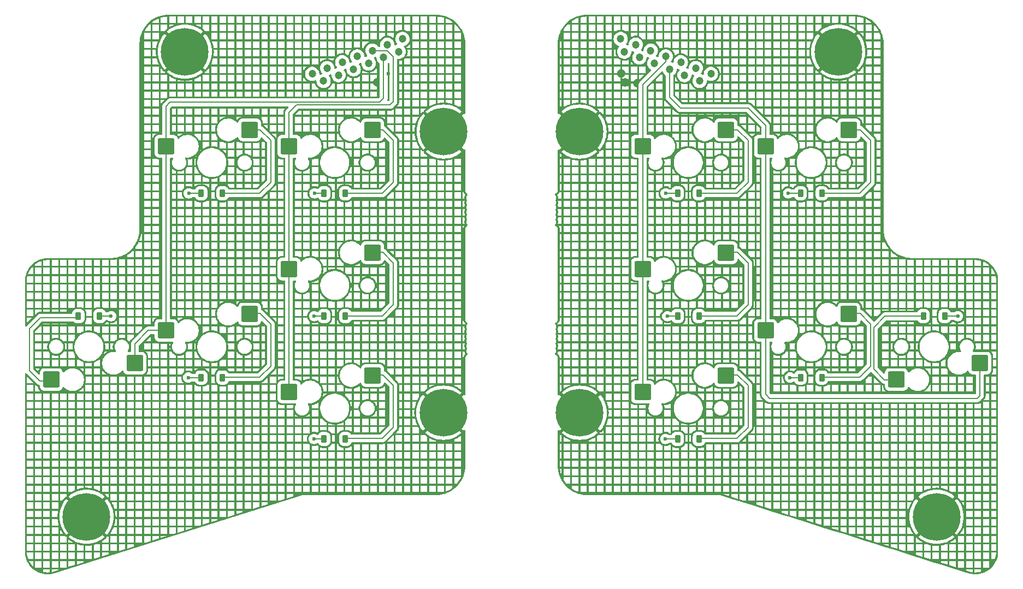
<source format=gbr>
%TF.GenerationSoftware,KiCad,Pcbnew,8.0.8*%
%TF.CreationDate,2025-01-29T21:57:57-05:00*%
%TF.ProjectId,rasgueado_thumbs,72617367-7565-4616-946f-5f7468756d62,rev?*%
%TF.SameCoordinates,Original*%
%TF.FileFunction,Copper,L2,Bot*%
%TF.FilePolarity,Positive*%
%FSLAX46Y46*%
G04 Gerber Fmt 4.6, Leading zero omitted, Abs format (unit mm)*
G04 Created by KiCad (PCBNEW 8.0.8) date 2025-01-29 21:57:57*
%MOMM*%
%LPD*%
G01*
G04 APERTURE LIST*
G04 Aperture macros list*
%AMRoundRect*
0 Rectangle with rounded corners*
0 $1 Rounding radius*
0 $2 $3 $4 $5 $6 $7 $8 $9 X,Y pos of 4 corners*
0 Add a 4 corners polygon primitive as box body*
4,1,4,$2,$3,$4,$5,$6,$7,$8,$9,$2,$3,0*
0 Add four circle primitives for the rounded corners*
1,1,$1+$1,$2,$3*
1,1,$1+$1,$4,$5*
1,1,$1+$1,$6,$7*
1,1,$1+$1,$8,$9*
0 Add four rect primitives between the rounded corners*
20,1,$1+$1,$2,$3,$4,$5,0*
20,1,$1+$1,$4,$5,$6,$7,0*
20,1,$1+$1,$6,$7,$8,$9,0*
20,1,$1+$1,$8,$9,$2,$3,0*%
G04 Aperture macros list end*
%TA.AperFunction,ComponentPad*%
%ADD10C,7.400000*%
%TD*%
%TA.AperFunction,SMDPad,CuDef*%
%ADD11RoundRect,0.200000X1.075000X1.050000X-1.075000X1.050000X-1.075000X-1.050000X1.075000X-1.050000X0*%
%TD*%
%TA.AperFunction,SMDPad,CuDef*%
%ADD12RoundRect,0.225000X-0.225000X-0.375000X0.225000X-0.375000X0.225000X0.375000X-0.225000X0.375000X0*%
%TD*%
%TA.AperFunction,ComponentPad*%
%ADD13C,1.200000*%
%TD*%
%TA.AperFunction,SMDPad,CuDef*%
%ADD14RoundRect,0.200000X-1.075000X-1.050000X1.075000X-1.050000X1.075000X1.050000X-1.075000X1.050000X0*%
%TD*%
%TA.AperFunction,SMDPad,CuDef*%
%ADD15RoundRect,0.225000X0.225000X0.375000X-0.225000X0.375000X-0.225000X-0.375000X0.225000X-0.375000X0*%
%TD*%
%TA.AperFunction,ViaPad*%
%ADD16C,0.600000*%
%TD*%
%TA.AperFunction,Conductor*%
%ADD17C,0.200000*%
%TD*%
G04 APERTURE END LIST*
D10*
%TO.P,H4,1,1*%
%TO.N,/GND_L*%
X97686989Y-67741107D03*
%TD*%
%TO.P,H8,1,1*%
%TO.N,/GND_R*%
X198971900Y-67741100D03*
%TD*%
%TO.P,H2,1,1*%
%TO.N,/GND_L*%
X137752989Y-123737107D03*
%TD*%
%TO.P,H6,1,1*%
%TO.N,/GND_R*%
X158855900Y-80137100D03*
%TD*%
%TO.P,H7,1,1*%
%TO.N,/GND_R*%
X158905900Y-123737100D03*
%TD*%
%TO.P,H1,1,1*%
%TO.N,/GND_L*%
X82446989Y-139877107D03*
%TD*%
%TO.P,H3,1,1*%
%TO.N,/GND_L*%
X137802989Y-80137107D03*
%TD*%
%TO.P,H5,1,1*%
%TO.N,/GND_R*%
X214211900Y-139877100D03*
%TD*%
D11*
%TO.P,S2,1,1*%
%TO.N,/COL_6*%
X94792989Y-110984607D03*
%TO.P,S2,2,2*%
%TO.N,Net-(D2-A)*%
X107719989Y-108444607D03*
%TD*%
D12*
%TO.P,D12,1,K*%
%TO.N,/ROW_R_6*%
X174080900Y-127812100D03*
%TO.P,D12,2,A*%
%TO.N,Net-(D12-A)*%
X177380900Y-127812100D03*
%TD*%
D11*
%TO.P,S9,1,1*%
%TO.N,/COL_R_6*%
X168645900Y-82409600D03*
%TO.P,S9,2,2*%
%TO.N,Net-(D9-A)*%
X181572900Y-79869600D03*
%TD*%
%TO.P,S4,1,1*%
%TO.N,/COL_5*%
X113842989Y-101459607D03*
%TO.P,S4,2,2*%
%TO.N,Net-(D4-A)*%
X126769989Y-98919607D03*
%TD*%
D13*
%TO.P,J1,1,Pin_1*%
%TO.N,/ROW_4*%
X131408900Y-65762100D03*
%TO.P,J1,2,Pin_2*%
%TO.N,/ROW_2*%
X130841253Y-67752772D03*
%TO.P,J1,3,Pin_3*%
%TO.N,/ROW_5*%
X129078580Y-66667422D03*
%TO.P,J1,4,Pin_4*%
%TO.N,/COL_6*%
X128510933Y-68658095D03*
%TO.P,J1,5,Pin_5*%
%TO.N,/COL_5*%
X126748260Y-67572745D03*
%TO.P,J1,6,Pin_6*%
%TO.N,unconnected-(J1-Pin_6-Pad6)*%
X126180613Y-69563417D03*
%TO.P,J1,7,Pin_7*%
%TO.N,unconnected-(J1-Pin_7-Pad7)*%
X124417940Y-68478067D03*
%TO.P,J1,8,Pin_8*%
%TO.N,/ROW_3*%
X123850293Y-70468739D03*
%TO.P,J1,9,Pin_9*%
%TO.N,unconnected-(J1-Pin_9-Pad9)*%
X122087620Y-69383389D03*
%TO.P,J1,10,Pin_10*%
%TO.N,unconnected-(J1-Pin_10-Pad10)*%
X121519973Y-71374062D03*
%TO.P,J1,11,Pin_11*%
%TO.N,unconnected-(J1-Pin_11-Pad11)*%
X119757300Y-70288712D03*
%TO.P,J1,12,Pin_12*%
%TO.N,unconnected-(J1-Pin_12-Pad12)*%
X119189653Y-72279384D03*
%TO.P,J1,13,Pin_13*%
%TO.N,unconnected-(J1-Pin_13-Pad13)*%
X117426980Y-71194034D03*
%TD*%
D12*
%TO.P,D4,1,K*%
%TO.N,/ROW_3*%
X119277989Y-108762107D03*
%TO.P,D4,2,A*%
%TO.N,Net-(D4-A)*%
X122577989Y-108762107D03*
%TD*%
D13*
%TO.P,J2,1,Pin_1*%
%TO.N,unconnected-(J2-Pin_1-Pad1)*%
X179231920Y-71194034D03*
%TO.P,J2,2,Pin_2*%
%TO.N,unconnected-(J2-Pin_2-Pad2)*%
X177469247Y-72279384D03*
%TO.P,J2,3,Pin_3*%
%TO.N,unconnected-(J2-Pin_3-Pad3)*%
X176901600Y-70288712D03*
%TO.P,J2,4,Pin_4*%
%TO.N,unconnected-(J2-Pin_4-Pad4)*%
X175138927Y-71374062D03*
%TO.P,J2,5,Pin_5*%
%TO.N,unconnected-(J2-Pin_5-Pad5)*%
X174571280Y-69383389D03*
%TO.P,J2,6,Pin_6*%
%TO.N,/COL_R_5*%
X172808607Y-70468739D03*
%TO.P,J2,7,Pin_7*%
%TO.N,/COL_R_6*%
X172240960Y-68478067D03*
%TO.P,J2,8,Pin_8*%
%TO.N,/ROW_R_9*%
X170478287Y-69563417D03*
%TO.P,J2,9,Pin_9*%
%TO.N,/ROW_R_8*%
X169910640Y-67572745D03*
%TO.P,J2,10,Pin_10*%
%TO.N,/ROW_R_7*%
X168147967Y-68658095D03*
%TO.P,J2,11,Pin_11*%
%TO.N,/ROW_R_6*%
X167580320Y-66667422D03*
%TO.P,J2,12,Pin_12*%
%TO.N,unconnected-(J2-Pin_12-Pad12)*%
X165817647Y-67752772D03*
%TO.P,J2,13,Pin_13*%
%TO.N,unconnected-(J2-Pin_13-Pad13)*%
X165250000Y-65762100D03*
%TD*%
D11*
%TO.P,S12,1,1*%
%TO.N,/COL_R_6*%
X168645900Y-120509600D03*
%TO.P,S12,2,2*%
%TO.N,Net-(D12-A)*%
X181572900Y-117969600D03*
%TD*%
D12*
%TO.P,D3,1,K*%
%TO.N,/ROW_2*%
X119277989Y-127812107D03*
%TO.P,D3,2,A*%
%TO.N,Net-(D3-A)*%
X122577989Y-127812107D03*
%TD*%
%TO.P,D11,1,K*%
%TO.N,/ROW_R_7*%
X193130900Y-118287100D03*
%TO.P,D11,2,A*%
%TO.N,Net-(D11-A)*%
X196430900Y-118287100D03*
%TD*%
%TO.P,D10,1,K*%
%TO.N,/ROW_R_8*%
X193130900Y-89712100D03*
%TO.P,D10,2,A*%
%TO.N,Net-(D10-A)*%
X196430900Y-89712100D03*
%TD*%
%TO.P,D9,1,K*%
%TO.N,/ROW_R_9*%
X174080900Y-89712100D03*
%TO.P,D9,2,A*%
%TO.N,Net-(D9-A)*%
X177380900Y-89712100D03*
%TD*%
D14*
%TO.P,S7,1,1*%
%TO.N,/COL_R_5*%
X220915900Y-116064600D03*
%TO.P,S7,2,2*%
%TO.N,Net-(D7-A)*%
X207988900Y-118604600D03*
%TD*%
D11*
%TO.P,S5,1,1*%
%TO.N,/COL_5*%
X113842989Y-82409607D03*
%TO.P,S5,2,2*%
%TO.N,Net-(D5-A)*%
X126769989Y-79869607D03*
%TD*%
D12*
%TO.P,D5,1,K*%
%TO.N,/ROW_5*%
X119277989Y-89712107D03*
%TO.P,D5,2,A*%
%TO.N,Net-(D5-A)*%
X122577989Y-89712107D03*
%TD*%
%TO.P,D2,1,K*%
%TO.N,/ROW_4*%
X100227989Y-118287107D03*
%TO.P,D2,2,A*%
%TO.N,Net-(D2-A)*%
X103527989Y-118287107D03*
%TD*%
D11*
%TO.P,S6,1,1*%
%TO.N,/COL_6*%
X94792989Y-82409607D03*
%TO.P,S6,2,2*%
%TO.N,Net-(D6-A)*%
X107719989Y-79869607D03*
%TD*%
D12*
%TO.P,D8,1,K*%
%TO.N,/ROW_R_8*%
X174080900Y-108762100D03*
%TO.P,D8,2,A*%
%TO.N,Net-(D8-A)*%
X177380900Y-108762100D03*
%TD*%
D15*
%TO.P,D7,1,K*%
%TO.N,/ROW_R_6*%
X215480900Y-108762100D03*
%TO.P,D7,2,A*%
%TO.N,Net-(D7-A)*%
X212180900Y-108762100D03*
%TD*%
%TO.P,D1,1,K*%
%TO.N,/ROW_3*%
X84477989Y-108762107D03*
%TO.P,D1,2,A*%
%TO.N,Net-(D1-A)*%
X81177989Y-108762107D03*
%TD*%
D11*
%TO.P,S11,1,1*%
%TO.N,/COL_R_5*%
X187695900Y-110984600D03*
%TO.P,S11,2,2*%
%TO.N,Net-(D11-A)*%
X200622900Y-108444600D03*
%TD*%
%TO.P,S8,1,1*%
%TO.N,/COL_R_6*%
X168645900Y-101459600D03*
%TO.P,S8,2,2*%
%TO.N,Net-(D8-A)*%
X181572900Y-98919600D03*
%TD*%
%TO.P,S3,1,1*%
%TO.N,/COL_5*%
X113842989Y-120509607D03*
%TO.P,S3,2,2*%
%TO.N,Net-(D3-A)*%
X126769989Y-117969607D03*
%TD*%
D12*
%TO.P,D6,1,K*%
%TO.N,/ROW_5*%
X100227989Y-89712107D03*
%TO.P,D6,2,A*%
%TO.N,Net-(D6-A)*%
X103527989Y-89712107D03*
%TD*%
D11*
%TO.P,S10,1,1*%
%TO.N,/COL_R_5*%
X187695900Y-82409600D03*
%TO.P,S10,2,2*%
%TO.N,Net-(D10-A)*%
X200622900Y-79869600D03*
%TD*%
D14*
%TO.P,S1,1,1*%
%TO.N,/COL_6*%
X89912989Y-116064607D03*
%TO.P,S1,2,2*%
%TO.N,Net-(D1-A)*%
X76985989Y-118604607D03*
%TD*%
D16*
%TO.N,/ROW_3*%
X86262107Y-108762107D03*
X117737893Y-108762107D03*
%TO.N,/ROW_4*%
X98212893Y-118287107D03*
%TO.N,/ROW_2*%
X117687893Y-127812107D03*
%TO.N,/ROW_5*%
X117787893Y-89712107D03*
X98287893Y-89712107D03*
%TO.N,/ROW_R_6*%
X217500000Y-108762100D03*
X172187900Y-127812100D03*
%TO.N,/ROW_R_8*%
X191212100Y-89712100D03*
X172500000Y-108762100D03*
%TO.N,/ROW_R_9*%
X172212100Y-89712100D03*
%TO.N,/ROW_R_7*%
X191500000Y-118287100D03*
%TO.N,/GND_L*%
X127500000Y-72500000D03*
X129194282Y-71148178D03*
%TO.N,/GND_R*%
X165941644Y-72514096D03*
X167837375Y-72610489D03*
X165315088Y-71100330D03*
%TD*%
D17*
%TO.N,/COL_5*%
X113842989Y-120509607D02*
X113842989Y-101459607D01*
%TO.N,/ROW_3*%
X119277989Y-108762107D02*
X117737893Y-108762107D01*
X84477989Y-108762107D02*
X86262107Y-108762107D01*
%TO.N,Net-(D1-A)*%
X73577989Y-117212107D02*
X75208382Y-118842500D01*
X75208382Y-118842500D02*
X76808000Y-118842500D01*
X81000000Y-109000000D02*
X75290096Y-109000000D01*
X75290096Y-109000000D02*
X73577989Y-110712107D01*
X73577989Y-110712107D02*
X73577989Y-117212107D01*
%TO.N,Net-(D2-A)*%
X111000000Y-116500000D02*
X111000000Y-110000000D01*
X111000000Y-110000000D02*
X109369607Y-108369607D01*
X109287893Y-118212107D02*
X111000000Y-116500000D01*
X109369607Y-108369607D02*
X107769989Y-108369607D01*
X103577989Y-118212107D02*
X109287893Y-118212107D01*
%TO.N,/ROW_4*%
X100227989Y-118287107D02*
X98212893Y-118287107D01*
%TO.N,/ROW_2*%
X119277989Y-127812107D02*
X117687893Y-127812107D01*
%TO.N,Net-(D3-A)*%
X122577989Y-127712107D02*
X128287893Y-127712107D01*
X128369607Y-117869607D02*
X126769989Y-117869607D01*
X130000000Y-126000000D02*
X130000000Y-119500000D01*
X130000000Y-119500000D02*
X128369607Y-117869607D01*
X128287893Y-127712107D02*
X130000000Y-126000000D01*
%TO.N,Net-(D4-A)*%
X128287893Y-108712107D02*
X130000000Y-107000000D01*
X130000000Y-107000000D02*
X130000000Y-100500000D01*
X130000000Y-100500000D02*
X128369607Y-98869607D01*
X122577989Y-108712107D02*
X128287893Y-108712107D01*
X128369607Y-98869607D02*
X126769989Y-98869607D01*
%TO.N,Net-(D5-A)*%
X128287893Y-89712107D02*
X130000000Y-88000000D01*
X130000000Y-81500000D02*
X128369607Y-79869607D01*
X128369607Y-79869607D02*
X126769989Y-79869607D01*
X122577989Y-89712107D02*
X128287893Y-89712107D01*
X130000000Y-88000000D02*
X130000000Y-81500000D01*
%TO.N,/ROW_5*%
X100227989Y-89712107D02*
X98287893Y-89712107D01*
X119277989Y-89712107D02*
X117787893Y-89712107D01*
%TO.N,Net-(D6-A)*%
X109287893Y-89712107D02*
X111000000Y-88000000D01*
X111000000Y-81500000D02*
X109369607Y-79869607D01*
X111000000Y-88000000D02*
X111000000Y-81500000D01*
X103577989Y-89712107D02*
X109287893Y-89712107D01*
X109369607Y-79869607D02*
X107769989Y-79869607D01*
%TO.N,Net-(D7-A)*%
X211922011Y-108787893D02*
X206212107Y-108787893D01*
X204500000Y-110500000D02*
X204500000Y-117000000D01*
X206212107Y-108787893D02*
X204500000Y-110500000D01*
X204500000Y-117000000D02*
X206130393Y-118630393D01*
X206130393Y-118630393D02*
X207730011Y-118630393D01*
%TO.N,Net-(D8-A)*%
X183369607Y-98869607D02*
X181769989Y-98869607D01*
X177577989Y-108712107D02*
X183287893Y-108712107D01*
X185000000Y-107000000D02*
X185000000Y-100500000D01*
X183287893Y-108712107D02*
X185000000Y-107000000D01*
X185000000Y-100500000D02*
X183369607Y-98869607D01*
%TO.N,Net-(D9-A)*%
X185000000Y-81500000D02*
X183369607Y-79869607D01*
X183287893Y-89712107D02*
X185000000Y-88000000D01*
X185000000Y-88000000D02*
X185000000Y-81500000D01*
X183369607Y-79869607D02*
X181769989Y-79869607D01*
X177577989Y-89712107D02*
X183287893Y-89712107D01*
%TO.N,Net-(D10-A)*%
X204000000Y-81500000D02*
X202369607Y-79869607D01*
X196577989Y-89712107D02*
X202287893Y-89712107D01*
X202287893Y-89712107D02*
X204000000Y-88000000D01*
X204000000Y-88000000D02*
X204000000Y-81500000D01*
X202369607Y-79869607D02*
X200769989Y-79869607D01*
%TO.N,Net-(D11-A)*%
X202287893Y-118212107D02*
X204000000Y-116500000D01*
X204000000Y-110000000D02*
X202369607Y-108369607D01*
X196577989Y-118212107D02*
X202287893Y-118212107D01*
X202369607Y-108369607D02*
X200769989Y-108369607D01*
X204000000Y-116500000D02*
X204000000Y-110000000D01*
%TO.N,Net-(D12-A)*%
X183369607Y-117869607D02*
X181769989Y-117869607D01*
X183287893Y-127712107D02*
X185000000Y-126000000D01*
X185000000Y-126000000D02*
X185000000Y-119500000D01*
X177577989Y-127712107D02*
X183287893Y-127712107D01*
X185000000Y-119500000D02*
X183369607Y-117869607D01*
%TO.N,/COL_5*%
X130000000Y-75500000D02*
X130000000Y-68500000D01*
X113842989Y-77157011D02*
X115000000Y-76000000D01*
X129072745Y-67572745D02*
X126748260Y-67572745D01*
X129500000Y-76000000D02*
X130000000Y-75500000D01*
X113842989Y-101459607D02*
X113842989Y-82409607D01*
X113842989Y-82409607D02*
X113842989Y-77157011D01*
X130000000Y-68500000D02*
X129072745Y-67572745D01*
X115000000Y-76000000D02*
X129500000Y-76000000D01*
%TO.N,/COL_6*%
X127900000Y-75600000D02*
X128510933Y-74989067D01*
X94792989Y-110984607D02*
X94792989Y-82409607D01*
X89912989Y-113087011D02*
X92015393Y-110984607D01*
X95400000Y-75600000D02*
X127900000Y-75600000D01*
X92015393Y-110984607D02*
X94792989Y-110984607D01*
X94792989Y-82409607D02*
X94792989Y-76207011D01*
X89912989Y-116064607D02*
X89912989Y-113087011D01*
X94792989Y-76207011D02*
X95400000Y-75600000D01*
X128510933Y-74989067D02*
X128510933Y-68658095D01*
%TO.N,/ROW_R_6*%
X174080900Y-127812100D02*
X172187900Y-127812100D01*
X215480900Y-108762100D02*
X217500000Y-108762100D01*
%TO.N,/ROW_R_8*%
X174080900Y-108762100D02*
X172500000Y-108762100D01*
X193130900Y-89712100D02*
X191212100Y-89712100D01*
X172500000Y-108762100D02*
X172237900Y-108762100D01*
%TO.N,/ROW_R_9*%
X174080900Y-89712100D02*
X172212100Y-89712100D01*
%TO.N,/ROW_R_7*%
X193130900Y-118287100D02*
X191500000Y-118287100D01*
%TO.N,/COL_R_6*%
X168645900Y-101459600D02*
X168645900Y-82409600D01*
X168645900Y-120509600D02*
X168645900Y-101459600D01*
X168645900Y-82409600D02*
X168645900Y-72854100D01*
X168645900Y-72854100D02*
X172240960Y-69259040D01*
X172240960Y-69259040D02*
X172240960Y-68478067D01*
%TO.N,/COL_R_5*%
X185000000Y-76500000D02*
X174500000Y-76500000D01*
X188304100Y-121500000D02*
X187695900Y-120891800D01*
X187695900Y-82409600D02*
X187695900Y-79195900D01*
X220500000Y-121500000D02*
X188304100Y-121500000D01*
X220915900Y-116064600D02*
X220915900Y-121084100D01*
X174500000Y-76500000D02*
X172808607Y-74808607D01*
X187695900Y-110984600D02*
X187695900Y-82409600D01*
X220915900Y-121084100D02*
X220500000Y-121500000D01*
X187695900Y-79195900D02*
X185000000Y-76500000D01*
X187695900Y-120891800D02*
X187695900Y-110984600D01*
X172808607Y-74808607D02*
X172808607Y-70468739D01*
%TD*%
%TA.AperFunction,Conductor*%
%TO.N,/GND_R*%
G36*
X201502702Y-62000617D02*
G01*
X201886771Y-62017386D01*
X201897506Y-62018326D01*
X202275971Y-62068152D01*
X202286597Y-62070025D01*
X202659284Y-62152648D01*
X202669710Y-62155442D01*
X203033765Y-62270227D01*
X203043911Y-62273920D01*
X203396578Y-62420000D01*
X203406369Y-62424566D01*
X203651450Y-62552147D01*
X203744942Y-62600816D01*
X203754310Y-62606224D01*
X204076244Y-62811318D01*
X204085105Y-62817523D01*
X204387930Y-63049889D01*
X204396217Y-63056843D01*
X204677635Y-63314715D01*
X204685284Y-63322364D01*
X204943156Y-63603782D01*
X204950110Y-63612069D01*
X205182476Y-63914894D01*
X205188681Y-63923755D01*
X205393775Y-64245689D01*
X205399183Y-64255057D01*
X205575430Y-64593623D01*
X205580002Y-64603427D01*
X205726075Y-64956078D01*
X205729775Y-64966244D01*
X205844554Y-65330278D01*
X205847354Y-65340727D01*
X205929971Y-65713389D01*
X205931849Y-65724042D01*
X205981671Y-66102473D01*
X205982614Y-66113249D01*
X205999382Y-66497297D01*
X205999500Y-66502706D01*
X205999500Y-95458600D01*
X206033751Y-95850095D01*
X206033751Y-95850099D01*
X206068735Y-96048500D01*
X206101993Y-96237115D01*
X206203707Y-96616716D01*
X206335636Y-96979187D01*
X206338124Y-96986021D01*
X206504195Y-97342162D01*
X206504207Y-97342186D01*
X206700695Y-97682512D01*
X206700704Y-97682527D01*
X206926115Y-98004447D01*
X207075802Y-98182836D01*
X207178722Y-98305491D01*
X207456609Y-98583378D01*
X207563738Y-98673270D01*
X207757652Y-98835984D01*
X207757658Y-98835988D01*
X207757659Y-98835989D01*
X208079579Y-99061400D01*
X208419920Y-99257896D01*
X208419934Y-99257902D01*
X208419937Y-99257904D01*
X208776078Y-99423975D01*
X208776083Y-99423976D01*
X208776092Y-99423981D01*
X209145384Y-99558393D01*
X209524985Y-99660107D01*
X209912007Y-99728349D01*
X210303502Y-99762599D01*
X210303503Y-99762600D01*
X210303504Y-99762600D01*
X210434108Y-99762600D01*
X220184108Y-99762600D01*
X220246949Y-99762600D01*
X220253032Y-99762748D01*
X220586929Y-99779152D01*
X220599037Y-99780345D01*
X220702146Y-99795639D01*
X220926699Y-99828949D01*
X220938617Y-99831319D01*
X221259951Y-99911809D01*
X221271588Y-99915340D01*
X221312443Y-99929958D01*
X221583467Y-100026932D01*
X221594688Y-100031579D01*
X221894163Y-100173220D01*
X221904871Y-100178944D01*
X222188988Y-100349237D01*
X222199103Y-100355995D01*
X222373022Y-100484982D01*
X222465170Y-100553324D01*
X222474576Y-100561044D01*
X222720013Y-100783495D01*
X222728604Y-100792086D01*
X222872182Y-100950500D01*
X222951055Y-101037523D01*
X222958775Y-101046929D01*
X223156102Y-101312993D01*
X223162862Y-101323111D01*
X223175905Y-101344872D01*
X223331418Y-101604331D01*
X223333148Y-101607216D01*
X223338883Y-101617944D01*
X223458232Y-101870287D01*
X223480514Y-101917397D01*
X223485170Y-101928640D01*
X223596759Y-102240511D01*
X223600292Y-102252155D01*
X223680777Y-102573469D01*
X223683151Y-102585405D01*
X223731754Y-102913062D01*
X223732947Y-102925171D01*
X223749351Y-103259066D01*
X223749500Y-103265151D01*
X223749500Y-145307555D01*
X223749349Y-145313673D01*
X223732764Y-145649386D01*
X223731558Y-145661562D01*
X223682421Y-145990972D01*
X223680021Y-146002970D01*
X223598657Y-146325938D01*
X223595086Y-146337641D01*
X223482294Y-146651007D01*
X223477588Y-146662301D01*
X223334453Y-146963043D01*
X223328656Y-146973818D01*
X223156582Y-147258984D01*
X223149751Y-147269135D01*
X222950421Y-147535941D01*
X222942624Y-147545370D01*
X222717955Y-147791249D01*
X222709265Y-147799864D01*
X222461468Y-148022394D01*
X222451973Y-148030110D01*
X222183438Y-148227145D01*
X222173228Y-148233887D01*
X221886599Y-148403488D01*
X221875774Y-148409192D01*
X221573816Y-148549725D01*
X221562482Y-148554334D01*
X221248150Y-148664421D01*
X221236417Y-148667891D01*
X220912754Y-148746466D01*
X220900736Y-148748762D01*
X220570918Y-148795056D01*
X220558732Y-148796157D01*
X220225955Y-148809720D01*
X220213720Y-148809615D01*
X219881215Y-148790315D01*
X219869050Y-148789004D01*
X219540080Y-148737032D01*
X219528103Y-148734529D01*
X219326056Y-148681773D01*
X219202516Y-148649515D01*
X219196640Y-148647825D01*
X218740877Y-148504459D01*
X220099122Y-148504459D01*
X220222406Y-148511616D01*
X220538009Y-148498753D01*
X220850798Y-148454849D01*
X221101122Y-148394078D01*
X221101122Y-148048500D01*
X220099122Y-148048500D01*
X220099122Y-148504459D01*
X218740877Y-148504459D01*
X217806003Y-148210383D01*
X218799122Y-148210383D01*
X219281955Y-148362265D01*
X219595080Y-148444025D01*
X219801122Y-148476576D01*
X219801122Y-148048500D01*
X218799122Y-148048500D01*
X218799122Y-148210383D01*
X217806003Y-148210383D01*
X216344025Y-147750500D01*
X217499122Y-147750500D01*
X218501122Y-147750500D01*
X218799122Y-147750500D01*
X219801122Y-147750500D01*
X220099122Y-147750500D01*
X221101122Y-147750500D01*
X221399122Y-147750500D01*
X222318229Y-147750500D01*
X222401122Y-147676058D01*
X222401122Y-146748500D01*
X221399122Y-146748500D01*
X221399122Y-147750500D01*
X221101122Y-147750500D01*
X221101122Y-146748500D01*
X220099122Y-146748500D01*
X220099122Y-147750500D01*
X219801122Y-147750500D01*
X219801122Y-146748500D01*
X218799122Y-146748500D01*
X218799122Y-147750500D01*
X218501122Y-147750500D01*
X218501122Y-146748500D01*
X217499122Y-146748500D01*
X217499122Y-147750500D01*
X216344025Y-147750500D01*
X215206002Y-147392521D01*
X216199122Y-147392521D01*
X217201122Y-147707713D01*
X217201122Y-146748500D01*
X216199122Y-146748500D01*
X216199122Y-147392521D01*
X215206002Y-147392521D01*
X213906002Y-146983590D01*
X214899122Y-146983590D01*
X215901122Y-147298782D01*
X215901122Y-146748500D01*
X214899122Y-146748500D01*
X214899122Y-146983590D01*
X213906002Y-146983590D01*
X211306001Y-146165728D01*
X212299122Y-146165728D01*
X213204413Y-146450500D01*
X213301122Y-146450500D01*
X213599122Y-146450500D01*
X214601122Y-146450500D01*
X214899122Y-146450500D01*
X215901122Y-146450500D01*
X216199122Y-146450500D01*
X217201122Y-146450500D01*
X217499122Y-146450500D01*
X218501122Y-146450500D01*
X218799122Y-146450500D01*
X219801122Y-146450500D01*
X220099122Y-146450500D01*
X221101122Y-146450500D01*
X221399122Y-146450500D01*
X222401122Y-146450500D01*
X222699122Y-146450500D01*
X223237748Y-146450500D01*
X223311783Y-146244810D01*
X223388949Y-145938507D01*
X223435551Y-145626096D01*
X223444325Y-145448500D01*
X222699122Y-145448500D01*
X222699122Y-146450500D01*
X222401122Y-146450500D01*
X222401122Y-145448500D01*
X221399122Y-145448500D01*
X221399122Y-146450500D01*
X221101122Y-146450500D01*
X221101122Y-145448500D01*
X220099122Y-145448500D01*
X220099122Y-146450500D01*
X219801122Y-146450500D01*
X219801122Y-145448500D01*
X218799122Y-145448500D01*
X218799122Y-146450500D01*
X218501122Y-146450500D01*
X218501122Y-145448500D01*
X217499122Y-145448500D01*
X217499122Y-146450500D01*
X217201122Y-146450500D01*
X217201122Y-145448500D01*
X216199122Y-145448500D01*
X216199122Y-146450500D01*
X215901122Y-146450500D01*
X215901122Y-145448500D01*
X214899122Y-145448500D01*
X214899122Y-146450500D01*
X214601122Y-146450500D01*
X214601122Y-145448500D01*
X213599122Y-145448500D01*
X213599122Y-146450500D01*
X213301122Y-146450500D01*
X213301122Y-145448500D01*
X212299122Y-145448500D01*
X212299122Y-146165728D01*
X211306001Y-146165728D01*
X210006004Y-145756798D01*
X210999122Y-145756798D01*
X212001122Y-146071989D01*
X212001122Y-145448500D01*
X210999122Y-145448500D01*
X210999122Y-145756798D01*
X210006004Y-145756798D01*
X207406004Y-144938936D01*
X208399122Y-144938936D01*
X209071686Y-145150500D01*
X209401122Y-145150500D01*
X209699122Y-145150500D01*
X210701122Y-145150500D01*
X210999122Y-145150500D01*
X212001122Y-145150500D01*
X212299122Y-145150500D01*
X213301122Y-145150500D01*
X213599122Y-145150500D01*
X214601122Y-145150500D01*
X214601122Y-144361403D01*
X214222870Y-144379986D01*
X214219816Y-144380098D01*
X214218589Y-144380128D01*
X214215558Y-144380165D01*
X214208242Y-144380165D01*
X214205211Y-144380128D01*
X214203984Y-144380098D01*
X214200930Y-144379986D01*
X213781457Y-144359378D01*
X213778427Y-144359192D01*
X213777206Y-144359102D01*
X213774182Y-144358841D01*
X213766903Y-144358125D01*
X213763823Y-144357784D01*
X213762602Y-144357633D01*
X213759626Y-144357228D01*
X213599122Y-144333419D01*
X213599122Y-145150500D01*
X213301122Y-145150500D01*
X213301122Y-144322376D01*
X214899122Y-144322376D01*
X214899122Y-145150500D01*
X215901122Y-145150500D01*
X216199122Y-145150500D01*
X217201122Y-145150500D01*
X217499122Y-145150500D01*
X218501122Y-145150500D01*
X218799122Y-145150500D01*
X219801122Y-145150500D01*
X220099122Y-145150500D01*
X221101122Y-145150500D01*
X221399122Y-145150500D01*
X222401122Y-145150500D01*
X222699122Y-145150500D01*
X223451500Y-145150500D01*
X223451500Y-144148500D01*
X222699122Y-144148500D01*
X222699122Y-145150500D01*
X222401122Y-145150500D01*
X222401122Y-144148500D01*
X221399122Y-144148500D01*
X221399122Y-145150500D01*
X221101122Y-145150500D01*
X221101122Y-144148500D01*
X220099122Y-144148500D01*
X220099122Y-145150500D01*
X219801122Y-145150500D01*
X219801122Y-144148500D01*
X218799122Y-144148500D01*
X218799122Y-145150500D01*
X218501122Y-145150500D01*
X218501122Y-144148500D01*
X217499122Y-144148500D01*
X217499122Y-145150500D01*
X217201122Y-145150500D01*
X217201122Y-144148500D01*
X216199122Y-144148500D01*
X216199122Y-145150500D01*
X215901122Y-145150500D01*
X215901122Y-144148500D01*
X215625678Y-144148500D01*
X215529515Y-144182908D01*
X215526619Y-144183904D01*
X215525453Y-144184289D01*
X215522573Y-144185201D01*
X215515572Y-144187325D01*
X215512662Y-144188170D01*
X215511481Y-144188497D01*
X215508522Y-144189277D01*
X215101126Y-144291325D01*
X215098120Y-144292038D01*
X215096920Y-144292307D01*
X215093984Y-144292928D01*
X215086809Y-144294355D01*
X215083795Y-144294916D01*
X215082589Y-144295125D01*
X215079609Y-144295604D01*
X214899122Y-144322376D01*
X213301122Y-144322376D01*
X213301122Y-144285926D01*
X212915278Y-144189277D01*
X212912319Y-144188497D01*
X212911138Y-144188170D01*
X212908228Y-144187325D01*
X212901227Y-144185201D01*
X212898347Y-144184289D01*
X212897181Y-144183904D01*
X212894285Y-144182908D01*
X212798122Y-144148500D01*
X212299122Y-144148500D01*
X212299122Y-145150500D01*
X212001122Y-145150500D01*
X212001122Y-144148500D01*
X210999122Y-144148500D01*
X210999122Y-145150500D01*
X210701122Y-145150500D01*
X210701122Y-144148500D01*
X209699122Y-144148500D01*
X209699122Y-145150500D01*
X209401122Y-145150500D01*
X209401122Y-144148500D01*
X208399122Y-144148500D01*
X208399122Y-144938936D01*
X207406004Y-144938936D01*
X206106004Y-144530005D01*
X207099122Y-144530005D01*
X208101122Y-144845196D01*
X208101122Y-144148500D01*
X207099122Y-144148500D01*
X207099122Y-144530005D01*
X206106004Y-144530005D01*
X204893192Y-144148500D01*
X205886308Y-144148500D01*
X206801122Y-144436266D01*
X206801122Y-144148500D01*
X205886308Y-144148500D01*
X204893192Y-144148500D01*
X203506004Y-143712143D01*
X204499122Y-143712143D01*
X204938959Y-143850500D01*
X205501122Y-143850500D01*
X205799122Y-143850500D01*
X206801122Y-143850500D01*
X207099122Y-143850500D01*
X208101122Y-143850500D01*
X208399122Y-143850500D01*
X209401122Y-143850500D01*
X209699122Y-143850500D01*
X210701122Y-143850500D01*
X210999122Y-143850500D01*
X212001122Y-143850500D01*
X212001122Y-143796092D01*
X211719351Y-143627206D01*
X211716763Y-143625612D01*
X211715727Y-143624956D01*
X211713172Y-143623293D01*
X211707090Y-143619229D01*
X211704636Y-143617547D01*
X211703631Y-143616840D01*
X211701110Y-143615019D01*
X211363778Y-143364836D01*
X211361335Y-143362976D01*
X211360368Y-143362221D01*
X211358023Y-143360344D01*
X211352368Y-143355704D01*
X211349993Y-143353705D01*
X211349064Y-143352903D01*
X211346820Y-143350919D01*
X211176815Y-143196834D01*
X211147352Y-143156592D01*
X211138803Y-143137927D01*
X211127577Y-143089334D01*
X211124511Y-142964487D01*
X210999665Y-142961422D01*
X210999122Y-142961296D01*
X210999122Y-143850500D01*
X210701122Y-143850500D01*
X210701122Y-142848500D01*
X209699122Y-142848500D01*
X209699122Y-143850500D01*
X209401122Y-143850500D01*
X209401122Y-142848500D01*
X208399122Y-142848500D01*
X208399122Y-143850500D01*
X208101122Y-143850500D01*
X208101122Y-142848500D01*
X207099122Y-142848500D01*
X207099122Y-143850500D01*
X206801122Y-143850500D01*
X206801122Y-142848500D01*
X205799122Y-142848500D01*
X205799122Y-143850500D01*
X205501122Y-143850500D01*
X205501122Y-142848500D01*
X204499122Y-142848500D01*
X204499122Y-143712143D01*
X203506004Y-143712143D01*
X202206004Y-143303212D01*
X203199122Y-143303212D01*
X204201122Y-143618404D01*
X204201122Y-142848500D01*
X203199122Y-142848500D01*
X203199122Y-143303212D01*
X202206004Y-143303212D01*
X200906004Y-142894281D01*
X201899122Y-142894281D01*
X202901122Y-143209473D01*
X202901122Y-142848500D01*
X201899122Y-142848500D01*
X201899122Y-142894281D01*
X200906004Y-142894281D01*
X199606004Y-142485350D01*
X200599122Y-142485350D01*
X200806232Y-142550500D01*
X201601122Y-142550500D01*
X201899122Y-142550500D01*
X202901122Y-142550500D01*
X203199122Y-142550500D01*
X204201122Y-142550500D01*
X204499122Y-142550500D01*
X205501122Y-142550500D01*
X205799122Y-142550500D01*
X206801122Y-142550500D01*
X207099122Y-142550500D01*
X208101122Y-142550500D01*
X208399122Y-142550500D01*
X209401122Y-142550500D01*
X209699122Y-142550500D01*
X210594581Y-142550500D01*
X210473981Y-142387890D01*
X210472160Y-142385369D01*
X210471453Y-142384364D01*
X210469771Y-142381910D01*
X210465707Y-142375828D01*
X210464044Y-142373273D01*
X210463388Y-142372237D01*
X210461794Y-142369649D01*
X210245881Y-142009420D01*
X210244329Y-142006756D01*
X210243725Y-142005689D01*
X210242283Y-142003069D01*
X210238834Y-141996618D01*
X210237419Y-141993890D01*
X210236867Y-141992793D01*
X210235539Y-141990073D01*
X210055974Y-141610414D01*
X210054694Y-141607617D01*
X210054197Y-141606495D01*
X210053015Y-141603739D01*
X210050215Y-141596981D01*
X210049045Y-141594051D01*
X210048604Y-141592905D01*
X210047580Y-141590146D01*
X210032679Y-141548500D01*
X209699122Y-141548500D01*
X209699122Y-142550500D01*
X209401122Y-142550500D01*
X209401122Y-141548500D01*
X208399122Y-141548500D01*
X208399122Y-142550500D01*
X208101122Y-142550500D01*
X208101122Y-141548500D01*
X207099122Y-141548500D01*
X207099122Y-142550500D01*
X206801122Y-142550500D01*
X206801122Y-141548500D01*
X205799122Y-141548500D01*
X205799122Y-142550500D01*
X205501122Y-142550500D01*
X205501122Y-141548500D01*
X204499122Y-141548500D01*
X204499122Y-142550500D01*
X204201122Y-142550500D01*
X204201122Y-141548500D01*
X203199122Y-141548500D01*
X203199122Y-142550500D01*
X202901122Y-142550500D01*
X202901122Y-141548500D01*
X201899122Y-141548500D01*
X201899122Y-142550500D01*
X201601122Y-142550500D01*
X201601122Y-141548500D01*
X200599122Y-141548500D01*
X200599122Y-142485350D01*
X199606004Y-142485350D01*
X198306004Y-142076419D01*
X199299122Y-142076419D01*
X200301122Y-142391611D01*
X200301122Y-141548500D01*
X199299122Y-141548500D01*
X199299122Y-142076419D01*
X198306004Y-142076419D01*
X197006004Y-141667488D01*
X197999122Y-141667488D01*
X199001122Y-141982680D01*
X199001122Y-141548500D01*
X197999122Y-141548500D01*
X197999122Y-141667488D01*
X197006004Y-141667488D01*
X195680391Y-141250500D01*
X196699122Y-141250500D01*
X197701122Y-141250500D01*
X197999122Y-141250500D01*
X199001122Y-141250500D01*
X199299122Y-141250500D01*
X200301122Y-141250500D01*
X200599122Y-141250500D01*
X201601122Y-141250500D01*
X201899122Y-141250500D01*
X202901122Y-141250500D01*
X203199122Y-141250500D01*
X204201122Y-141250500D01*
X204499122Y-141250500D01*
X205501122Y-141250500D01*
X205799122Y-141250500D01*
X206801122Y-141250500D01*
X207099122Y-141250500D01*
X208101122Y-141250500D01*
X208399122Y-141250500D01*
X209401122Y-141250500D01*
X209401122Y-140248500D01*
X208399122Y-140248500D01*
X208399122Y-141250500D01*
X208101122Y-141250500D01*
X208101122Y-140248500D01*
X207099122Y-140248500D01*
X207099122Y-141250500D01*
X206801122Y-141250500D01*
X206801122Y-140248500D01*
X205799122Y-140248500D01*
X205799122Y-141250500D01*
X205501122Y-141250500D01*
X205501122Y-140248500D01*
X204499122Y-140248500D01*
X204499122Y-141250500D01*
X204201122Y-141250500D01*
X204201122Y-140248500D01*
X203199122Y-140248500D01*
X203199122Y-141250500D01*
X202901122Y-141250500D01*
X202901122Y-140248500D01*
X201899122Y-140248500D01*
X201899122Y-141250500D01*
X201601122Y-141250500D01*
X201601122Y-140248500D01*
X200599122Y-140248500D01*
X200599122Y-141250500D01*
X200301122Y-141250500D01*
X200301122Y-140248500D01*
X199299122Y-140248500D01*
X199299122Y-141250500D01*
X199001122Y-141250500D01*
X199001122Y-140248500D01*
X197999122Y-140248500D01*
X197999122Y-141250500D01*
X197701122Y-141250500D01*
X197701122Y-140248500D01*
X196699122Y-140248500D01*
X196699122Y-141250500D01*
X195680391Y-141250500D01*
X194406004Y-140849626D01*
X195399122Y-140849626D01*
X196401122Y-141164818D01*
X196401122Y-140248500D01*
X195399122Y-140248500D01*
X195399122Y-140849626D01*
X194406004Y-140849626D01*
X193106004Y-140440695D01*
X194099122Y-140440695D01*
X195101122Y-140755887D01*
X195101122Y-140248500D01*
X194099122Y-140248500D01*
X194099122Y-140440695D01*
X193106004Y-140440695D01*
X191547664Y-139950500D01*
X192799122Y-139950500D01*
X193801122Y-139950500D01*
X194099122Y-139950500D01*
X195101122Y-139950500D01*
X195399122Y-139950500D01*
X196401122Y-139950500D01*
X196699122Y-139950500D01*
X197701122Y-139950500D01*
X197999122Y-139950500D01*
X199001122Y-139950500D01*
X199299122Y-139950500D01*
X200301122Y-139950500D01*
X200599122Y-139950500D01*
X201601122Y-139950500D01*
X201899122Y-139950500D01*
X202901122Y-139950500D01*
X203199122Y-139950500D01*
X204201122Y-139950500D01*
X204499122Y-139950500D01*
X205501122Y-139950500D01*
X205799122Y-139950500D01*
X206801122Y-139950500D01*
X207099122Y-139950500D01*
X208101122Y-139950500D01*
X208399122Y-139950500D01*
X209401122Y-139950500D01*
X209401122Y-139877100D01*
X210006835Y-139877100D01*
X210027085Y-140289276D01*
X210087635Y-140697473D01*
X210187907Y-141097776D01*
X210326919Y-141486289D01*
X210326927Y-141486309D01*
X210503366Y-141859357D01*
X210715514Y-142213306D01*
X210961341Y-142544764D01*
X211070378Y-142665067D01*
X212738960Y-140996484D01*
X212818012Y-141099507D01*
X212989493Y-141270988D01*
X213092513Y-141350038D01*
X211423931Y-143018620D01*
X211544235Y-143127658D01*
X211875693Y-143373485D01*
X212229642Y-143585633D01*
X212602690Y-143762072D01*
X212602710Y-143762080D01*
X212991223Y-143901092D01*
X213391526Y-144001364D01*
X213799723Y-144061914D01*
X214211900Y-144082164D01*
X214624076Y-144061914D01*
X215032273Y-144001364D01*
X215432576Y-143901092D01*
X215573971Y-143850500D01*
X216330774Y-143850500D01*
X217201122Y-143850500D01*
X217201122Y-143238400D01*
X217076980Y-143350918D01*
X217074736Y-143352903D01*
X217073807Y-143353705D01*
X217071432Y-143355704D01*
X217065777Y-143360344D01*
X217063432Y-143362221D01*
X217062465Y-143362976D01*
X217060022Y-143364836D01*
X216722690Y-143615019D01*
X216720169Y-143616840D01*
X216719164Y-143617547D01*
X216716710Y-143619229D01*
X216710628Y-143623293D01*
X216708073Y-143624956D01*
X216707037Y-143625612D01*
X216704449Y-143627206D01*
X216344220Y-143843119D01*
X216341556Y-143844671D01*
X216340489Y-143845275D01*
X216337869Y-143846717D01*
X216331418Y-143850166D01*
X216330774Y-143850500D01*
X215573971Y-143850500D01*
X215821089Y-143762080D01*
X215821109Y-143762072D01*
X216194157Y-143585633D01*
X216548106Y-143373485D01*
X216879570Y-143127654D01*
X216999867Y-143018621D01*
X216999867Y-143018619D01*
X216917235Y-142935987D01*
X217499122Y-142935987D01*
X217499122Y-143850500D01*
X218501122Y-143850500D01*
X218799122Y-143850500D01*
X219801122Y-143850500D01*
X220099122Y-143850500D01*
X221101122Y-143850500D01*
X221399122Y-143850500D01*
X222401122Y-143850500D01*
X222699122Y-143850500D01*
X223451500Y-143850500D01*
X223451500Y-142848500D01*
X222699122Y-142848500D01*
X222699122Y-143850500D01*
X222401122Y-143850500D01*
X222401122Y-142848500D01*
X221399122Y-142848500D01*
X221399122Y-143850500D01*
X221101122Y-143850500D01*
X221101122Y-142848500D01*
X220099122Y-142848500D01*
X220099122Y-143850500D01*
X219801122Y-143850500D01*
X219801122Y-142848500D01*
X218799122Y-142848500D01*
X218799122Y-143850500D01*
X218501122Y-143850500D01*
X218501122Y-142848500D01*
X217589354Y-142848500D01*
X217531633Y-142912184D01*
X217499122Y-142935987D01*
X216917235Y-142935987D01*
X215331285Y-141350038D01*
X215434307Y-141270988D01*
X215605788Y-141099507D01*
X215684838Y-140996485D01*
X217353419Y-142665067D01*
X217353421Y-142665067D01*
X217457261Y-142550500D01*
X217829219Y-142550500D01*
X218501122Y-142550500D01*
X218799122Y-142550500D01*
X219801122Y-142550500D01*
X220099122Y-142550500D01*
X221101122Y-142550500D01*
X221399122Y-142550500D01*
X222401122Y-142550500D01*
X222699122Y-142550500D01*
X223451500Y-142550500D01*
X223451500Y-141548500D01*
X222699122Y-141548500D01*
X222699122Y-142550500D01*
X222401122Y-142550500D01*
X222401122Y-141548500D01*
X221399122Y-141548500D01*
X221399122Y-142550500D01*
X221101122Y-142550500D01*
X221101122Y-141548500D01*
X220099122Y-141548500D01*
X220099122Y-142550500D01*
X219801122Y-142550500D01*
X219801122Y-141548500D01*
X218799122Y-141548500D01*
X218799122Y-142550500D01*
X218501122Y-142550500D01*
X218501122Y-141548500D01*
X218391121Y-141548500D01*
X218376220Y-141590146D01*
X218375196Y-141592905D01*
X218374755Y-141594051D01*
X218373585Y-141596981D01*
X218370785Y-141603739D01*
X218369603Y-141606495D01*
X218369106Y-141607617D01*
X218367826Y-141610414D01*
X218188261Y-141990073D01*
X218186933Y-141992793D01*
X218186381Y-141993890D01*
X218184966Y-141996618D01*
X218181517Y-142003069D01*
X218180075Y-142005689D01*
X218179471Y-142006756D01*
X218177919Y-142009420D01*
X217962006Y-142369649D01*
X217960412Y-142372237D01*
X217959756Y-142373273D01*
X217958093Y-142375828D01*
X217954029Y-142381910D01*
X217952347Y-142384364D01*
X217951640Y-142385369D01*
X217949819Y-142387890D01*
X217829219Y-142550500D01*
X217457261Y-142550500D01*
X217462454Y-142544770D01*
X217708285Y-142213306D01*
X217920433Y-141859357D01*
X218096872Y-141486309D01*
X218096880Y-141486289D01*
X218181247Y-141250500D01*
X218799122Y-141250500D01*
X219801122Y-141250500D01*
X220099122Y-141250500D01*
X221101122Y-141250500D01*
X221399122Y-141250500D01*
X222401122Y-141250500D01*
X222699122Y-141250500D01*
X223451500Y-141250500D01*
X223451500Y-140248500D01*
X222699122Y-140248500D01*
X222699122Y-141250500D01*
X222401122Y-141250500D01*
X222401122Y-140248500D01*
X221399122Y-140248500D01*
X221399122Y-141250500D01*
X221101122Y-141250500D01*
X221101122Y-140248500D01*
X220099122Y-140248500D01*
X220099122Y-141250500D01*
X219801122Y-141250500D01*
X219801122Y-140248500D01*
X218799122Y-140248500D01*
X218799122Y-141250500D01*
X218181247Y-141250500D01*
X218235892Y-141097776D01*
X218336164Y-140697473D01*
X218396714Y-140289276D01*
X218413358Y-139950500D01*
X218799122Y-139950500D01*
X219801122Y-139950500D01*
X220099122Y-139950500D01*
X221101122Y-139950500D01*
X221399122Y-139950500D01*
X222401122Y-139950500D01*
X222699122Y-139950500D01*
X223451500Y-139950500D01*
X223451500Y-138948500D01*
X222699122Y-138948500D01*
X222699122Y-139950500D01*
X222401122Y-139950500D01*
X222401122Y-138948500D01*
X221399122Y-138948500D01*
X221399122Y-139950500D01*
X221101122Y-139950500D01*
X221101122Y-138948500D01*
X220099122Y-138948500D01*
X220099122Y-139950500D01*
X219801122Y-139950500D01*
X219801122Y-138948500D01*
X218799122Y-138948500D01*
X218799122Y-139950500D01*
X218413358Y-139950500D01*
X218416964Y-139877100D01*
X218396714Y-139464923D01*
X218336164Y-139056726D01*
X218235892Y-138656423D01*
X218233773Y-138650500D01*
X218799122Y-138650500D01*
X219801122Y-138650500D01*
X220099122Y-138650500D01*
X221101122Y-138650500D01*
X221399122Y-138650500D01*
X222401122Y-138650500D01*
X222699122Y-138650500D01*
X223451500Y-138650500D01*
X223451500Y-137648500D01*
X222699122Y-137648500D01*
X222699122Y-138650500D01*
X222401122Y-138650500D01*
X222401122Y-137648500D01*
X221399122Y-137648500D01*
X221399122Y-138650500D01*
X221101122Y-138650500D01*
X221101122Y-137648500D01*
X220099122Y-137648500D01*
X220099122Y-138650500D01*
X219801122Y-138650500D01*
X219801122Y-137648500D01*
X218799122Y-137648500D01*
X218799122Y-138650500D01*
X218233773Y-138650500D01*
X218096880Y-138267910D01*
X218096872Y-138267890D01*
X217920433Y-137894842D01*
X217772782Y-137648500D01*
X218120211Y-137648500D01*
X218177919Y-137744780D01*
X218179471Y-137747444D01*
X218180075Y-137748511D01*
X218181517Y-137751131D01*
X218184966Y-137757582D01*
X218186381Y-137760310D01*
X218186933Y-137761407D01*
X218188261Y-137764127D01*
X218367826Y-138143786D01*
X218369106Y-138146583D01*
X218369603Y-138147705D01*
X218370785Y-138150461D01*
X218373585Y-138157219D01*
X218374755Y-138160149D01*
X218375196Y-138161295D01*
X218376220Y-138164055D01*
X218501122Y-138513131D01*
X218501122Y-137648500D01*
X218120211Y-137648500D01*
X217772782Y-137648500D01*
X217708285Y-137540893D01*
X217462458Y-137209435D01*
X217353420Y-137089131D01*
X215684838Y-138757713D01*
X215605788Y-138654693D01*
X215434307Y-138483212D01*
X215331284Y-138404160D01*
X216917234Y-136818211D01*
X217499122Y-136818211D01*
X217531634Y-136842015D01*
X217685719Y-137012020D01*
X217687703Y-137014264D01*
X217688505Y-137015193D01*
X217690504Y-137017568D01*
X217695144Y-137023223D01*
X217697021Y-137025568D01*
X217697776Y-137026535D01*
X217699636Y-137028978D01*
X217938093Y-137350500D01*
X218501122Y-137350500D01*
X218799122Y-137350500D01*
X219801122Y-137350500D01*
X220099122Y-137350500D01*
X221101122Y-137350500D01*
X221399122Y-137350500D01*
X222401122Y-137350500D01*
X222699122Y-137350500D01*
X223451500Y-137350500D01*
X223451500Y-136348500D01*
X222699122Y-136348500D01*
X222699122Y-137350500D01*
X222401122Y-137350500D01*
X222401122Y-136348500D01*
X221399122Y-136348500D01*
X221399122Y-137350500D01*
X221101122Y-137350500D01*
X221101122Y-136348500D01*
X220099122Y-136348500D01*
X220099122Y-137350500D01*
X219801122Y-137350500D01*
X219801122Y-136348500D01*
X218799122Y-136348500D01*
X218799122Y-137350500D01*
X218501122Y-137350500D01*
X218501122Y-136348500D01*
X217499122Y-136348500D01*
X217499122Y-136818211D01*
X216917234Y-136818211D01*
X216999867Y-136735578D01*
X216879564Y-136626541D01*
X216548106Y-136380714D01*
X216194157Y-136168566D01*
X215821109Y-135992127D01*
X215821089Y-135992119D01*
X215432576Y-135853107D01*
X215385289Y-135841262D01*
X216199122Y-135841262D01*
X216324873Y-135900739D01*
X216327593Y-135902067D01*
X216328690Y-135902619D01*
X216331418Y-135904034D01*
X216337869Y-135907483D01*
X216340489Y-135908925D01*
X216341556Y-135909529D01*
X216344220Y-135911081D01*
X216576826Y-136050500D01*
X217201122Y-136050500D01*
X217499122Y-136050500D01*
X218501122Y-136050500D01*
X218799122Y-136050500D01*
X219801122Y-136050500D01*
X220099122Y-136050500D01*
X221101122Y-136050500D01*
X221399122Y-136050500D01*
X222401122Y-136050500D01*
X222699122Y-136050500D01*
X223451500Y-136050500D01*
X223451500Y-135048500D01*
X222699122Y-135048500D01*
X222699122Y-136050500D01*
X222401122Y-136050500D01*
X222401122Y-135048500D01*
X221399122Y-135048500D01*
X221399122Y-136050500D01*
X221101122Y-136050500D01*
X221101122Y-135048500D01*
X220099122Y-135048500D01*
X220099122Y-136050500D01*
X219801122Y-136050500D01*
X219801122Y-135048500D01*
X218799122Y-135048500D01*
X218799122Y-136050500D01*
X218501122Y-136050500D01*
X218501122Y-135048500D01*
X217499122Y-135048500D01*
X217499122Y-136050500D01*
X217201122Y-136050500D01*
X217201122Y-135048500D01*
X216199122Y-135048500D01*
X216199122Y-135841262D01*
X215385289Y-135841262D01*
X215032273Y-135752835D01*
X214624076Y-135692285D01*
X214211900Y-135672035D01*
X213799723Y-135692285D01*
X213391526Y-135752835D01*
X212991223Y-135853107D01*
X212602710Y-135992119D01*
X212602690Y-135992127D01*
X212229642Y-136168566D01*
X211875693Y-136380714D01*
X211544229Y-136626545D01*
X211423931Y-136735577D01*
X211423931Y-136735578D01*
X213092514Y-138404161D01*
X212989493Y-138483212D01*
X212818012Y-138654693D01*
X212738961Y-138757714D01*
X211070378Y-137089131D01*
X211070377Y-137089131D01*
X210961345Y-137209429D01*
X210715514Y-137540893D01*
X210503366Y-137894842D01*
X210326927Y-138267890D01*
X210326919Y-138267910D01*
X210187907Y-138656423D01*
X210087635Y-139056726D01*
X210027085Y-139464923D01*
X210006835Y-139877100D01*
X209401122Y-139877100D01*
X209401122Y-138948500D01*
X208399122Y-138948500D01*
X208399122Y-139950500D01*
X208101122Y-139950500D01*
X208101122Y-138948500D01*
X207099122Y-138948500D01*
X207099122Y-139950500D01*
X206801122Y-139950500D01*
X206801122Y-138948500D01*
X205799122Y-138948500D01*
X205799122Y-139950500D01*
X205501122Y-139950500D01*
X205501122Y-138948500D01*
X204499122Y-138948500D01*
X204499122Y-139950500D01*
X204201122Y-139950500D01*
X204201122Y-138948500D01*
X203199122Y-138948500D01*
X203199122Y-139950500D01*
X202901122Y-139950500D01*
X202901122Y-138948500D01*
X201899122Y-138948500D01*
X201899122Y-139950500D01*
X201601122Y-139950500D01*
X201601122Y-138948500D01*
X200599122Y-138948500D01*
X200599122Y-139950500D01*
X200301122Y-139950500D01*
X200301122Y-138948500D01*
X199299122Y-138948500D01*
X199299122Y-139950500D01*
X199001122Y-139950500D01*
X199001122Y-138948500D01*
X197999122Y-138948500D01*
X197999122Y-139950500D01*
X197701122Y-139950500D01*
X197701122Y-138948500D01*
X196699122Y-138948500D01*
X196699122Y-139950500D01*
X196401122Y-139950500D01*
X196401122Y-138948500D01*
X195399122Y-138948500D01*
X195399122Y-139950500D01*
X195101122Y-139950500D01*
X195101122Y-138948500D01*
X194099122Y-138948500D01*
X194099122Y-139950500D01*
X193801122Y-139950500D01*
X193801122Y-138948500D01*
X192799122Y-138948500D01*
X192799122Y-139950500D01*
X191547664Y-139950500D01*
X190506004Y-139622833D01*
X191499122Y-139622833D01*
X192501122Y-139938025D01*
X192501122Y-138948500D01*
X191499122Y-138948500D01*
X191499122Y-139622833D01*
X190506004Y-139622833D01*
X189206004Y-139213902D01*
X190199122Y-139213902D01*
X191201122Y-139529094D01*
X191201122Y-138948500D01*
X190199122Y-138948500D01*
X190199122Y-139213902D01*
X189206004Y-139213902D01*
X186606004Y-138396040D01*
X187599122Y-138396040D01*
X188408051Y-138650500D01*
X188601122Y-138650500D01*
X188899122Y-138650500D01*
X189901122Y-138650500D01*
X190199122Y-138650500D01*
X191201122Y-138650500D01*
X191499122Y-138650500D01*
X192501122Y-138650500D01*
X192799122Y-138650500D01*
X193801122Y-138650500D01*
X194099122Y-138650500D01*
X195101122Y-138650500D01*
X195399122Y-138650500D01*
X196401122Y-138650500D01*
X196699122Y-138650500D01*
X197701122Y-138650500D01*
X197999122Y-138650500D01*
X199001122Y-138650500D01*
X199299122Y-138650500D01*
X200301122Y-138650500D01*
X200599122Y-138650500D01*
X201601122Y-138650500D01*
X201899122Y-138650500D01*
X202901122Y-138650500D01*
X203199122Y-138650500D01*
X204201122Y-138650500D01*
X204499122Y-138650500D01*
X205501122Y-138650500D01*
X205799122Y-138650500D01*
X206801122Y-138650500D01*
X207099122Y-138650500D01*
X208101122Y-138650500D01*
X208399122Y-138650500D01*
X209401122Y-138650500D01*
X209699122Y-138650500D01*
X209882183Y-138650500D01*
X209899723Y-138580478D01*
X209900503Y-138577519D01*
X209900830Y-138576338D01*
X209901675Y-138573428D01*
X209903799Y-138566427D01*
X209904711Y-138563547D01*
X209905096Y-138562381D01*
X209906092Y-138559486D01*
X210047580Y-138164055D01*
X210048604Y-138161295D01*
X210049045Y-138160149D01*
X210050215Y-138157219D01*
X210053015Y-138150461D01*
X210054197Y-138147705D01*
X210054694Y-138146583D01*
X210055974Y-138143786D01*
X210235539Y-137764127D01*
X210236867Y-137761407D01*
X210237419Y-137760310D01*
X210238834Y-137757582D01*
X210242283Y-137751131D01*
X210243725Y-137748511D01*
X210244329Y-137747444D01*
X210245881Y-137744780D01*
X210303589Y-137648500D01*
X209699122Y-137648500D01*
X209699122Y-138650500D01*
X209401122Y-138650500D01*
X209401122Y-137648500D01*
X208399122Y-137648500D01*
X208399122Y-138650500D01*
X208101122Y-138650500D01*
X208101122Y-137648500D01*
X207099122Y-137648500D01*
X207099122Y-138650500D01*
X206801122Y-138650500D01*
X206801122Y-137648500D01*
X205799122Y-137648500D01*
X205799122Y-138650500D01*
X205501122Y-138650500D01*
X205501122Y-137648500D01*
X204499122Y-137648500D01*
X204499122Y-138650500D01*
X204201122Y-138650500D01*
X204201122Y-137648500D01*
X203199122Y-137648500D01*
X203199122Y-138650500D01*
X202901122Y-138650500D01*
X202901122Y-137648500D01*
X201899122Y-137648500D01*
X201899122Y-138650500D01*
X201601122Y-138650500D01*
X201601122Y-137648500D01*
X200599122Y-137648500D01*
X200599122Y-138650500D01*
X200301122Y-138650500D01*
X200301122Y-137648500D01*
X199299122Y-137648500D01*
X199299122Y-138650500D01*
X199001122Y-138650500D01*
X199001122Y-137648500D01*
X197999122Y-137648500D01*
X197999122Y-138650500D01*
X197701122Y-138650500D01*
X197701122Y-137648500D01*
X196699122Y-137648500D01*
X196699122Y-138650500D01*
X196401122Y-138650500D01*
X196401122Y-137648500D01*
X195399122Y-137648500D01*
X195399122Y-138650500D01*
X195101122Y-138650500D01*
X195101122Y-137648500D01*
X194099122Y-137648500D01*
X194099122Y-138650500D01*
X193801122Y-138650500D01*
X193801122Y-137648500D01*
X192799122Y-137648500D01*
X192799122Y-138650500D01*
X192501122Y-138650500D01*
X192501122Y-137648500D01*
X191499122Y-137648500D01*
X191499122Y-138650500D01*
X191201122Y-138650500D01*
X191201122Y-137648500D01*
X190199122Y-137648500D01*
X190199122Y-138650500D01*
X189901122Y-138650500D01*
X189901122Y-137648500D01*
X188899122Y-137648500D01*
X188899122Y-138650500D01*
X188601122Y-138650500D01*
X188601122Y-137648500D01*
X187599122Y-137648500D01*
X187599122Y-138396040D01*
X186606004Y-138396040D01*
X185306004Y-137987109D01*
X186299122Y-137987109D01*
X187301122Y-138302301D01*
X187301122Y-137648500D01*
X186299122Y-137648500D01*
X186299122Y-137987109D01*
X185306004Y-137987109D01*
X182706004Y-137169247D01*
X183699122Y-137169247D01*
X184275324Y-137350500D01*
X184701122Y-137350500D01*
X184999122Y-137350500D01*
X186001122Y-137350500D01*
X186299122Y-137350500D01*
X187301122Y-137350500D01*
X187599122Y-137350500D01*
X188601122Y-137350500D01*
X188899122Y-137350500D01*
X189901122Y-137350500D01*
X190199122Y-137350500D01*
X191201122Y-137350500D01*
X191499122Y-137350500D01*
X192501122Y-137350500D01*
X192799122Y-137350500D01*
X193801122Y-137350500D01*
X194099122Y-137350500D01*
X195101122Y-137350500D01*
X195399122Y-137350500D01*
X196401122Y-137350500D01*
X196699122Y-137350500D01*
X197701122Y-137350500D01*
X197999122Y-137350500D01*
X199001122Y-137350500D01*
X199299122Y-137350500D01*
X200301122Y-137350500D01*
X200599122Y-137350500D01*
X201601122Y-137350500D01*
X201899122Y-137350500D01*
X202901122Y-137350500D01*
X203199122Y-137350500D01*
X204201122Y-137350500D01*
X204499122Y-137350500D01*
X205501122Y-137350500D01*
X205799122Y-137350500D01*
X206801122Y-137350500D01*
X207099122Y-137350500D01*
X208101122Y-137350500D01*
X208399122Y-137350500D01*
X209401122Y-137350500D01*
X209699122Y-137350500D01*
X210485707Y-137350500D01*
X210701122Y-137060046D01*
X210701122Y-136348500D01*
X209699122Y-136348500D01*
X209699122Y-137350500D01*
X209401122Y-137350500D01*
X209401122Y-136348500D01*
X208399122Y-136348500D01*
X208399122Y-137350500D01*
X208101122Y-137350500D01*
X208101122Y-136348500D01*
X207099122Y-136348500D01*
X207099122Y-137350500D01*
X206801122Y-137350500D01*
X206801122Y-136348500D01*
X205799122Y-136348500D01*
X205799122Y-137350500D01*
X205501122Y-137350500D01*
X205501122Y-136348500D01*
X204499122Y-136348500D01*
X204499122Y-137350500D01*
X204201122Y-137350500D01*
X204201122Y-136348500D01*
X203199122Y-136348500D01*
X203199122Y-137350500D01*
X202901122Y-137350500D01*
X202901122Y-136348500D01*
X201899122Y-136348500D01*
X201899122Y-137350500D01*
X201601122Y-137350500D01*
X201601122Y-136348500D01*
X200599122Y-136348500D01*
X200599122Y-137350500D01*
X200301122Y-137350500D01*
X200301122Y-136348500D01*
X199299122Y-136348500D01*
X199299122Y-137350500D01*
X199001122Y-137350500D01*
X199001122Y-136348500D01*
X197999122Y-136348500D01*
X197999122Y-137350500D01*
X197701122Y-137350500D01*
X197701122Y-136348500D01*
X196699122Y-136348500D01*
X196699122Y-137350500D01*
X196401122Y-137350500D01*
X196401122Y-136348500D01*
X195399122Y-136348500D01*
X195399122Y-137350500D01*
X195101122Y-137350500D01*
X195101122Y-136348500D01*
X194099122Y-136348500D01*
X194099122Y-137350500D01*
X193801122Y-137350500D01*
X193801122Y-136348500D01*
X192799122Y-136348500D01*
X192799122Y-137350500D01*
X192501122Y-137350500D01*
X192501122Y-136348500D01*
X191499122Y-136348500D01*
X191499122Y-137350500D01*
X191201122Y-137350500D01*
X191201122Y-136348500D01*
X190199122Y-136348500D01*
X190199122Y-137350500D01*
X189901122Y-137350500D01*
X189901122Y-136348500D01*
X188899122Y-136348500D01*
X188899122Y-137350500D01*
X188601122Y-137350500D01*
X188601122Y-136348500D01*
X187599122Y-136348500D01*
X187599122Y-137350500D01*
X187301122Y-137350500D01*
X187301122Y-136348500D01*
X186299122Y-136348500D01*
X186299122Y-137350500D01*
X186001122Y-137350500D01*
X186001122Y-136348500D01*
X184999122Y-136348500D01*
X184999122Y-137350500D01*
X184701122Y-137350500D01*
X184701122Y-136348500D01*
X183699122Y-136348500D01*
X183699122Y-137169247D01*
X182706004Y-137169247D01*
X181406007Y-136760317D01*
X182399122Y-136760317D01*
X183401122Y-137075508D01*
X183401122Y-136348500D01*
X182399122Y-136348500D01*
X182399122Y-136760317D01*
X181406007Y-136760317D01*
X180715629Y-136543150D01*
X180700743Y-136536606D01*
X180700697Y-136536719D01*
X180693185Y-136533607D01*
X180642494Y-136520024D01*
X180637383Y-136518536D01*
X180587333Y-136502793D01*
X180587328Y-136502792D01*
X180587327Y-136502791D01*
X180579323Y-136501386D01*
X180579343Y-136501266D01*
X180573965Y-136500440D01*
X180573950Y-136500561D01*
X180565894Y-136499500D01*
X180565892Y-136499500D01*
X180565889Y-136499500D01*
X180513438Y-136499500D01*
X180508112Y-136499386D01*
X180455666Y-136497131D01*
X180455665Y-136497131D01*
X180455664Y-136497131D01*
X180447572Y-136497845D01*
X180447561Y-136497723D01*
X180431391Y-136499500D01*
X160002706Y-136499500D01*
X159997297Y-136499382D01*
X159613249Y-136482614D01*
X159602473Y-136481671D01*
X159224042Y-136431849D01*
X159213389Y-136429971D01*
X158858914Y-136351386D01*
X181099122Y-136351386D01*
X182101122Y-136666577D01*
X182101122Y-136348500D01*
X181099122Y-136348500D01*
X181099122Y-136351386D01*
X158858914Y-136351386D01*
X158840727Y-136347354D01*
X158830278Y-136344554D01*
X158466244Y-136229775D01*
X158456078Y-136226075D01*
X158103427Y-136080002D01*
X158093623Y-136075430D01*
X158045733Y-136050500D01*
X158999122Y-136050500D01*
X160001122Y-136050500D01*
X160299122Y-136050500D01*
X161301122Y-136050500D01*
X161599122Y-136050500D01*
X162601122Y-136050500D01*
X162899122Y-136050500D01*
X163901122Y-136050500D01*
X164199122Y-136050500D01*
X165201122Y-136050500D01*
X165499122Y-136050500D01*
X166501122Y-136050500D01*
X166799122Y-136050500D01*
X167801122Y-136050500D01*
X168099122Y-136050500D01*
X169101122Y-136050500D01*
X169399122Y-136050500D01*
X170401122Y-136050500D01*
X170699122Y-136050500D01*
X171701122Y-136050500D01*
X171999122Y-136050500D01*
X173001122Y-136050500D01*
X173299122Y-136050500D01*
X174301122Y-136050500D01*
X174599122Y-136050500D01*
X175601122Y-136050500D01*
X175899122Y-136050500D01*
X176901122Y-136050500D01*
X177199122Y-136050500D01*
X178201122Y-136050500D01*
X178499122Y-136050500D01*
X179501122Y-136050500D01*
X179799122Y-136050500D01*
X180801122Y-136050500D01*
X181099122Y-136050500D01*
X182101122Y-136050500D01*
X182399122Y-136050500D01*
X183401122Y-136050500D01*
X183699122Y-136050500D01*
X184701122Y-136050500D01*
X184999122Y-136050500D01*
X186001122Y-136050500D01*
X186299122Y-136050500D01*
X187301122Y-136050500D01*
X187599122Y-136050500D01*
X188601122Y-136050500D01*
X188899122Y-136050500D01*
X189901122Y-136050500D01*
X190199122Y-136050500D01*
X191201122Y-136050500D01*
X191499122Y-136050500D01*
X192501122Y-136050500D01*
X192799122Y-136050500D01*
X193801122Y-136050500D01*
X194099122Y-136050500D01*
X195101122Y-136050500D01*
X195399122Y-136050500D01*
X196401122Y-136050500D01*
X196699122Y-136050500D01*
X197701122Y-136050500D01*
X197999122Y-136050500D01*
X199001122Y-136050500D01*
X199299122Y-136050500D01*
X200301122Y-136050500D01*
X200599122Y-136050500D01*
X201601122Y-136050500D01*
X201899122Y-136050500D01*
X202901122Y-136050500D01*
X203199122Y-136050500D01*
X204201122Y-136050500D01*
X204499122Y-136050500D01*
X205501122Y-136050500D01*
X205799122Y-136050500D01*
X206801122Y-136050500D01*
X207099122Y-136050500D01*
X208101122Y-136050500D01*
X208399122Y-136050500D01*
X209401122Y-136050500D01*
X209699122Y-136050500D01*
X210701122Y-136050500D01*
X210999122Y-136050500D01*
X211846974Y-136050500D01*
X212001122Y-135958106D01*
X212001122Y-135806053D01*
X212299122Y-135806053D01*
X212478586Y-135721174D01*
X212481383Y-135719894D01*
X212482505Y-135719397D01*
X212485261Y-135718215D01*
X212492019Y-135715415D01*
X212494949Y-135714245D01*
X212496095Y-135713804D01*
X212498855Y-135712780D01*
X212894286Y-135571292D01*
X212897181Y-135570296D01*
X212898347Y-135569911D01*
X212901227Y-135568999D01*
X212908228Y-135566875D01*
X212911138Y-135566030D01*
X212912319Y-135565703D01*
X212915278Y-135564923D01*
X213301122Y-135468273D01*
X213301122Y-135431822D01*
X214899122Y-135431822D01*
X215079610Y-135458596D01*
X215082589Y-135459075D01*
X215083795Y-135459284D01*
X215086809Y-135459845D01*
X215093984Y-135461272D01*
X215096920Y-135461893D01*
X215098120Y-135462162D01*
X215101126Y-135462875D01*
X215508522Y-135564923D01*
X215511481Y-135565703D01*
X215512662Y-135566030D01*
X215515572Y-135566875D01*
X215522573Y-135568999D01*
X215525453Y-135569911D01*
X215526619Y-135570296D01*
X215529514Y-135571292D01*
X215901122Y-135704255D01*
X215901122Y-135048500D01*
X214899122Y-135048500D01*
X214899122Y-135431822D01*
X213301122Y-135431822D01*
X213301122Y-135420780D01*
X213599122Y-135420780D01*
X213759626Y-135396972D01*
X213762602Y-135396567D01*
X213763823Y-135396416D01*
X213766903Y-135396075D01*
X213774182Y-135395359D01*
X213777206Y-135395098D01*
X213778427Y-135395008D01*
X213781457Y-135394822D01*
X214200930Y-135374214D01*
X214203984Y-135374102D01*
X214205211Y-135374072D01*
X214208242Y-135374035D01*
X214215558Y-135374035D01*
X214218589Y-135374072D01*
X214219816Y-135374102D01*
X214222870Y-135374214D01*
X214601122Y-135392796D01*
X214601122Y-135048500D01*
X213599122Y-135048500D01*
X213599122Y-135420780D01*
X213301122Y-135420780D01*
X213301122Y-135048500D01*
X212299122Y-135048500D01*
X212299122Y-135806053D01*
X212001122Y-135806053D01*
X212001122Y-135048500D01*
X210999122Y-135048500D01*
X210999122Y-136050500D01*
X210701122Y-136050500D01*
X210701122Y-135048500D01*
X209699122Y-135048500D01*
X209699122Y-136050500D01*
X209401122Y-136050500D01*
X209401122Y-135048500D01*
X208399122Y-135048500D01*
X208399122Y-136050500D01*
X208101122Y-136050500D01*
X208101122Y-135048500D01*
X207099122Y-135048500D01*
X207099122Y-136050500D01*
X206801122Y-136050500D01*
X206801122Y-135048500D01*
X205799122Y-135048500D01*
X205799122Y-136050500D01*
X205501122Y-136050500D01*
X205501122Y-135048500D01*
X204499122Y-135048500D01*
X204499122Y-136050500D01*
X204201122Y-136050500D01*
X204201122Y-135048500D01*
X203199122Y-135048500D01*
X203199122Y-136050500D01*
X202901122Y-136050500D01*
X202901122Y-135048500D01*
X201899122Y-135048500D01*
X201899122Y-136050500D01*
X201601122Y-136050500D01*
X201601122Y-135048500D01*
X200599122Y-135048500D01*
X200599122Y-136050500D01*
X200301122Y-136050500D01*
X200301122Y-135048500D01*
X199299122Y-135048500D01*
X199299122Y-136050500D01*
X199001122Y-136050500D01*
X199001122Y-135048500D01*
X197999122Y-135048500D01*
X197999122Y-136050500D01*
X197701122Y-136050500D01*
X197701122Y-135048500D01*
X196699122Y-135048500D01*
X196699122Y-136050500D01*
X196401122Y-136050500D01*
X196401122Y-135048500D01*
X195399122Y-135048500D01*
X195399122Y-136050500D01*
X195101122Y-136050500D01*
X195101122Y-135048500D01*
X194099122Y-135048500D01*
X194099122Y-136050500D01*
X193801122Y-136050500D01*
X193801122Y-135048500D01*
X192799122Y-135048500D01*
X192799122Y-136050500D01*
X192501122Y-136050500D01*
X192501122Y-135048500D01*
X191499122Y-135048500D01*
X191499122Y-136050500D01*
X191201122Y-136050500D01*
X191201122Y-135048500D01*
X190199122Y-135048500D01*
X190199122Y-136050500D01*
X189901122Y-136050500D01*
X189901122Y-135048500D01*
X188899122Y-135048500D01*
X188899122Y-136050500D01*
X188601122Y-136050500D01*
X188601122Y-135048500D01*
X187599122Y-135048500D01*
X187599122Y-136050500D01*
X187301122Y-136050500D01*
X187301122Y-135048500D01*
X186299122Y-135048500D01*
X186299122Y-136050500D01*
X186001122Y-136050500D01*
X186001122Y-135048500D01*
X184999122Y-135048500D01*
X184999122Y-136050500D01*
X184701122Y-136050500D01*
X184701122Y-135048500D01*
X183699122Y-135048500D01*
X183699122Y-136050500D01*
X183401122Y-136050500D01*
X183401122Y-135048500D01*
X182399122Y-135048500D01*
X182399122Y-136050500D01*
X182101122Y-136050500D01*
X182101122Y-135048500D01*
X181099122Y-135048500D01*
X181099122Y-136050500D01*
X180801122Y-136050500D01*
X180801122Y-135048500D01*
X179799122Y-135048500D01*
X179799122Y-136050500D01*
X179501122Y-136050500D01*
X179501122Y-135048500D01*
X178499122Y-135048500D01*
X178499122Y-136050500D01*
X178201122Y-136050500D01*
X178201122Y-135048500D01*
X177199122Y-135048500D01*
X177199122Y-136050500D01*
X176901122Y-136050500D01*
X176901122Y-135048500D01*
X175899122Y-135048500D01*
X175899122Y-136050500D01*
X175601122Y-136050500D01*
X175601122Y-135048500D01*
X174599122Y-135048500D01*
X174599122Y-136050500D01*
X174301122Y-136050500D01*
X174301122Y-135048500D01*
X173299122Y-135048500D01*
X173299122Y-136050500D01*
X173001122Y-136050500D01*
X173001122Y-135048500D01*
X171999122Y-135048500D01*
X171999122Y-136050500D01*
X171701122Y-136050500D01*
X171701122Y-135048500D01*
X170699122Y-135048500D01*
X170699122Y-136050500D01*
X170401122Y-136050500D01*
X170401122Y-135048500D01*
X169399122Y-135048500D01*
X169399122Y-136050500D01*
X169101122Y-136050500D01*
X169101122Y-135048500D01*
X168099122Y-135048500D01*
X168099122Y-136050500D01*
X167801122Y-136050500D01*
X167801122Y-135048500D01*
X166799122Y-135048500D01*
X166799122Y-136050500D01*
X166501122Y-136050500D01*
X166501122Y-135048500D01*
X165499122Y-135048500D01*
X165499122Y-136050500D01*
X165201122Y-136050500D01*
X165201122Y-135048500D01*
X164199122Y-135048500D01*
X164199122Y-136050500D01*
X163901122Y-136050500D01*
X163901122Y-135048500D01*
X162899122Y-135048500D01*
X162899122Y-136050500D01*
X162601122Y-136050500D01*
X162601122Y-135048500D01*
X161599122Y-135048500D01*
X161599122Y-136050500D01*
X161301122Y-136050500D01*
X161301122Y-135048500D01*
X160299122Y-135048500D01*
X160299122Y-136050500D01*
X160001122Y-136050500D01*
X160001122Y-135048500D01*
X158999122Y-135048500D01*
X158999122Y-136050500D01*
X158045733Y-136050500D01*
X157755057Y-135899183D01*
X157745689Y-135893775D01*
X157423755Y-135688681D01*
X157414894Y-135682476D01*
X157191124Y-135510771D01*
X157699122Y-135510771D01*
X157899399Y-135638362D01*
X158224489Y-135807594D01*
X158563098Y-135947851D01*
X158701122Y-135991369D01*
X158701122Y-135048500D01*
X157699122Y-135048500D01*
X157699122Y-135510771D01*
X157191124Y-135510771D01*
X157112069Y-135450110D01*
X157103782Y-135443156D01*
X156822364Y-135185284D01*
X156814715Y-135177635D01*
X156556843Y-134896217D01*
X156549889Y-134887930D01*
X156317523Y-134585105D01*
X156311318Y-134576244D01*
X156106224Y-134254310D01*
X156100816Y-134244942D01*
X156056306Y-134159440D01*
X156399122Y-134159440D01*
X156558566Y-134409720D01*
X156781688Y-134700497D01*
X156827508Y-134750500D01*
X157401122Y-134750500D01*
X157699122Y-134750500D01*
X158701122Y-134750500D01*
X158999122Y-134750500D01*
X160001122Y-134750500D01*
X160299122Y-134750500D01*
X161301122Y-134750500D01*
X161599122Y-134750500D01*
X162601122Y-134750500D01*
X162899122Y-134750500D01*
X163901122Y-134750500D01*
X164199122Y-134750500D01*
X165201122Y-134750500D01*
X165499122Y-134750500D01*
X166501122Y-134750500D01*
X166799122Y-134750500D01*
X167801122Y-134750500D01*
X168099122Y-134750500D01*
X169101122Y-134750500D01*
X169399122Y-134750500D01*
X170401122Y-134750500D01*
X170699122Y-134750500D01*
X171701122Y-134750500D01*
X171999122Y-134750500D01*
X173001122Y-134750500D01*
X173299122Y-134750500D01*
X174301122Y-134750500D01*
X174599122Y-134750500D01*
X175601122Y-134750500D01*
X175899122Y-134750500D01*
X176901122Y-134750500D01*
X177199122Y-134750500D01*
X178201122Y-134750500D01*
X178499122Y-134750500D01*
X179501122Y-134750500D01*
X179799122Y-134750500D01*
X180801122Y-134750500D01*
X181099122Y-134750500D01*
X182101122Y-134750500D01*
X182399122Y-134750500D01*
X183401122Y-134750500D01*
X183699122Y-134750500D01*
X184701122Y-134750500D01*
X184999122Y-134750500D01*
X186001122Y-134750500D01*
X186299122Y-134750500D01*
X187301122Y-134750500D01*
X187599122Y-134750500D01*
X188601122Y-134750500D01*
X188899122Y-134750500D01*
X189901122Y-134750500D01*
X190199122Y-134750500D01*
X191201122Y-134750500D01*
X191499122Y-134750500D01*
X192501122Y-134750500D01*
X192799122Y-134750500D01*
X193801122Y-134750500D01*
X194099122Y-134750500D01*
X195101122Y-134750500D01*
X195399122Y-134750500D01*
X196401122Y-134750500D01*
X196699122Y-134750500D01*
X197701122Y-134750500D01*
X197999122Y-134750500D01*
X199001122Y-134750500D01*
X199299122Y-134750500D01*
X200301122Y-134750500D01*
X200599122Y-134750500D01*
X201601122Y-134750500D01*
X201899122Y-134750500D01*
X202901122Y-134750500D01*
X203199122Y-134750500D01*
X204201122Y-134750500D01*
X204499122Y-134750500D01*
X205501122Y-134750500D01*
X205799122Y-134750500D01*
X206801122Y-134750500D01*
X207099122Y-134750500D01*
X208101122Y-134750500D01*
X208399122Y-134750500D01*
X209401122Y-134750500D01*
X209699122Y-134750500D01*
X210701122Y-134750500D01*
X210999122Y-134750500D01*
X212001122Y-134750500D01*
X212299122Y-134750500D01*
X213301122Y-134750500D01*
X213599122Y-134750500D01*
X214601122Y-134750500D01*
X214899122Y-134750500D01*
X215901122Y-134750500D01*
X216199122Y-134750500D01*
X217201122Y-134750500D01*
X217499122Y-134750500D01*
X218501122Y-134750500D01*
X218799122Y-134750500D01*
X219801122Y-134750500D01*
X220099122Y-134750500D01*
X221101122Y-134750500D01*
X221399122Y-134750500D01*
X222401122Y-134750500D01*
X222699122Y-134750500D01*
X223451500Y-134750500D01*
X223451500Y-133748500D01*
X222699122Y-133748500D01*
X222699122Y-134750500D01*
X222401122Y-134750500D01*
X222401122Y-133748500D01*
X221399122Y-133748500D01*
X221399122Y-134750500D01*
X221101122Y-134750500D01*
X221101122Y-133748500D01*
X220099122Y-133748500D01*
X220099122Y-134750500D01*
X219801122Y-134750500D01*
X219801122Y-133748500D01*
X218799122Y-133748500D01*
X218799122Y-134750500D01*
X218501122Y-134750500D01*
X218501122Y-133748500D01*
X217499122Y-133748500D01*
X217499122Y-134750500D01*
X217201122Y-134750500D01*
X217201122Y-133748500D01*
X216199122Y-133748500D01*
X216199122Y-134750500D01*
X215901122Y-134750500D01*
X215901122Y-133748500D01*
X214899122Y-133748500D01*
X214899122Y-134750500D01*
X214601122Y-134750500D01*
X214601122Y-133748500D01*
X213599122Y-133748500D01*
X213599122Y-134750500D01*
X213301122Y-134750500D01*
X213301122Y-133748500D01*
X212299122Y-133748500D01*
X212299122Y-134750500D01*
X212001122Y-134750500D01*
X212001122Y-133748500D01*
X210999122Y-133748500D01*
X210999122Y-134750500D01*
X210701122Y-134750500D01*
X210701122Y-133748500D01*
X209699122Y-133748500D01*
X209699122Y-134750500D01*
X209401122Y-134750500D01*
X209401122Y-133748500D01*
X208399122Y-133748500D01*
X208399122Y-134750500D01*
X208101122Y-134750500D01*
X208101122Y-133748500D01*
X207099122Y-133748500D01*
X207099122Y-134750500D01*
X206801122Y-134750500D01*
X206801122Y-133748500D01*
X205799122Y-133748500D01*
X205799122Y-134750500D01*
X205501122Y-134750500D01*
X205501122Y-133748500D01*
X204499122Y-133748500D01*
X204499122Y-134750500D01*
X204201122Y-134750500D01*
X204201122Y-133748500D01*
X203199122Y-133748500D01*
X203199122Y-134750500D01*
X202901122Y-134750500D01*
X202901122Y-133748500D01*
X201899122Y-133748500D01*
X201899122Y-134750500D01*
X201601122Y-134750500D01*
X201601122Y-133748500D01*
X200599122Y-133748500D01*
X200599122Y-134750500D01*
X200301122Y-134750500D01*
X200301122Y-133748500D01*
X199299122Y-133748500D01*
X199299122Y-134750500D01*
X199001122Y-134750500D01*
X199001122Y-133748500D01*
X197999122Y-133748500D01*
X197999122Y-134750500D01*
X197701122Y-134750500D01*
X197701122Y-133748500D01*
X196699122Y-133748500D01*
X196699122Y-134750500D01*
X196401122Y-134750500D01*
X196401122Y-133748500D01*
X195399122Y-133748500D01*
X195399122Y-134750500D01*
X195101122Y-134750500D01*
X195101122Y-133748500D01*
X194099122Y-133748500D01*
X194099122Y-134750500D01*
X193801122Y-134750500D01*
X193801122Y-133748500D01*
X192799122Y-133748500D01*
X192799122Y-134750500D01*
X192501122Y-134750500D01*
X192501122Y-133748500D01*
X191499122Y-133748500D01*
X191499122Y-134750500D01*
X191201122Y-134750500D01*
X191201122Y-133748500D01*
X190199122Y-133748500D01*
X190199122Y-134750500D01*
X189901122Y-134750500D01*
X189901122Y-133748500D01*
X188899122Y-133748500D01*
X188899122Y-134750500D01*
X188601122Y-134750500D01*
X188601122Y-133748500D01*
X187599122Y-133748500D01*
X187599122Y-134750500D01*
X187301122Y-134750500D01*
X187301122Y-133748500D01*
X186299122Y-133748500D01*
X186299122Y-134750500D01*
X186001122Y-134750500D01*
X186001122Y-133748500D01*
X184999122Y-133748500D01*
X184999122Y-134750500D01*
X184701122Y-134750500D01*
X184701122Y-133748500D01*
X183699122Y-133748500D01*
X183699122Y-134750500D01*
X183401122Y-134750500D01*
X183401122Y-133748500D01*
X182399122Y-133748500D01*
X182399122Y-134750500D01*
X182101122Y-134750500D01*
X182101122Y-133748500D01*
X181099122Y-133748500D01*
X181099122Y-134750500D01*
X180801122Y-134750500D01*
X180801122Y-133748500D01*
X179799122Y-133748500D01*
X179799122Y-134750500D01*
X179501122Y-134750500D01*
X179501122Y-133748500D01*
X178499122Y-133748500D01*
X178499122Y-134750500D01*
X178201122Y-134750500D01*
X178201122Y-133748500D01*
X177199122Y-133748500D01*
X177199122Y-134750500D01*
X176901122Y-134750500D01*
X176901122Y-133748500D01*
X175899122Y-133748500D01*
X175899122Y-134750500D01*
X175601122Y-134750500D01*
X175601122Y-133748500D01*
X174599122Y-133748500D01*
X174599122Y-134750500D01*
X174301122Y-134750500D01*
X174301122Y-133748500D01*
X173299122Y-133748500D01*
X173299122Y-134750500D01*
X173001122Y-134750500D01*
X173001122Y-133748500D01*
X171999122Y-133748500D01*
X171999122Y-134750500D01*
X171701122Y-134750500D01*
X171701122Y-133748500D01*
X170699122Y-133748500D01*
X170699122Y-134750500D01*
X170401122Y-134750500D01*
X170401122Y-133748500D01*
X169399122Y-133748500D01*
X169399122Y-134750500D01*
X169101122Y-134750500D01*
X169101122Y-133748500D01*
X168099122Y-133748500D01*
X168099122Y-134750500D01*
X167801122Y-134750500D01*
X167801122Y-133748500D01*
X166799122Y-133748500D01*
X166799122Y-134750500D01*
X166501122Y-134750500D01*
X166501122Y-133748500D01*
X165499122Y-133748500D01*
X165499122Y-134750500D01*
X165201122Y-134750500D01*
X165201122Y-133748500D01*
X164199122Y-133748500D01*
X164199122Y-134750500D01*
X163901122Y-134750500D01*
X163901122Y-133748500D01*
X162899122Y-133748500D01*
X162899122Y-134750500D01*
X162601122Y-134750500D01*
X162601122Y-133748500D01*
X161599122Y-133748500D01*
X161599122Y-134750500D01*
X161301122Y-134750500D01*
X161301122Y-133748500D01*
X160299122Y-133748500D01*
X160299122Y-134750500D01*
X160001122Y-134750500D01*
X160001122Y-133748500D01*
X158999122Y-133748500D01*
X158999122Y-134750500D01*
X158701122Y-134750500D01*
X158701122Y-133748500D01*
X157699122Y-133748500D01*
X157699122Y-134750500D01*
X157401122Y-134750500D01*
X157401122Y-133748500D01*
X156399122Y-133748500D01*
X156399122Y-134159440D01*
X156056306Y-134159440D01*
X155924569Y-133906376D01*
X155919997Y-133896572D01*
X155773920Y-133543911D01*
X155770224Y-133533755D01*
X155739686Y-133436899D01*
X155655442Y-133169710D01*
X155652648Y-133159284D01*
X155570025Y-132786597D01*
X155568152Y-132775971D01*
X155525040Y-132448500D01*
X155825609Y-132448500D01*
X155862607Y-132729519D01*
X155941937Y-133087360D01*
X156052146Y-133436899D01*
X156057780Y-133450500D01*
X156101122Y-133450500D01*
X156399122Y-133450500D01*
X157401122Y-133450500D01*
X157699122Y-133450500D01*
X158701122Y-133450500D01*
X158999122Y-133450500D01*
X160001122Y-133450500D01*
X160299122Y-133450500D01*
X161301122Y-133450500D01*
X161599122Y-133450500D01*
X162601122Y-133450500D01*
X162899122Y-133450500D01*
X163901122Y-133450500D01*
X164199122Y-133450500D01*
X165201122Y-133450500D01*
X165499122Y-133450500D01*
X166501122Y-133450500D01*
X166799122Y-133450500D01*
X167801122Y-133450500D01*
X168099122Y-133450500D01*
X169101122Y-133450500D01*
X169399122Y-133450500D01*
X170401122Y-133450500D01*
X170699122Y-133450500D01*
X171701122Y-133450500D01*
X171999122Y-133450500D01*
X173001122Y-133450500D01*
X173299122Y-133450500D01*
X174301122Y-133450500D01*
X174599122Y-133450500D01*
X175601122Y-133450500D01*
X175899122Y-133450500D01*
X176901122Y-133450500D01*
X177199122Y-133450500D01*
X178201122Y-133450500D01*
X178499122Y-133450500D01*
X179501122Y-133450500D01*
X179799122Y-133450500D01*
X180801122Y-133450500D01*
X181099122Y-133450500D01*
X182101122Y-133450500D01*
X182399122Y-133450500D01*
X183401122Y-133450500D01*
X183699122Y-133450500D01*
X184701122Y-133450500D01*
X184999122Y-133450500D01*
X186001122Y-133450500D01*
X186299122Y-133450500D01*
X187301122Y-133450500D01*
X187599122Y-133450500D01*
X188601122Y-133450500D01*
X188899122Y-133450500D01*
X189901122Y-133450500D01*
X190199122Y-133450500D01*
X191201122Y-133450500D01*
X191499122Y-133450500D01*
X192501122Y-133450500D01*
X192799122Y-133450500D01*
X193801122Y-133450500D01*
X194099122Y-133450500D01*
X195101122Y-133450500D01*
X195399122Y-133450500D01*
X196401122Y-133450500D01*
X196699122Y-133450500D01*
X197701122Y-133450500D01*
X197999122Y-133450500D01*
X199001122Y-133450500D01*
X199299122Y-133450500D01*
X200301122Y-133450500D01*
X200599122Y-133450500D01*
X201601122Y-133450500D01*
X201899122Y-133450500D01*
X202901122Y-133450500D01*
X203199122Y-133450500D01*
X204201122Y-133450500D01*
X204499122Y-133450500D01*
X205501122Y-133450500D01*
X205799122Y-133450500D01*
X206801122Y-133450500D01*
X207099122Y-133450500D01*
X208101122Y-133450500D01*
X208399122Y-133450500D01*
X209401122Y-133450500D01*
X209699122Y-133450500D01*
X210701122Y-133450500D01*
X210999122Y-133450500D01*
X212001122Y-133450500D01*
X212299122Y-133450500D01*
X213301122Y-133450500D01*
X213599122Y-133450500D01*
X214601122Y-133450500D01*
X214899122Y-133450500D01*
X215901122Y-133450500D01*
X216199122Y-133450500D01*
X217201122Y-133450500D01*
X217499122Y-133450500D01*
X218501122Y-133450500D01*
X218799122Y-133450500D01*
X219801122Y-133450500D01*
X220099122Y-133450500D01*
X221101122Y-133450500D01*
X221399122Y-133450500D01*
X222401122Y-133450500D01*
X222699122Y-133450500D01*
X223451500Y-133450500D01*
X223451500Y-132448500D01*
X222699122Y-132448500D01*
X222699122Y-133450500D01*
X222401122Y-133450500D01*
X222401122Y-132448500D01*
X221399122Y-132448500D01*
X221399122Y-133450500D01*
X221101122Y-133450500D01*
X221101122Y-132448500D01*
X220099122Y-132448500D01*
X220099122Y-133450500D01*
X219801122Y-133450500D01*
X219801122Y-132448500D01*
X218799122Y-132448500D01*
X218799122Y-133450500D01*
X218501122Y-133450500D01*
X218501122Y-132448500D01*
X217499122Y-132448500D01*
X217499122Y-133450500D01*
X217201122Y-133450500D01*
X217201122Y-132448500D01*
X216199122Y-132448500D01*
X216199122Y-133450500D01*
X215901122Y-133450500D01*
X215901122Y-132448500D01*
X214899122Y-132448500D01*
X214899122Y-133450500D01*
X214601122Y-133450500D01*
X214601122Y-132448500D01*
X213599122Y-132448500D01*
X213599122Y-133450500D01*
X213301122Y-133450500D01*
X213301122Y-132448500D01*
X212299122Y-132448500D01*
X212299122Y-133450500D01*
X212001122Y-133450500D01*
X212001122Y-132448500D01*
X210999122Y-132448500D01*
X210999122Y-133450500D01*
X210701122Y-133450500D01*
X210701122Y-132448500D01*
X209699122Y-132448500D01*
X209699122Y-133450500D01*
X209401122Y-133450500D01*
X209401122Y-132448500D01*
X208399122Y-132448500D01*
X208399122Y-133450500D01*
X208101122Y-133450500D01*
X208101122Y-132448500D01*
X207099122Y-132448500D01*
X207099122Y-133450500D01*
X206801122Y-133450500D01*
X206801122Y-132448500D01*
X205799122Y-132448500D01*
X205799122Y-133450500D01*
X205501122Y-133450500D01*
X205501122Y-132448500D01*
X204499122Y-132448500D01*
X204499122Y-133450500D01*
X204201122Y-133450500D01*
X204201122Y-132448500D01*
X203199122Y-132448500D01*
X203199122Y-133450500D01*
X202901122Y-133450500D01*
X202901122Y-132448500D01*
X201899122Y-132448500D01*
X201899122Y-133450500D01*
X201601122Y-133450500D01*
X201601122Y-132448500D01*
X200599122Y-132448500D01*
X200599122Y-133450500D01*
X200301122Y-133450500D01*
X200301122Y-132448500D01*
X199299122Y-132448500D01*
X199299122Y-133450500D01*
X199001122Y-133450500D01*
X199001122Y-132448500D01*
X197999122Y-132448500D01*
X197999122Y-133450500D01*
X197701122Y-133450500D01*
X197701122Y-132448500D01*
X196699122Y-132448500D01*
X196699122Y-133450500D01*
X196401122Y-133450500D01*
X196401122Y-132448500D01*
X195399122Y-132448500D01*
X195399122Y-133450500D01*
X195101122Y-133450500D01*
X195101122Y-132448500D01*
X194099122Y-132448500D01*
X194099122Y-133450500D01*
X193801122Y-133450500D01*
X193801122Y-132448500D01*
X192799122Y-132448500D01*
X192799122Y-133450500D01*
X192501122Y-133450500D01*
X192501122Y-132448500D01*
X191499122Y-132448500D01*
X191499122Y-133450500D01*
X191201122Y-133450500D01*
X191201122Y-132448500D01*
X190199122Y-132448500D01*
X190199122Y-133450500D01*
X189901122Y-133450500D01*
X189901122Y-132448500D01*
X188899122Y-132448500D01*
X188899122Y-133450500D01*
X188601122Y-133450500D01*
X188601122Y-132448500D01*
X187599122Y-132448500D01*
X187599122Y-133450500D01*
X187301122Y-133450500D01*
X187301122Y-132448500D01*
X186299122Y-132448500D01*
X186299122Y-133450500D01*
X186001122Y-133450500D01*
X186001122Y-132448500D01*
X184999122Y-132448500D01*
X184999122Y-133450500D01*
X184701122Y-133450500D01*
X184701122Y-132448500D01*
X183699122Y-132448500D01*
X183699122Y-133450500D01*
X183401122Y-133450500D01*
X183401122Y-132448500D01*
X182399122Y-132448500D01*
X182399122Y-133450500D01*
X182101122Y-133450500D01*
X182101122Y-132448500D01*
X181099122Y-132448500D01*
X181099122Y-133450500D01*
X180801122Y-133450500D01*
X180801122Y-132448500D01*
X179799122Y-132448500D01*
X179799122Y-133450500D01*
X179501122Y-133450500D01*
X179501122Y-132448500D01*
X178499122Y-132448500D01*
X178499122Y-133450500D01*
X178201122Y-133450500D01*
X178201122Y-132448500D01*
X177199122Y-132448500D01*
X177199122Y-133450500D01*
X176901122Y-133450500D01*
X176901122Y-132448500D01*
X175899122Y-132448500D01*
X175899122Y-133450500D01*
X175601122Y-133450500D01*
X175601122Y-132448500D01*
X174599122Y-132448500D01*
X174599122Y-133450500D01*
X174301122Y-133450500D01*
X174301122Y-132448500D01*
X173299122Y-132448500D01*
X173299122Y-133450500D01*
X173001122Y-133450500D01*
X173001122Y-132448500D01*
X171999122Y-132448500D01*
X171999122Y-133450500D01*
X171701122Y-133450500D01*
X171701122Y-132448500D01*
X170699122Y-132448500D01*
X170699122Y-133450500D01*
X170401122Y-133450500D01*
X170401122Y-132448500D01*
X169399122Y-132448500D01*
X169399122Y-133450500D01*
X169101122Y-133450500D01*
X169101122Y-132448500D01*
X168099122Y-132448500D01*
X168099122Y-133450500D01*
X167801122Y-133450500D01*
X167801122Y-132448500D01*
X166799122Y-132448500D01*
X166799122Y-133450500D01*
X166501122Y-133450500D01*
X166501122Y-132448500D01*
X165499122Y-132448500D01*
X165499122Y-133450500D01*
X165201122Y-133450500D01*
X165201122Y-132448500D01*
X164199122Y-132448500D01*
X164199122Y-133450500D01*
X163901122Y-133450500D01*
X163901122Y-132448500D01*
X162899122Y-132448500D01*
X162899122Y-133450500D01*
X162601122Y-133450500D01*
X162601122Y-132448500D01*
X161599122Y-132448500D01*
X161599122Y-133450500D01*
X161301122Y-133450500D01*
X161301122Y-132448500D01*
X160299122Y-132448500D01*
X160299122Y-133450500D01*
X160001122Y-133450500D01*
X160001122Y-132448500D01*
X158999122Y-132448500D01*
X158999122Y-133450500D01*
X158701122Y-133450500D01*
X158701122Y-132448500D01*
X157699122Y-132448500D01*
X157699122Y-133450500D01*
X157401122Y-133450500D01*
X157401122Y-132448500D01*
X156399122Y-132448500D01*
X156399122Y-133450500D01*
X156101122Y-133450500D01*
X156101122Y-132448500D01*
X155825609Y-132448500D01*
X155525040Y-132448500D01*
X155518326Y-132397506D01*
X155517386Y-132386771D01*
X155500618Y-132002702D01*
X155500500Y-131997293D01*
X155500500Y-131919675D01*
X155500498Y-131919669D01*
X155500496Y-131148500D01*
X155798495Y-131148500D01*
X155798496Y-131914876D01*
X155798500Y-131914899D01*
X155798500Y-131993505D01*
X155805354Y-132150500D01*
X156101122Y-132150500D01*
X156399122Y-132150500D01*
X157401122Y-132150500D01*
X157699122Y-132150500D01*
X158701122Y-132150500D01*
X158999122Y-132150500D01*
X160001122Y-132150500D01*
X160299122Y-132150500D01*
X161301122Y-132150500D01*
X161599122Y-132150500D01*
X162601122Y-132150500D01*
X162899122Y-132150500D01*
X163901122Y-132150500D01*
X164199122Y-132150500D01*
X165201122Y-132150500D01*
X165499122Y-132150500D01*
X166501122Y-132150500D01*
X166799122Y-132150500D01*
X167801122Y-132150500D01*
X168099122Y-132150500D01*
X169101122Y-132150500D01*
X169399122Y-132150500D01*
X170401122Y-132150500D01*
X170699122Y-132150500D01*
X171701122Y-132150500D01*
X171999122Y-132150500D01*
X173001122Y-132150500D01*
X173299122Y-132150500D01*
X174301122Y-132150500D01*
X174599122Y-132150500D01*
X175601122Y-132150500D01*
X175899122Y-132150500D01*
X176901122Y-132150500D01*
X177199122Y-132150500D01*
X178201122Y-132150500D01*
X178499122Y-132150500D01*
X179501122Y-132150500D01*
X179799122Y-132150500D01*
X180801122Y-132150500D01*
X181099122Y-132150500D01*
X182101122Y-132150500D01*
X182399122Y-132150500D01*
X183401122Y-132150500D01*
X183699122Y-132150500D01*
X184701122Y-132150500D01*
X184999122Y-132150500D01*
X186001122Y-132150500D01*
X186299122Y-132150500D01*
X187301122Y-132150500D01*
X187599122Y-132150500D01*
X188601122Y-132150500D01*
X188899122Y-132150500D01*
X189901122Y-132150500D01*
X190199122Y-132150500D01*
X191201122Y-132150500D01*
X191499122Y-132150500D01*
X192501122Y-132150500D01*
X192799122Y-132150500D01*
X193801122Y-132150500D01*
X194099122Y-132150500D01*
X195101122Y-132150500D01*
X195399122Y-132150500D01*
X196401122Y-132150500D01*
X196699122Y-132150500D01*
X197701122Y-132150500D01*
X197999122Y-132150500D01*
X199001122Y-132150500D01*
X199299122Y-132150500D01*
X200301122Y-132150500D01*
X200599122Y-132150500D01*
X201601122Y-132150500D01*
X201899122Y-132150500D01*
X202901122Y-132150500D01*
X203199122Y-132150500D01*
X204201122Y-132150500D01*
X204499122Y-132150500D01*
X205501122Y-132150500D01*
X205799122Y-132150500D01*
X206801122Y-132150500D01*
X207099122Y-132150500D01*
X208101122Y-132150500D01*
X208399122Y-132150500D01*
X209401122Y-132150500D01*
X209699122Y-132150500D01*
X210701122Y-132150500D01*
X210999122Y-132150500D01*
X212001122Y-132150500D01*
X212299122Y-132150500D01*
X213301122Y-132150500D01*
X213599122Y-132150500D01*
X214601122Y-132150500D01*
X214899122Y-132150500D01*
X215901122Y-132150500D01*
X216199122Y-132150500D01*
X217201122Y-132150500D01*
X217499122Y-132150500D01*
X218501122Y-132150500D01*
X218799122Y-132150500D01*
X219801122Y-132150500D01*
X220099122Y-132150500D01*
X221101122Y-132150500D01*
X221399122Y-132150500D01*
X222401122Y-132150500D01*
X222699122Y-132150500D01*
X223451500Y-132150500D01*
X223451500Y-131148500D01*
X222699122Y-131148500D01*
X222699122Y-132150500D01*
X222401122Y-132150500D01*
X222401122Y-131148500D01*
X221399122Y-131148500D01*
X221399122Y-132150500D01*
X221101122Y-132150500D01*
X221101122Y-131148500D01*
X220099122Y-131148500D01*
X220099122Y-132150500D01*
X219801122Y-132150500D01*
X219801122Y-131148500D01*
X218799122Y-131148500D01*
X218799122Y-132150500D01*
X218501122Y-132150500D01*
X218501122Y-131148500D01*
X217499122Y-131148500D01*
X217499122Y-132150500D01*
X217201122Y-132150500D01*
X217201122Y-131148500D01*
X216199122Y-131148500D01*
X216199122Y-132150500D01*
X215901122Y-132150500D01*
X215901122Y-131148500D01*
X214899122Y-131148500D01*
X214899122Y-132150500D01*
X214601122Y-132150500D01*
X214601122Y-131148500D01*
X213599122Y-131148500D01*
X213599122Y-132150500D01*
X213301122Y-132150500D01*
X213301122Y-131148500D01*
X212299122Y-131148500D01*
X212299122Y-132150500D01*
X212001122Y-132150500D01*
X212001122Y-131148500D01*
X210999122Y-131148500D01*
X210999122Y-132150500D01*
X210701122Y-132150500D01*
X210701122Y-131148500D01*
X209699122Y-131148500D01*
X209699122Y-132150500D01*
X209401122Y-132150500D01*
X209401122Y-131148500D01*
X208399122Y-131148500D01*
X208399122Y-132150500D01*
X208101122Y-132150500D01*
X208101122Y-131148500D01*
X207099122Y-131148500D01*
X207099122Y-132150500D01*
X206801122Y-132150500D01*
X206801122Y-131148500D01*
X205799122Y-131148500D01*
X205799122Y-132150500D01*
X205501122Y-132150500D01*
X205501122Y-131148500D01*
X204499122Y-131148500D01*
X204499122Y-132150500D01*
X204201122Y-132150500D01*
X204201122Y-131148500D01*
X203199122Y-131148500D01*
X203199122Y-132150500D01*
X202901122Y-132150500D01*
X202901122Y-131148500D01*
X201899122Y-131148500D01*
X201899122Y-132150500D01*
X201601122Y-132150500D01*
X201601122Y-131148500D01*
X200599122Y-131148500D01*
X200599122Y-132150500D01*
X200301122Y-132150500D01*
X200301122Y-131148500D01*
X199299122Y-131148500D01*
X199299122Y-132150500D01*
X199001122Y-132150500D01*
X199001122Y-131148500D01*
X197999122Y-131148500D01*
X197999122Y-132150500D01*
X197701122Y-132150500D01*
X197701122Y-131148500D01*
X196699122Y-131148500D01*
X196699122Y-132150500D01*
X196401122Y-132150500D01*
X196401122Y-131148500D01*
X195399122Y-131148500D01*
X195399122Y-132150500D01*
X195101122Y-132150500D01*
X195101122Y-131148500D01*
X194099122Y-131148500D01*
X194099122Y-132150500D01*
X193801122Y-132150500D01*
X193801122Y-131148500D01*
X192799122Y-131148500D01*
X192799122Y-132150500D01*
X192501122Y-132150500D01*
X192501122Y-131148500D01*
X191499122Y-131148500D01*
X191499122Y-132150500D01*
X191201122Y-132150500D01*
X191201122Y-131148500D01*
X190199122Y-131148500D01*
X190199122Y-132150500D01*
X189901122Y-132150500D01*
X189901122Y-131148500D01*
X188899122Y-131148500D01*
X188899122Y-132150500D01*
X188601122Y-132150500D01*
X188601122Y-131148500D01*
X187599122Y-131148500D01*
X187599122Y-132150500D01*
X187301122Y-132150500D01*
X187301122Y-131148500D01*
X186299122Y-131148500D01*
X186299122Y-132150500D01*
X186001122Y-132150500D01*
X186001122Y-131148500D01*
X184999122Y-131148500D01*
X184999122Y-132150500D01*
X184701122Y-132150500D01*
X184701122Y-131148500D01*
X183699122Y-131148500D01*
X183699122Y-132150500D01*
X183401122Y-132150500D01*
X183401122Y-131148500D01*
X182399122Y-131148500D01*
X182399122Y-132150500D01*
X182101122Y-132150500D01*
X182101122Y-131148500D01*
X181099122Y-131148500D01*
X181099122Y-132150500D01*
X180801122Y-132150500D01*
X180801122Y-131148500D01*
X179799122Y-131148500D01*
X179799122Y-132150500D01*
X179501122Y-132150500D01*
X179501122Y-131148500D01*
X178499122Y-131148500D01*
X178499122Y-132150500D01*
X178201122Y-132150500D01*
X178201122Y-131148500D01*
X177199122Y-131148500D01*
X177199122Y-132150500D01*
X176901122Y-132150500D01*
X176901122Y-131148500D01*
X175899122Y-131148500D01*
X175899122Y-132150500D01*
X175601122Y-132150500D01*
X175601122Y-131148500D01*
X174599122Y-131148500D01*
X174599122Y-132150500D01*
X174301122Y-132150500D01*
X174301122Y-131148500D01*
X173299122Y-131148500D01*
X173299122Y-132150500D01*
X173001122Y-132150500D01*
X173001122Y-131148500D01*
X171999122Y-131148500D01*
X171999122Y-132150500D01*
X171701122Y-132150500D01*
X171701122Y-131148500D01*
X170699122Y-131148500D01*
X170699122Y-132150500D01*
X170401122Y-132150500D01*
X170401122Y-131148500D01*
X169399122Y-131148500D01*
X169399122Y-132150500D01*
X169101122Y-132150500D01*
X169101122Y-131148500D01*
X168099122Y-131148500D01*
X168099122Y-132150500D01*
X167801122Y-132150500D01*
X167801122Y-131148500D01*
X166799122Y-131148500D01*
X166799122Y-132150500D01*
X166501122Y-132150500D01*
X166501122Y-131148500D01*
X165499122Y-131148500D01*
X165499122Y-132150500D01*
X165201122Y-132150500D01*
X165201122Y-131148500D01*
X164199122Y-131148500D01*
X164199122Y-132150500D01*
X163901122Y-132150500D01*
X163901122Y-131148500D01*
X162899122Y-131148500D01*
X162899122Y-132150500D01*
X162601122Y-132150500D01*
X162601122Y-131148500D01*
X161599122Y-131148500D01*
X161599122Y-132150500D01*
X161301122Y-132150500D01*
X161301122Y-131148500D01*
X160299122Y-131148500D01*
X160299122Y-132150500D01*
X160001122Y-132150500D01*
X160001122Y-131148500D01*
X158999122Y-131148500D01*
X158999122Y-132150500D01*
X158701122Y-132150500D01*
X158701122Y-131148500D01*
X157699122Y-131148500D01*
X157699122Y-132150500D01*
X157401122Y-132150500D01*
X157401122Y-131148500D01*
X156399122Y-131148500D01*
X156399122Y-132150500D01*
X156101122Y-132150500D01*
X156101122Y-131148500D01*
X155798495Y-131148500D01*
X155500496Y-131148500D01*
X155500493Y-129848500D01*
X155798492Y-129848500D01*
X155798495Y-130850500D01*
X156101122Y-130850500D01*
X156399122Y-130850500D01*
X157401122Y-130850500D01*
X157699122Y-130850500D01*
X158701122Y-130850500D01*
X158999122Y-130850500D01*
X160001122Y-130850500D01*
X160299122Y-130850500D01*
X161301122Y-130850500D01*
X161599122Y-130850500D01*
X162601122Y-130850500D01*
X162899122Y-130850500D01*
X163901122Y-130850500D01*
X164199122Y-130850500D01*
X165201122Y-130850500D01*
X165499122Y-130850500D01*
X166501122Y-130850500D01*
X166799122Y-130850500D01*
X167801122Y-130850500D01*
X168099122Y-130850500D01*
X169101122Y-130850500D01*
X169399122Y-130850500D01*
X170401122Y-130850500D01*
X170699122Y-130850500D01*
X171701122Y-130850500D01*
X171999122Y-130850500D01*
X173001122Y-130850500D01*
X173299122Y-130850500D01*
X174301122Y-130850500D01*
X174599122Y-130850500D01*
X175601122Y-130850500D01*
X175899122Y-130850500D01*
X176901122Y-130850500D01*
X177199122Y-130850500D01*
X178201122Y-130850500D01*
X178499122Y-130850500D01*
X179501122Y-130850500D01*
X179799122Y-130850500D01*
X180801122Y-130850500D01*
X181099122Y-130850500D01*
X182101122Y-130850500D01*
X182399122Y-130850500D01*
X183401122Y-130850500D01*
X183699122Y-130850500D01*
X184701122Y-130850500D01*
X184999122Y-130850500D01*
X186001122Y-130850500D01*
X186299122Y-130850500D01*
X187301122Y-130850500D01*
X187599122Y-130850500D01*
X188601122Y-130850500D01*
X188899122Y-130850500D01*
X189901122Y-130850500D01*
X190199122Y-130850500D01*
X191201122Y-130850500D01*
X191499122Y-130850500D01*
X192501122Y-130850500D01*
X192799122Y-130850500D01*
X193801122Y-130850500D01*
X194099122Y-130850500D01*
X195101122Y-130850500D01*
X195399122Y-130850500D01*
X196401122Y-130850500D01*
X196699122Y-130850500D01*
X197701122Y-130850500D01*
X197999122Y-130850500D01*
X199001122Y-130850500D01*
X199299122Y-130850500D01*
X200301122Y-130850500D01*
X200599122Y-130850500D01*
X201601122Y-130850500D01*
X201899122Y-130850500D01*
X202901122Y-130850500D01*
X203199122Y-130850500D01*
X204201122Y-130850500D01*
X204499122Y-130850500D01*
X205501122Y-130850500D01*
X205799122Y-130850500D01*
X206801122Y-130850500D01*
X207099122Y-130850500D01*
X208101122Y-130850500D01*
X208399122Y-130850500D01*
X209401122Y-130850500D01*
X209699122Y-130850500D01*
X210701122Y-130850500D01*
X210999122Y-130850500D01*
X212001122Y-130850500D01*
X212299122Y-130850500D01*
X213301122Y-130850500D01*
X213599122Y-130850500D01*
X214601122Y-130850500D01*
X214899122Y-130850500D01*
X215901122Y-130850500D01*
X216199122Y-130850500D01*
X217201122Y-130850500D01*
X217499122Y-130850500D01*
X218501122Y-130850500D01*
X218799122Y-130850500D01*
X219801122Y-130850500D01*
X220099122Y-130850500D01*
X221101122Y-130850500D01*
X221399122Y-130850500D01*
X222401122Y-130850500D01*
X222699122Y-130850500D01*
X223451500Y-130850500D01*
X223451500Y-129848500D01*
X222699122Y-129848500D01*
X222699122Y-130850500D01*
X222401122Y-130850500D01*
X222401122Y-129848500D01*
X221399122Y-129848500D01*
X221399122Y-130850500D01*
X221101122Y-130850500D01*
X221101122Y-129848500D01*
X220099122Y-129848500D01*
X220099122Y-130850500D01*
X219801122Y-130850500D01*
X219801122Y-129848500D01*
X218799122Y-129848500D01*
X218799122Y-130850500D01*
X218501122Y-130850500D01*
X218501122Y-129848500D01*
X217499122Y-129848500D01*
X217499122Y-130850500D01*
X217201122Y-130850500D01*
X217201122Y-129848500D01*
X216199122Y-129848500D01*
X216199122Y-130850500D01*
X215901122Y-130850500D01*
X215901122Y-129848500D01*
X214899122Y-129848500D01*
X214899122Y-130850500D01*
X214601122Y-130850500D01*
X214601122Y-129848500D01*
X213599122Y-129848500D01*
X213599122Y-130850500D01*
X213301122Y-130850500D01*
X213301122Y-129848500D01*
X212299122Y-129848500D01*
X212299122Y-130850500D01*
X212001122Y-130850500D01*
X212001122Y-129848500D01*
X210999122Y-129848500D01*
X210999122Y-130850500D01*
X210701122Y-130850500D01*
X210701122Y-129848500D01*
X209699122Y-129848500D01*
X209699122Y-130850500D01*
X209401122Y-130850500D01*
X209401122Y-129848500D01*
X208399122Y-129848500D01*
X208399122Y-130850500D01*
X208101122Y-130850500D01*
X208101122Y-129848500D01*
X207099122Y-129848500D01*
X207099122Y-130850500D01*
X206801122Y-130850500D01*
X206801122Y-129848500D01*
X205799122Y-129848500D01*
X205799122Y-130850500D01*
X205501122Y-130850500D01*
X205501122Y-129848500D01*
X204499122Y-129848500D01*
X204499122Y-130850500D01*
X204201122Y-130850500D01*
X204201122Y-129848500D01*
X203199122Y-129848500D01*
X203199122Y-130850500D01*
X202901122Y-130850500D01*
X202901122Y-129848500D01*
X201899122Y-129848500D01*
X201899122Y-130850500D01*
X201601122Y-130850500D01*
X201601122Y-129848500D01*
X200599122Y-129848500D01*
X200599122Y-130850500D01*
X200301122Y-130850500D01*
X200301122Y-129848500D01*
X199299122Y-129848500D01*
X199299122Y-130850500D01*
X199001122Y-130850500D01*
X199001122Y-129848500D01*
X197999122Y-129848500D01*
X197999122Y-130850500D01*
X197701122Y-130850500D01*
X197701122Y-129848500D01*
X196699122Y-129848500D01*
X196699122Y-130850500D01*
X196401122Y-130850500D01*
X196401122Y-129848500D01*
X195399122Y-129848500D01*
X195399122Y-130850500D01*
X195101122Y-130850500D01*
X195101122Y-129848500D01*
X194099122Y-129848500D01*
X194099122Y-130850500D01*
X193801122Y-130850500D01*
X193801122Y-129848500D01*
X192799122Y-129848500D01*
X192799122Y-130850500D01*
X192501122Y-130850500D01*
X192501122Y-129848500D01*
X191499122Y-129848500D01*
X191499122Y-130850500D01*
X191201122Y-130850500D01*
X191201122Y-129848500D01*
X190199122Y-129848500D01*
X190199122Y-130850500D01*
X189901122Y-130850500D01*
X189901122Y-129848500D01*
X188899122Y-129848500D01*
X188899122Y-130850500D01*
X188601122Y-130850500D01*
X188601122Y-129848500D01*
X187599122Y-129848500D01*
X187599122Y-130850500D01*
X187301122Y-130850500D01*
X187301122Y-129848500D01*
X186299122Y-129848500D01*
X186299122Y-130850500D01*
X186001122Y-130850500D01*
X186001122Y-129848500D01*
X184999122Y-129848500D01*
X184999122Y-130850500D01*
X184701122Y-130850500D01*
X184701122Y-129848500D01*
X183699122Y-129848500D01*
X183699122Y-130850500D01*
X183401122Y-130850500D01*
X183401122Y-129848500D01*
X182399122Y-129848500D01*
X182399122Y-130850500D01*
X182101122Y-130850500D01*
X182101122Y-129848500D01*
X181099122Y-129848500D01*
X181099122Y-130850500D01*
X180801122Y-130850500D01*
X180801122Y-129848500D01*
X179799122Y-129848500D01*
X179799122Y-130850500D01*
X179501122Y-130850500D01*
X179501122Y-129848500D01*
X178499122Y-129848500D01*
X178499122Y-130850500D01*
X178201122Y-130850500D01*
X178201122Y-129848500D01*
X177199122Y-129848500D01*
X177199122Y-130850500D01*
X176901122Y-130850500D01*
X176901122Y-129848500D01*
X175899122Y-129848500D01*
X175899122Y-130850500D01*
X175601122Y-130850500D01*
X175601122Y-129848500D01*
X174599122Y-129848500D01*
X174599122Y-130850500D01*
X174301122Y-130850500D01*
X174301122Y-129848500D01*
X173299122Y-129848500D01*
X173299122Y-130850500D01*
X173001122Y-130850500D01*
X173001122Y-129848500D01*
X171999122Y-129848500D01*
X171999122Y-130850500D01*
X171701122Y-130850500D01*
X171701122Y-129848500D01*
X170699122Y-129848500D01*
X170699122Y-130850500D01*
X170401122Y-130850500D01*
X170401122Y-129848500D01*
X169399122Y-129848500D01*
X169399122Y-130850500D01*
X169101122Y-130850500D01*
X169101122Y-129848500D01*
X168099122Y-129848500D01*
X168099122Y-130850500D01*
X167801122Y-130850500D01*
X167801122Y-129848500D01*
X166799122Y-129848500D01*
X166799122Y-130850500D01*
X166501122Y-130850500D01*
X166501122Y-129848500D01*
X165499122Y-129848500D01*
X165499122Y-130850500D01*
X165201122Y-130850500D01*
X165201122Y-129848500D01*
X164199122Y-129848500D01*
X164199122Y-130850500D01*
X163901122Y-130850500D01*
X163901122Y-129848500D01*
X162899122Y-129848500D01*
X162899122Y-130850500D01*
X162601122Y-130850500D01*
X162601122Y-129848500D01*
X161599122Y-129848500D01*
X161599122Y-130850500D01*
X161301122Y-130850500D01*
X161301122Y-129848500D01*
X160299122Y-129848500D01*
X160299122Y-130850500D01*
X160001122Y-130850500D01*
X160001122Y-129848500D01*
X158999122Y-129848500D01*
X158999122Y-130850500D01*
X158701122Y-130850500D01*
X158701122Y-129848500D01*
X157699122Y-129848500D01*
X157699122Y-130850500D01*
X157401122Y-130850500D01*
X157401122Y-129848500D01*
X156399122Y-129848500D01*
X156399122Y-130850500D01*
X156101122Y-130850500D01*
X156101122Y-129848500D01*
X155798492Y-129848500D01*
X155500493Y-129848500D01*
X155500490Y-128548500D01*
X155798488Y-128548500D01*
X155798491Y-129550500D01*
X156101122Y-129550500D01*
X156399122Y-129550500D01*
X157401122Y-129550500D01*
X157699122Y-129550500D01*
X158701122Y-129550500D01*
X158999122Y-129550500D01*
X160001122Y-129550500D01*
X160299122Y-129550500D01*
X161301122Y-129550500D01*
X161599122Y-129550500D01*
X162601122Y-129550500D01*
X162899122Y-129550500D01*
X163901122Y-129550500D01*
X164199122Y-129550500D01*
X165201122Y-129550500D01*
X165499122Y-129550500D01*
X166501122Y-129550500D01*
X166799122Y-129550500D01*
X167801122Y-129550500D01*
X168099122Y-129550500D01*
X169101122Y-129550500D01*
X169399122Y-129550500D01*
X170401122Y-129550500D01*
X170699122Y-129550500D01*
X171701122Y-129550500D01*
X171701122Y-128896280D01*
X171999122Y-128896280D01*
X171999122Y-129550500D01*
X173001122Y-129550500D01*
X173299122Y-129550500D01*
X174301122Y-129550500D01*
X174301122Y-129210599D01*
X173803762Y-129210600D01*
X173800641Y-129210561D01*
X173799370Y-129210529D01*
X173796181Y-129210407D01*
X173788605Y-129210021D01*
X173785472Y-129209822D01*
X173784202Y-129209725D01*
X173781043Y-129209443D01*
X173669815Y-129198080D01*
X173663094Y-129197207D01*
X173660400Y-129196782D01*
X173653768Y-129195550D01*
X173637861Y-129192145D01*
X173631278Y-129190547D01*
X173628645Y-129189831D01*
X173622179Y-129187882D01*
X173562677Y-129168165D01*
X174599122Y-129168165D01*
X174599122Y-129550500D01*
X175601122Y-129550500D01*
X175899122Y-129550500D01*
X176901122Y-129550500D01*
X176901122Y-129210599D01*
X177199122Y-129210599D01*
X177199122Y-129550500D01*
X178201122Y-129550500D01*
X178201122Y-129022498D01*
X178063654Y-129107291D01*
X178057411Y-129110896D01*
X178054850Y-129112277D01*
X178048397Y-129115518D01*
X178032668Y-129122852D01*
X178026055Y-129125705D01*
X178023352Y-129126779D01*
X178016568Y-129129248D01*
X177839621Y-129187882D01*
X177833155Y-129189831D01*
X177830522Y-129190547D01*
X177823936Y-129192146D01*
X177808027Y-129195551D01*
X177801405Y-129196781D01*
X177798712Y-129197206D01*
X177791983Y-129198080D01*
X177680754Y-129209442D01*
X177677596Y-129209724D01*
X177676326Y-129209821D01*
X177673194Y-129210020D01*
X177665620Y-129210406D01*
X177662428Y-129210528D01*
X177661156Y-129210560D01*
X177658037Y-129210599D01*
X177199122Y-129210599D01*
X176901122Y-129210599D01*
X176901122Y-129180904D01*
X176745232Y-129129248D01*
X176738448Y-129126779D01*
X176735745Y-129125705D01*
X176729132Y-129122852D01*
X176713403Y-129115518D01*
X176706950Y-129112277D01*
X176704389Y-129110896D01*
X176698146Y-129107291D01*
X176539028Y-129009145D01*
X176533010Y-129005188D01*
X176530626Y-129003519D01*
X176524831Y-128999205D01*
X176511218Y-128988441D01*
X176505689Y-128983801D01*
X176503516Y-128981867D01*
X176498274Y-128976921D01*
X176366079Y-128844726D01*
X176361133Y-128839484D01*
X176359199Y-128837311D01*
X176354559Y-128831782D01*
X176343795Y-128818169D01*
X176339481Y-128812374D01*
X176337812Y-128809990D01*
X176333855Y-128803972D01*
X176235709Y-128644854D01*
X176232104Y-128638611D01*
X176230723Y-128636050D01*
X176227482Y-128629597D01*
X176220148Y-128613868D01*
X176217295Y-128607255D01*
X176216221Y-128604552D01*
X176213752Y-128597767D01*
X176197427Y-128548500D01*
X175899122Y-128548500D01*
X175899122Y-129550500D01*
X175601122Y-129550500D01*
X175601122Y-128548500D01*
X175264373Y-128548500D01*
X175248048Y-128597767D01*
X175245579Y-128604552D01*
X175244505Y-128607255D01*
X175241652Y-128613868D01*
X175234318Y-128629597D01*
X175231077Y-128636050D01*
X175229696Y-128638611D01*
X175226091Y-128644854D01*
X175127945Y-128803972D01*
X175123988Y-128809990D01*
X175122319Y-128812374D01*
X175118005Y-128818169D01*
X175107241Y-128831782D01*
X175102601Y-128837311D01*
X175100667Y-128839484D01*
X175095721Y-128844726D01*
X174963526Y-128976921D01*
X174958284Y-128981867D01*
X174956111Y-128983801D01*
X174950582Y-128988441D01*
X174936969Y-128999205D01*
X174931174Y-129003519D01*
X174928790Y-129005188D01*
X174922772Y-129009145D01*
X174763654Y-129107291D01*
X174757411Y-129110896D01*
X174754850Y-129112277D01*
X174748397Y-129115518D01*
X174732668Y-129122852D01*
X174726055Y-129125705D01*
X174723352Y-129126779D01*
X174716568Y-129129248D01*
X174599122Y-129168165D01*
X173562677Y-129168165D01*
X173445232Y-129129248D01*
X173438448Y-129126779D01*
X173435745Y-129125705D01*
X173429132Y-129122852D01*
X173413403Y-129115518D01*
X173406950Y-129112277D01*
X173404389Y-129110896D01*
X173398146Y-129107291D01*
X173299122Y-129046211D01*
X173299122Y-129550500D01*
X173001122Y-129550500D01*
X173001122Y-128750905D01*
X172976261Y-128710600D01*
X172822671Y-128710600D01*
X172688884Y-128794664D01*
X172682933Y-128798176D01*
X172680478Y-128799534D01*
X172674257Y-128802749D01*
X172659181Y-128810009D01*
X172652832Y-128812850D01*
X172650239Y-128813924D01*
X172643743Y-128816403D01*
X172457682Y-128881509D01*
X172451014Y-128883633D01*
X172448317Y-128884409D01*
X172441626Y-128886134D01*
X172425312Y-128889858D01*
X172418488Y-128891216D01*
X172415722Y-128891686D01*
X172408833Y-128892658D01*
X172212951Y-128914728D01*
X172206007Y-128915314D01*
X172203206Y-128915471D01*
X172196267Y-128915665D01*
X172179533Y-128915665D01*
X172172594Y-128915471D01*
X172169793Y-128915314D01*
X172162849Y-128914728D01*
X171999122Y-128896280D01*
X171701122Y-128896280D01*
X171701122Y-128802531D01*
X171695322Y-128799534D01*
X171692867Y-128798176D01*
X171686916Y-128794664D01*
X171520008Y-128689789D01*
X171514208Y-128685913D01*
X171511920Y-128684289D01*
X171506376Y-128680116D01*
X171493293Y-128669682D01*
X171487995Y-128665208D01*
X171485903Y-128663339D01*
X171480836Y-128658549D01*
X171370787Y-128548500D01*
X170699122Y-128548500D01*
X170699122Y-129550500D01*
X170401122Y-129550500D01*
X170401122Y-128548500D01*
X169399122Y-128548500D01*
X169399122Y-129550500D01*
X169101122Y-129550500D01*
X169101122Y-128548500D01*
X168099122Y-128548500D01*
X168099122Y-129550500D01*
X167801122Y-129550500D01*
X167801122Y-128548500D01*
X166799122Y-128548500D01*
X166799122Y-129550500D01*
X166501122Y-129550500D01*
X166501122Y-128548500D01*
X165499122Y-128548500D01*
X165499122Y-129550500D01*
X165201122Y-129550500D01*
X165201122Y-128548500D01*
X164199122Y-128548500D01*
X164199122Y-129550500D01*
X163901122Y-129550500D01*
X163901122Y-128548500D01*
X162899122Y-128548500D01*
X162899122Y-129550500D01*
X162601122Y-129550500D01*
X162601122Y-128548500D01*
X161599122Y-128548500D01*
X161599122Y-129550500D01*
X161301122Y-129550500D01*
X161301122Y-128548500D01*
X160299122Y-128548500D01*
X160299122Y-129550500D01*
X160001122Y-129550500D01*
X160001122Y-128548500D01*
X158999122Y-128548500D01*
X158999122Y-129550500D01*
X158701122Y-129550500D01*
X158701122Y-128548500D01*
X157699122Y-128548500D01*
X157699122Y-129550500D01*
X157401122Y-129550500D01*
X157401122Y-128548500D01*
X156399122Y-128548500D01*
X156399122Y-129550500D01*
X156101122Y-129550500D01*
X156101122Y-128548500D01*
X155798488Y-128548500D01*
X155500490Y-128548500D01*
X155500487Y-127248500D01*
X155798485Y-127248500D01*
X155798488Y-128250500D01*
X156101122Y-128250500D01*
X156399122Y-128250500D01*
X157401122Y-128250500D01*
X157401122Y-128015854D01*
X160299122Y-128015854D01*
X160299122Y-128250500D01*
X161301122Y-128250500D01*
X161301122Y-127545541D01*
X161038220Y-127703119D01*
X161035556Y-127704671D01*
X161034489Y-127705275D01*
X161031869Y-127706717D01*
X161025418Y-127710166D01*
X161022690Y-127711581D01*
X161021593Y-127712133D01*
X161018873Y-127713461D01*
X160639214Y-127893026D01*
X160636417Y-127894306D01*
X160635295Y-127894803D01*
X160632539Y-127895985D01*
X160625781Y-127898785D01*
X160622851Y-127899955D01*
X160621705Y-127900396D01*
X160618945Y-127901420D01*
X160299122Y-128015854D01*
X157401122Y-128015854D01*
X157401122Y-127975939D01*
X157192855Y-127901420D01*
X157190095Y-127900396D01*
X157188949Y-127899955D01*
X157186019Y-127898785D01*
X157179261Y-127895985D01*
X157176505Y-127894803D01*
X157175383Y-127894306D01*
X157172586Y-127893026D01*
X156792927Y-127713461D01*
X156790207Y-127712133D01*
X156789110Y-127711581D01*
X156786382Y-127710166D01*
X156779931Y-127706717D01*
X156777311Y-127705275D01*
X156776244Y-127704671D01*
X156773580Y-127703119D01*
X156413351Y-127487206D01*
X156410763Y-127485612D01*
X156409727Y-127484956D01*
X156407172Y-127483293D01*
X156401090Y-127479229D01*
X156399122Y-127477880D01*
X156399122Y-128250500D01*
X156101122Y-128250500D01*
X156101122Y-127256981D01*
X156089685Y-127248500D01*
X155798485Y-127248500D01*
X155500487Y-127248500D01*
X155500485Y-126555359D01*
X155520168Y-126488325D01*
X155572972Y-126442570D01*
X155642131Y-126432626D01*
X155705686Y-126461651D01*
X155716361Y-126472090D01*
X155764377Y-126525067D01*
X155764378Y-126525067D01*
X157432960Y-124856484D01*
X157512012Y-124959507D01*
X157683493Y-125130988D01*
X157786513Y-125210038D01*
X156117931Y-126878620D01*
X156238235Y-126987658D01*
X156569693Y-127233485D01*
X156923642Y-127445633D01*
X157296690Y-127622072D01*
X157296710Y-127622080D01*
X157685223Y-127761092D01*
X158085526Y-127861364D01*
X158493723Y-127921914D01*
X158905900Y-127942164D01*
X159318076Y-127921914D01*
X159726273Y-127861364D01*
X160126576Y-127761092D01*
X160515089Y-127622080D01*
X160515109Y-127622072D01*
X160888157Y-127445633D01*
X161064868Y-127339717D01*
X161599122Y-127339717D01*
X161599122Y-128250500D01*
X162601122Y-128250500D01*
X162899122Y-128250500D01*
X163901122Y-128250500D01*
X164199122Y-128250500D01*
X165201122Y-128250500D01*
X165499122Y-128250500D01*
X166501122Y-128250500D01*
X166799122Y-128250500D01*
X167801122Y-128250500D01*
X168099122Y-128250500D01*
X169101122Y-128250500D01*
X169399122Y-128250500D01*
X170401122Y-128250500D01*
X170699122Y-128250500D01*
X171177493Y-128250500D01*
X171118491Y-128081882D01*
X171116367Y-128075214D01*
X171115591Y-128072517D01*
X171113866Y-128065826D01*
X171110142Y-128049512D01*
X171108784Y-128042688D01*
X171108314Y-128039922D01*
X171107342Y-128033033D01*
X171085272Y-127837151D01*
X171084686Y-127830207D01*
X171084529Y-127827406D01*
X171084335Y-127820467D01*
X171084335Y-127812096D01*
X171382335Y-127812096D01*
X171382335Y-127812103D01*
X171402530Y-127991349D01*
X171402531Y-127991354D01*
X171462111Y-128161623D01*
X171556981Y-128312607D01*
X171558084Y-128314362D01*
X171685638Y-128441916D01*
X171838378Y-128537889D01*
X172008645Y-128597468D01*
X172008650Y-128597469D01*
X172187896Y-128617665D01*
X172187900Y-128617665D01*
X172187904Y-128617665D01*
X172367149Y-128597469D01*
X172367152Y-128597468D01*
X172367155Y-128597468D01*
X172537422Y-128537889D01*
X172690162Y-128441916D01*
X172690167Y-128441910D01*
X172692997Y-128439655D01*
X172695175Y-128438765D01*
X172696058Y-128438211D01*
X172696155Y-128438365D01*
X172757683Y-128413245D01*
X172770312Y-128412600D01*
X173076787Y-128412600D01*
X173143826Y-128432285D01*
X173189581Y-128485089D01*
X173193195Y-128494292D01*
X173193899Y-128495802D01*
X173282931Y-128640143D01*
X173402855Y-128760067D01*
X173402859Y-128760070D01*
X173547194Y-128849098D01*
X173547197Y-128849099D01*
X173547203Y-128849103D01*
X173708192Y-128902449D01*
X173807555Y-128912600D01*
X174354244Y-128912599D01*
X174354252Y-128912598D01*
X174354255Y-128912598D01*
X174408660Y-128907040D01*
X174453608Y-128902449D01*
X174614597Y-128849103D01*
X174758944Y-128760068D01*
X174878868Y-128640144D01*
X174967903Y-128495797D01*
X175021249Y-128334808D01*
X175031400Y-128235445D01*
X175031399Y-127388756D01*
X175031011Y-127384962D01*
X175021249Y-127289392D01*
X175021248Y-127289389D01*
X175007699Y-127248500D01*
X175316553Y-127248500D01*
X175316880Y-127251017D01*
X175328242Y-127362246D01*
X175328524Y-127365404D01*
X175328621Y-127366674D01*
X175328820Y-127369807D01*
X175329206Y-127377383D01*
X175329328Y-127380572D01*
X175329360Y-127381843D01*
X175329399Y-127384964D01*
X175329400Y-128239238D01*
X175329361Y-128242359D01*
X175329329Y-128243630D01*
X175329207Y-128246819D01*
X175329019Y-128250500D01*
X175601122Y-128250500D01*
X175899122Y-128250500D01*
X176132782Y-128250500D01*
X176132594Y-128246817D01*
X176132472Y-128243628D01*
X176132440Y-128242357D01*
X176132401Y-128239236D01*
X176132400Y-127388747D01*
X176430400Y-127388747D01*
X176430400Y-128235437D01*
X176430401Y-128235443D01*
X176440550Y-128334807D01*
X176440551Y-128334810D01*
X176493896Y-128495794D01*
X176493901Y-128495805D01*
X176582929Y-128640140D01*
X176582932Y-128640144D01*
X176702855Y-128760067D01*
X176702859Y-128760070D01*
X176847194Y-128849098D01*
X176847197Y-128849099D01*
X176847203Y-128849103D01*
X177008192Y-128902449D01*
X177107555Y-128912600D01*
X177654244Y-128912599D01*
X177654252Y-128912598D01*
X177654255Y-128912598D01*
X177708660Y-128907040D01*
X177753608Y-128902449D01*
X177914597Y-128849103D01*
X178058944Y-128760068D01*
X178130435Y-128688577D01*
X178499122Y-128688577D01*
X178499122Y-129550500D01*
X179501122Y-129550500D01*
X179799122Y-129550500D01*
X180801122Y-129550500D01*
X181099122Y-129550500D01*
X182101122Y-129550500D01*
X182101122Y-128610607D01*
X182399122Y-128610607D01*
X182399122Y-129550500D01*
X183401122Y-129550500D01*
X183699122Y-129550500D01*
X184701122Y-129550500D01*
X184999122Y-129550500D01*
X186001122Y-129550500D01*
X186299122Y-129550500D01*
X187301122Y-129550500D01*
X187599122Y-129550500D01*
X188601122Y-129550500D01*
X188899122Y-129550500D01*
X189901122Y-129550500D01*
X190199122Y-129550500D01*
X191201122Y-129550500D01*
X191499122Y-129550500D01*
X192501122Y-129550500D01*
X192799122Y-129550500D01*
X193801122Y-129550500D01*
X194099122Y-129550500D01*
X195101122Y-129550500D01*
X195399122Y-129550500D01*
X196401122Y-129550500D01*
X196699122Y-129550500D01*
X197701122Y-129550500D01*
X197999122Y-129550500D01*
X199001122Y-129550500D01*
X199299122Y-129550500D01*
X200301122Y-129550500D01*
X200599122Y-129550500D01*
X201601122Y-129550500D01*
X201899122Y-129550500D01*
X202901122Y-129550500D01*
X203199122Y-129550500D01*
X204201122Y-129550500D01*
X204499122Y-129550500D01*
X205501122Y-129550500D01*
X205799122Y-129550500D01*
X206801122Y-129550500D01*
X207099122Y-129550500D01*
X208101122Y-129550500D01*
X208399122Y-129550500D01*
X209401122Y-129550500D01*
X209699122Y-129550500D01*
X210701122Y-129550500D01*
X210999122Y-129550500D01*
X212001122Y-129550500D01*
X212299122Y-129550500D01*
X213301122Y-129550500D01*
X213599122Y-129550500D01*
X214601122Y-129550500D01*
X214899122Y-129550500D01*
X215901122Y-129550500D01*
X216199122Y-129550500D01*
X217201122Y-129550500D01*
X217499122Y-129550500D01*
X218501122Y-129550500D01*
X218799122Y-129550500D01*
X219801122Y-129550500D01*
X220099122Y-129550500D01*
X221101122Y-129550500D01*
X221399122Y-129550500D01*
X222401122Y-129550500D01*
X222699122Y-129550500D01*
X223451500Y-129550500D01*
X223451500Y-128548500D01*
X222699122Y-128548500D01*
X222699122Y-129550500D01*
X222401122Y-129550500D01*
X222401122Y-128548500D01*
X221399122Y-128548500D01*
X221399122Y-129550500D01*
X221101122Y-129550500D01*
X221101122Y-128548500D01*
X220099122Y-128548500D01*
X220099122Y-129550500D01*
X219801122Y-129550500D01*
X219801122Y-128548500D01*
X218799122Y-128548500D01*
X218799122Y-129550500D01*
X218501122Y-129550500D01*
X218501122Y-128548500D01*
X217499122Y-128548500D01*
X217499122Y-129550500D01*
X217201122Y-129550500D01*
X217201122Y-128548500D01*
X216199122Y-128548500D01*
X216199122Y-129550500D01*
X215901122Y-129550500D01*
X215901122Y-128548500D01*
X214899122Y-128548500D01*
X214899122Y-129550500D01*
X214601122Y-129550500D01*
X214601122Y-128548500D01*
X213599122Y-128548500D01*
X213599122Y-129550500D01*
X213301122Y-129550500D01*
X213301122Y-128548500D01*
X212299122Y-128548500D01*
X212299122Y-129550500D01*
X212001122Y-129550500D01*
X212001122Y-128548500D01*
X210999122Y-128548500D01*
X210999122Y-129550500D01*
X210701122Y-129550500D01*
X210701122Y-128548500D01*
X209699122Y-128548500D01*
X209699122Y-129550500D01*
X209401122Y-129550500D01*
X209401122Y-128548500D01*
X208399122Y-128548500D01*
X208399122Y-129550500D01*
X208101122Y-129550500D01*
X208101122Y-128548500D01*
X207099122Y-128548500D01*
X207099122Y-129550500D01*
X206801122Y-129550500D01*
X206801122Y-128548500D01*
X205799122Y-128548500D01*
X205799122Y-129550500D01*
X205501122Y-129550500D01*
X205501122Y-128548500D01*
X204499122Y-128548500D01*
X204499122Y-129550500D01*
X204201122Y-129550500D01*
X204201122Y-128548500D01*
X203199122Y-128548500D01*
X203199122Y-129550500D01*
X202901122Y-129550500D01*
X202901122Y-128548500D01*
X201899122Y-128548500D01*
X201899122Y-129550500D01*
X201601122Y-129550500D01*
X201601122Y-128548500D01*
X200599122Y-128548500D01*
X200599122Y-129550500D01*
X200301122Y-129550500D01*
X200301122Y-128548500D01*
X199299122Y-128548500D01*
X199299122Y-129550500D01*
X199001122Y-129550500D01*
X199001122Y-128548500D01*
X197999122Y-128548500D01*
X197999122Y-129550500D01*
X197701122Y-129550500D01*
X197701122Y-128548500D01*
X196699122Y-128548500D01*
X196699122Y-129550500D01*
X196401122Y-129550500D01*
X196401122Y-128548500D01*
X195399122Y-128548500D01*
X195399122Y-129550500D01*
X195101122Y-129550500D01*
X195101122Y-128548500D01*
X194099122Y-128548500D01*
X194099122Y-129550500D01*
X193801122Y-129550500D01*
X193801122Y-128548500D01*
X192799122Y-128548500D01*
X192799122Y-129550500D01*
X192501122Y-129550500D01*
X192501122Y-128548500D01*
X191499122Y-128548500D01*
X191499122Y-129550500D01*
X191201122Y-129550500D01*
X191201122Y-128548500D01*
X190199122Y-128548500D01*
X190199122Y-129550500D01*
X189901122Y-129550500D01*
X189901122Y-128548500D01*
X188899122Y-128548500D01*
X188899122Y-129550500D01*
X188601122Y-129550500D01*
X188601122Y-128548500D01*
X187599122Y-128548500D01*
X187599122Y-129550500D01*
X187301122Y-129550500D01*
X187301122Y-128548500D01*
X186299122Y-128548500D01*
X186299122Y-129550500D01*
X186001122Y-129550500D01*
X186001122Y-128548500D01*
X184999122Y-128548500D01*
X184999122Y-129550500D01*
X184701122Y-129550500D01*
X184701122Y-128548500D01*
X183699122Y-128548500D01*
X183699122Y-129550500D01*
X183401122Y-129550500D01*
X183401122Y-128608680D01*
X183396174Y-128609332D01*
X183388087Y-128610129D01*
X183384820Y-128610343D01*
X183376715Y-128610608D01*
X183199677Y-128610608D01*
X183199645Y-128610607D01*
X182399122Y-128610607D01*
X182101122Y-128610607D01*
X181099122Y-128610607D01*
X181099122Y-129550500D01*
X180801122Y-129550500D01*
X180801122Y-128610607D01*
X179799122Y-128610607D01*
X179799122Y-129550500D01*
X179501122Y-129550500D01*
X179501122Y-128610607D01*
X178543059Y-128610607D01*
X178541652Y-128613868D01*
X178534318Y-128629597D01*
X178531077Y-128636050D01*
X178529696Y-128638611D01*
X178526091Y-128644855D01*
X178499122Y-128688577D01*
X178130435Y-128688577D01*
X178178868Y-128640144D01*
X178267903Y-128495797D01*
X178300441Y-128397603D01*
X178340214Y-128340158D01*
X178404730Y-128313335D01*
X178418147Y-128312607D01*
X183201224Y-128312607D01*
X183201240Y-128312608D01*
X183208836Y-128312608D01*
X183366947Y-128312608D01*
X183366950Y-128312608D01*
X183519678Y-128271684D01*
X183556369Y-128250500D01*
X184020166Y-128250500D01*
X184701122Y-128250500D01*
X184701122Y-127569544D01*
X184020166Y-128250500D01*
X183556369Y-128250500D01*
X183582447Y-128235444D01*
X183656609Y-128192627D01*
X183768413Y-128080823D01*
X183768413Y-128080821D01*
X183778617Y-128070618D01*
X183778621Y-128070613D01*
X184577690Y-127271544D01*
X184999122Y-127271544D01*
X184999122Y-128250500D01*
X186001122Y-128250500D01*
X186299122Y-128250500D01*
X187301122Y-128250500D01*
X187599122Y-128250500D01*
X188601122Y-128250500D01*
X188899122Y-128250500D01*
X189901122Y-128250500D01*
X190199122Y-128250500D01*
X191201122Y-128250500D01*
X191499122Y-128250500D01*
X192501122Y-128250500D01*
X192799122Y-128250500D01*
X193801122Y-128250500D01*
X194099122Y-128250500D01*
X195101122Y-128250500D01*
X195399122Y-128250500D01*
X196401122Y-128250500D01*
X196699122Y-128250500D01*
X197701122Y-128250500D01*
X197999122Y-128250500D01*
X199001122Y-128250500D01*
X199299122Y-128250500D01*
X200301122Y-128250500D01*
X200599122Y-128250500D01*
X201601122Y-128250500D01*
X201899122Y-128250500D01*
X202901122Y-128250500D01*
X203199122Y-128250500D01*
X204201122Y-128250500D01*
X204499122Y-128250500D01*
X205501122Y-128250500D01*
X205799122Y-128250500D01*
X206801122Y-128250500D01*
X207099122Y-128250500D01*
X208101122Y-128250500D01*
X208399122Y-128250500D01*
X209401122Y-128250500D01*
X209699122Y-128250500D01*
X210701122Y-128250500D01*
X210999122Y-128250500D01*
X212001122Y-128250500D01*
X212299122Y-128250500D01*
X213301122Y-128250500D01*
X213599122Y-128250500D01*
X214601122Y-128250500D01*
X214899122Y-128250500D01*
X215901122Y-128250500D01*
X216199122Y-128250500D01*
X217201122Y-128250500D01*
X217499122Y-128250500D01*
X218501122Y-128250500D01*
X218799122Y-128250500D01*
X219801122Y-128250500D01*
X220099122Y-128250500D01*
X221101122Y-128250500D01*
X221399122Y-128250500D01*
X222401122Y-128250500D01*
X222699122Y-128250500D01*
X223451500Y-128250500D01*
X223451500Y-127248500D01*
X222699122Y-127248500D01*
X222699122Y-128250500D01*
X222401122Y-128250500D01*
X222401122Y-127248500D01*
X221399122Y-127248500D01*
X221399122Y-128250500D01*
X221101122Y-128250500D01*
X221101122Y-127248500D01*
X220099122Y-127248500D01*
X220099122Y-128250500D01*
X219801122Y-128250500D01*
X219801122Y-127248500D01*
X218799122Y-127248500D01*
X218799122Y-128250500D01*
X218501122Y-128250500D01*
X218501122Y-127248500D01*
X217499122Y-127248500D01*
X217499122Y-128250500D01*
X217201122Y-128250500D01*
X217201122Y-127248500D01*
X216199122Y-127248500D01*
X216199122Y-128250500D01*
X215901122Y-128250500D01*
X215901122Y-127248500D01*
X214899122Y-127248500D01*
X214899122Y-128250500D01*
X214601122Y-128250500D01*
X214601122Y-127248500D01*
X213599122Y-127248500D01*
X213599122Y-128250500D01*
X213301122Y-128250500D01*
X213301122Y-127248500D01*
X212299122Y-127248500D01*
X212299122Y-128250500D01*
X212001122Y-128250500D01*
X212001122Y-127248500D01*
X210999122Y-127248500D01*
X210999122Y-128250500D01*
X210701122Y-128250500D01*
X210701122Y-127248500D01*
X209699122Y-127248500D01*
X209699122Y-128250500D01*
X209401122Y-128250500D01*
X209401122Y-127248500D01*
X208399122Y-127248500D01*
X208399122Y-128250500D01*
X208101122Y-128250500D01*
X208101122Y-127248500D01*
X207099122Y-127248500D01*
X207099122Y-128250500D01*
X206801122Y-128250500D01*
X206801122Y-127248500D01*
X205799122Y-127248500D01*
X205799122Y-128250500D01*
X205501122Y-128250500D01*
X205501122Y-127248500D01*
X204499122Y-127248500D01*
X204499122Y-128250500D01*
X204201122Y-128250500D01*
X204201122Y-127248500D01*
X203199122Y-127248500D01*
X203199122Y-128250500D01*
X202901122Y-128250500D01*
X202901122Y-127248500D01*
X201899122Y-127248500D01*
X201899122Y-128250500D01*
X201601122Y-128250500D01*
X201601122Y-127248500D01*
X200599122Y-127248500D01*
X200599122Y-128250500D01*
X200301122Y-128250500D01*
X200301122Y-127248500D01*
X199299122Y-127248500D01*
X199299122Y-128250500D01*
X199001122Y-128250500D01*
X199001122Y-127248500D01*
X197999122Y-127248500D01*
X197999122Y-128250500D01*
X197701122Y-128250500D01*
X197701122Y-127248500D01*
X196699122Y-127248500D01*
X196699122Y-128250500D01*
X196401122Y-128250500D01*
X196401122Y-127248500D01*
X195399122Y-127248500D01*
X195399122Y-128250500D01*
X195101122Y-128250500D01*
X195101122Y-127248500D01*
X194099122Y-127248500D01*
X194099122Y-128250500D01*
X193801122Y-128250500D01*
X193801122Y-127248500D01*
X192799122Y-127248500D01*
X192799122Y-128250500D01*
X192501122Y-128250500D01*
X192501122Y-127248500D01*
X191499122Y-127248500D01*
X191499122Y-128250500D01*
X191201122Y-128250500D01*
X191201122Y-127248500D01*
X190199122Y-127248500D01*
X190199122Y-128250500D01*
X189901122Y-128250500D01*
X189901122Y-127248500D01*
X188899122Y-127248500D01*
X188899122Y-128250500D01*
X188601122Y-128250500D01*
X188601122Y-127248500D01*
X187599122Y-127248500D01*
X187599122Y-128250500D01*
X187301122Y-128250500D01*
X187301122Y-127248500D01*
X186299122Y-127248500D01*
X186299122Y-128250500D01*
X186001122Y-128250500D01*
X186001122Y-127248500D01*
X185022166Y-127248500D01*
X184999122Y-127271544D01*
X184577690Y-127271544D01*
X184898734Y-126950500D01*
X185320166Y-126950500D01*
X186001122Y-126950500D01*
X186299122Y-126950500D01*
X187301122Y-126950500D01*
X187599122Y-126950500D01*
X188601122Y-126950500D01*
X188899122Y-126950500D01*
X189901122Y-126950500D01*
X190199122Y-126950500D01*
X191201122Y-126950500D01*
X191499122Y-126950500D01*
X192501122Y-126950500D01*
X192799122Y-126950500D01*
X193801122Y-126950500D01*
X194099122Y-126950500D01*
X195101122Y-126950500D01*
X195399122Y-126950500D01*
X196401122Y-126950500D01*
X196699122Y-126950500D01*
X197701122Y-126950500D01*
X197999122Y-126950500D01*
X199001122Y-126950500D01*
X199299122Y-126950500D01*
X200301122Y-126950500D01*
X200599122Y-126950500D01*
X201601122Y-126950500D01*
X201899122Y-126950500D01*
X202901122Y-126950500D01*
X203199122Y-126950500D01*
X204201122Y-126950500D01*
X204499122Y-126950500D01*
X205501122Y-126950500D01*
X205799122Y-126950500D01*
X206801122Y-126950500D01*
X207099122Y-126950500D01*
X208101122Y-126950500D01*
X208399122Y-126950500D01*
X209401122Y-126950500D01*
X209699122Y-126950500D01*
X210701122Y-126950500D01*
X210999122Y-126950500D01*
X212001122Y-126950500D01*
X212299122Y-126950500D01*
X213301122Y-126950500D01*
X213599122Y-126950500D01*
X214601122Y-126950500D01*
X214899122Y-126950500D01*
X215901122Y-126950500D01*
X216199122Y-126950500D01*
X217201122Y-126950500D01*
X217499122Y-126950500D01*
X218501122Y-126950500D01*
X218799122Y-126950500D01*
X219801122Y-126950500D01*
X220099122Y-126950500D01*
X221101122Y-126950500D01*
X221399122Y-126950500D01*
X222401122Y-126950500D01*
X222699122Y-126950500D01*
X223451500Y-126950500D01*
X223451500Y-125948500D01*
X222699122Y-125948500D01*
X222699122Y-126950500D01*
X222401122Y-126950500D01*
X222401122Y-125948500D01*
X221399122Y-125948500D01*
X221399122Y-126950500D01*
X221101122Y-126950500D01*
X221101122Y-125948500D01*
X220099122Y-125948500D01*
X220099122Y-126950500D01*
X219801122Y-126950500D01*
X219801122Y-125948500D01*
X218799122Y-125948500D01*
X218799122Y-126950500D01*
X218501122Y-126950500D01*
X218501122Y-125948500D01*
X217499122Y-125948500D01*
X217499122Y-126950500D01*
X217201122Y-126950500D01*
X217201122Y-125948500D01*
X216199122Y-125948500D01*
X216199122Y-126950500D01*
X215901122Y-126950500D01*
X215901122Y-125948500D01*
X214899122Y-125948500D01*
X214899122Y-126950500D01*
X214601122Y-126950500D01*
X214601122Y-125948500D01*
X213599122Y-125948500D01*
X213599122Y-126950500D01*
X213301122Y-126950500D01*
X213301122Y-125948500D01*
X212299122Y-125948500D01*
X212299122Y-126950500D01*
X212001122Y-126950500D01*
X212001122Y-125948500D01*
X210999122Y-125948500D01*
X210999122Y-126950500D01*
X210701122Y-126950500D01*
X210701122Y-125948500D01*
X209699122Y-125948500D01*
X209699122Y-126950500D01*
X209401122Y-126950500D01*
X209401122Y-125948500D01*
X208399122Y-125948500D01*
X208399122Y-126950500D01*
X208101122Y-126950500D01*
X208101122Y-125948500D01*
X207099122Y-125948500D01*
X207099122Y-126950500D01*
X206801122Y-126950500D01*
X206801122Y-125948500D01*
X205799122Y-125948500D01*
X205799122Y-126950500D01*
X205501122Y-126950500D01*
X205501122Y-125948500D01*
X204499122Y-125948500D01*
X204499122Y-126950500D01*
X204201122Y-126950500D01*
X204201122Y-125948500D01*
X203199122Y-125948500D01*
X203199122Y-126950500D01*
X202901122Y-126950500D01*
X202901122Y-125948500D01*
X201899122Y-125948500D01*
X201899122Y-126950500D01*
X201601122Y-126950500D01*
X201601122Y-125948500D01*
X200599122Y-125948500D01*
X200599122Y-126950500D01*
X200301122Y-126950500D01*
X200301122Y-125948500D01*
X199299122Y-125948500D01*
X199299122Y-126950500D01*
X199001122Y-126950500D01*
X199001122Y-125948500D01*
X197999122Y-125948500D01*
X197999122Y-126950500D01*
X197701122Y-126950500D01*
X197701122Y-125948500D01*
X196699122Y-125948500D01*
X196699122Y-126950500D01*
X196401122Y-126950500D01*
X196401122Y-125948500D01*
X195399122Y-125948500D01*
X195399122Y-126950500D01*
X195101122Y-126950500D01*
X195101122Y-125948500D01*
X194099122Y-125948500D01*
X194099122Y-126950500D01*
X193801122Y-126950500D01*
X193801122Y-125948500D01*
X192799122Y-125948500D01*
X192799122Y-126950500D01*
X192501122Y-126950500D01*
X192501122Y-125948500D01*
X191499122Y-125948500D01*
X191499122Y-126950500D01*
X191201122Y-126950500D01*
X191201122Y-125948500D01*
X190199122Y-125948500D01*
X190199122Y-126950500D01*
X189901122Y-126950500D01*
X189901122Y-125948500D01*
X188899122Y-125948500D01*
X188899122Y-126950500D01*
X188601122Y-126950500D01*
X188601122Y-125948500D01*
X187599122Y-125948500D01*
X187599122Y-126950500D01*
X187301122Y-126950500D01*
X187301122Y-125948500D01*
X186299122Y-125948500D01*
X186299122Y-126950500D01*
X186001122Y-126950500D01*
X186001122Y-125948500D01*
X185898501Y-125948500D01*
X185898501Y-126088822D01*
X185898236Y-126096927D01*
X185898022Y-126100194D01*
X185897225Y-126108281D01*
X185894675Y-126127642D01*
X185893358Y-126135623D01*
X185892720Y-126138833D01*
X185890874Y-126146754D01*
X185844896Y-126318346D01*
X185842532Y-126326134D01*
X185841479Y-126329234D01*
X185838629Y-126336804D01*
X185831155Y-126354848D01*
X185827812Y-126362229D01*
X185826364Y-126365166D01*
X185822528Y-126372342D01*
X185797206Y-126416192D01*
X185797203Y-126416202D01*
X185733716Y-126526168D01*
X185729426Y-126533065D01*
X185727607Y-126535787D01*
X185722891Y-126542370D01*
X185711004Y-126557864D01*
X185705850Y-126564144D01*
X185703690Y-126566607D01*
X185698143Y-126572530D01*
X185566374Y-126704297D01*
X185566348Y-126704317D01*
X185320166Y-126950500D01*
X184898734Y-126950500D01*
X185368713Y-126480521D01*
X185368716Y-126480520D01*
X185480520Y-126368716D01*
X185530639Y-126281904D01*
X185559577Y-126231785D01*
X185600501Y-126079057D01*
X185600501Y-125920943D01*
X185600501Y-125913348D01*
X185600500Y-125913330D01*
X185600500Y-125650500D01*
X186299122Y-125650500D01*
X187301122Y-125650500D01*
X187599122Y-125650500D01*
X188601122Y-125650500D01*
X188899122Y-125650500D01*
X189901122Y-125650500D01*
X190199122Y-125650500D01*
X191201122Y-125650500D01*
X191499122Y-125650500D01*
X192501122Y-125650500D01*
X192799122Y-125650500D01*
X193801122Y-125650500D01*
X194099122Y-125650500D01*
X195101122Y-125650500D01*
X195399122Y-125650500D01*
X196401122Y-125650500D01*
X196699122Y-125650500D01*
X197701122Y-125650500D01*
X197999122Y-125650500D01*
X199001122Y-125650500D01*
X199299122Y-125650500D01*
X200301122Y-125650500D01*
X200599122Y-125650500D01*
X201601122Y-125650500D01*
X201899122Y-125650500D01*
X202901122Y-125650500D01*
X203199122Y-125650500D01*
X204201122Y-125650500D01*
X204499122Y-125650500D01*
X205501122Y-125650500D01*
X205799122Y-125650500D01*
X206801122Y-125650500D01*
X207099122Y-125650500D01*
X208101122Y-125650500D01*
X208399122Y-125650500D01*
X209401122Y-125650500D01*
X209699122Y-125650500D01*
X210701122Y-125650500D01*
X210999122Y-125650500D01*
X212001122Y-125650500D01*
X212299122Y-125650500D01*
X213301122Y-125650500D01*
X213599122Y-125650500D01*
X214601122Y-125650500D01*
X214899122Y-125650500D01*
X215901122Y-125650500D01*
X216199122Y-125650500D01*
X217201122Y-125650500D01*
X217499122Y-125650500D01*
X218501122Y-125650500D01*
X218799122Y-125650500D01*
X219801122Y-125650500D01*
X220099122Y-125650500D01*
X221101122Y-125650500D01*
X221399122Y-125650500D01*
X222401122Y-125650500D01*
X222699122Y-125650500D01*
X223451500Y-125650500D01*
X223451500Y-124648500D01*
X222699122Y-124648500D01*
X222699122Y-125650500D01*
X222401122Y-125650500D01*
X222401122Y-124648500D01*
X221399122Y-124648500D01*
X221399122Y-125650500D01*
X221101122Y-125650500D01*
X221101122Y-124648500D01*
X220099122Y-124648500D01*
X220099122Y-125650500D01*
X219801122Y-125650500D01*
X219801122Y-124648500D01*
X218799122Y-124648500D01*
X218799122Y-125650500D01*
X218501122Y-125650500D01*
X218501122Y-124648500D01*
X217499122Y-124648500D01*
X217499122Y-125650500D01*
X217201122Y-125650500D01*
X217201122Y-124648500D01*
X216199122Y-124648500D01*
X216199122Y-125650500D01*
X215901122Y-125650500D01*
X215901122Y-124648500D01*
X214899122Y-124648500D01*
X214899122Y-125650500D01*
X214601122Y-125650500D01*
X214601122Y-124648500D01*
X213599122Y-124648500D01*
X213599122Y-125650500D01*
X213301122Y-125650500D01*
X213301122Y-124648500D01*
X212299122Y-124648500D01*
X212299122Y-125650500D01*
X212001122Y-125650500D01*
X212001122Y-124648500D01*
X210999122Y-124648500D01*
X210999122Y-125650500D01*
X210701122Y-125650500D01*
X210701122Y-124648500D01*
X209699122Y-124648500D01*
X209699122Y-125650500D01*
X209401122Y-125650500D01*
X209401122Y-124648500D01*
X208399122Y-124648500D01*
X208399122Y-125650500D01*
X208101122Y-125650500D01*
X208101122Y-124648500D01*
X207099122Y-124648500D01*
X207099122Y-125650500D01*
X206801122Y-125650500D01*
X206801122Y-124648500D01*
X205799122Y-124648500D01*
X205799122Y-125650500D01*
X205501122Y-125650500D01*
X205501122Y-124648500D01*
X204499122Y-124648500D01*
X204499122Y-125650500D01*
X204201122Y-125650500D01*
X204201122Y-124648500D01*
X203199122Y-124648500D01*
X203199122Y-125650500D01*
X202901122Y-125650500D01*
X202901122Y-124648500D01*
X201899122Y-124648500D01*
X201899122Y-125650500D01*
X201601122Y-125650500D01*
X201601122Y-124648500D01*
X200599122Y-124648500D01*
X200599122Y-125650500D01*
X200301122Y-125650500D01*
X200301122Y-124648500D01*
X199299122Y-124648500D01*
X199299122Y-125650500D01*
X199001122Y-125650500D01*
X199001122Y-124648500D01*
X197999122Y-124648500D01*
X197999122Y-125650500D01*
X197701122Y-125650500D01*
X197701122Y-124648500D01*
X196699122Y-124648500D01*
X196699122Y-125650500D01*
X196401122Y-125650500D01*
X196401122Y-124648500D01*
X195399122Y-124648500D01*
X195399122Y-125650500D01*
X195101122Y-125650500D01*
X195101122Y-124648500D01*
X194099122Y-124648500D01*
X194099122Y-125650500D01*
X193801122Y-125650500D01*
X193801122Y-124648500D01*
X192799122Y-124648500D01*
X192799122Y-125650500D01*
X192501122Y-125650500D01*
X192501122Y-124648500D01*
X191499122Y-124648500D01*
X191499122Y-125650500D01*
X191201122Y-125650500D01*
X191201122Y-124648500D01*
X190199122Y-124648500D01*
X190199122Y-125650500D01*
X189901122Y-125650500D01*
X189901122Y-124648500D01*
X188899122Y-124648500D01*
X188899122Y-125650500D01*
X188601122Y-125650500D01*
X188601122Y-124648500D01*
X187599122Y-124648500D01*
X187599122Y-125650500D01*
X187301122Y-125650500D01*
X187301122Y-124648500D01*
X186299122Y-124648500D01*
X186299122Y-125650500D01*
X185600500Y-125650500D01*
X185600500Y-124350500D01*
X186299122Y-124350500D01*
X187301122Y-124350500D01*
X187599122Y-124350500D01*
X188601122Y-124350500D01*
X188899122Y-124350500D01*
X189901122Y-124350500D01*
X190199122Y-124350500D01*
X191201122Y-124350500D01*
X191499122Y-124350500D01*
X192501122Y-124350500D01*
X192799122Y-124350500D01*
X193801122Y-124350500D01*
X194099122Y-124350500D01*
X195101122Y-124350500D01*
X195399122Y-124350500D01*
X196401122Y-124350500D01*
X196699122Y-124350500D01*
X197701122Y-124350500D01*
X197999122Y-124350500D01*
X199001122Y-124350500D01*
X199299122Y-124350500D01*
X200301122Y-124350500D01*
X200599122Y-124350500D01*
X201601122Y-124350500D01*
X201899122Y-124350500D01*
X202901122Y-124350500D01*
X203199122Y-124350500D01*
X204201122Y-124350500D01*
X204499122Y-124350500D01*
X205501122Y-124350500D01*
X205799122Y-124350500D01*
X206801122Y-124350500D01*
X207099122Y-124350500D01*
X208101122Y-124350500D01*
X208399122Y-124350500D01*
X209401122Y-124350500D01*
X209699122Y-124350500D01*
X210701122Y-124350500D01*
X210999122Y-124350500D01*
X212001122Y-124350500D01*
X212299122Y-124350500D01*
X213301122Y-124350500D01*
X213599122Y-124350500D01*
X214601122Y-124350500D01*
X214899122Y-124350500D01*
X215901122Y-124350500D01*
X216199122Y-124350500D01*
X217201122Y-124350500D01*
X217499122Y-124350500D01*
X218501122Y-124350500D01*
X218799122Y-124350500D01*
X219801122Y-124350500D01*
X220099122Y-124350500D01*
X221101122Y-124350500D01*
X221399122Y-124350500D01*
X222401122Y-124350500D01*
X222699122Y-124350500D01*
X223451500Y-124350500D01*
X223451500Y-123348500D01*
X222699122Y-123348500D01*
X222699122Y-124350500D01*
X222401122Y-124350500D01*
X222401122Y-123348500D01*
X221399122Y-123348500D01*
X221399122Y-124350500D01*
X221101122Y-124350500D01*
X221101122Y-123348500D01*
X220099122Y-123348500D01*
X220099122Y-124350500D01*
X219801122Y-124350500D01*
X219801122Y-123348500D01*
X218799122Y-123348500D01*
X218799122Y-124350500D01*
X218501122Y-124350500D01*
X218501122Y-123348500D01*
X217499122Y-123348500D01*
X217499122Y-124350500D01*
X217201122Y-124350500D01*
X217201122Y-123348500D01*
X216199122Y-123348500D01*
X216199122Y-124350500D01*
X215901122Y-124350500D01*
X215901122Y-123348500D01*
X214899122Y-123348500D01*
X214899122Y-124350500D01*
X214601122Y-124350500D01*
X214601122Y-123348500D01*
X213599122Y-123348500D01*
X213599122Y-124350500D01*
X213301122Y-124350500D01*
X213301122Y-123348500D01*
X212299122Y-123348500D01*
X212299122Y-124350500D01*
X212001122Y-124350500D01*
X212001122Y-123348500D01*
X210999122Y-123348500D01*
X210999122Y-124350500D01*
X210701122Y-124350500D01*
X210701122Y-123348500D01*
X209699122Y-123348500D01*
X209699122Y-124350500D01*
X209401122Y-124350500D01*
X209401122Y-123348500D01*
X208399122Y-123348500D01*
X208399122Y-124350500D01*
X208101122Y-124350500D01*
X208101122Y-123348500D01*
X207099122Y-123348500D01*
X207099122Y-124350500D01*
X206801122Y-124350500D01*
X206801122Y-123348500D01*
X205799122Y-123348500D01*
X205799122Y-124350500D01*
X205501122Y-124350500D01*
X205501122Y-123348500D01*
X204499122Y-123348500D01*
X204499122Y-124350500D01*
X204201122Y-124350500D01*
X204201122Y-123348500D01*
X203199122Y-123348500D01*
X203199122Y-124350500D01*
X202901122Y-124350500D01*
X202901122Y-123348500D01*
X201899122Y-123348500D01*
X201899122Y-124350500D01*
X201601122Y-124350500D01*
X201601122Y-123348500D01*
X200599122Y-123348500D01*
X200599122Y-124350500D01*
X200301122Y-124350500D01*
X200301122Y-123348500D01*
X199299122Y-123348500D01*
X199299122Y-124350500D01*
X199001122Y-124350500D01*
X199001122Y-123348500D01*
X197999122Y-123348500D01*
X197999122Y-124350500D01*
X197701122Y-124350500D01*
X197701122Y-123348500D01*
X196699122Y-123348500D01*
X196699122Y-124350500D01*
X196401122Y-124350500D01*
X196401122Y-123348500D01*
X195399122Y-123348500D01*
X195399122Y-124350500D01*
X195101122Y-124350500D01*
X195101122Y-123348500D01*
X194099122Y-123348500D01*
X194099122Y-124350500D01*
X193801122Y-124350500D01*
X193801122Y-123348500D01*
X192799122Y-123348500D01*
X192799122Y-124350500D01*
X192501122Y-124350500D01*
X192501122Y-123348500D01*
X191499122Y-123348500D01*
X191499122Y-124350500D01*
X191201122Y-124350500D01*
X191201122Y-123348500D01*
X190199122Y-123348500D01*
X190199122Y-124350500D01*
X189901122Y-124350500D01*
X189901122Y-123348500D01*
X188899122Y-123348500D01*
X188899122Y-124350500D01*
X188601122Y-124350500D01*
X188601122Y-123348500D01*
X187599122Y-123348500D01*
X187599122Y-124350500D01*
X187301122Y-124350500D01*
X187301122Y-123348500D01*
X186299122Y-123348500D01*
X186299122Y-124350500D01*
X185600500Y-124350500D01*
X185600500Y-123050500D01*
X186299122Y-123050500D01*
X187301122Y-123050500D01*
X187599122Y-123050500D01*
X188601122Y-123050500D01*
X188899122Y-123050500D01*
X189901122Y-123050500D01*
X190199122Y-123050500D01*
X191201122Y-123050500D01*
X191499122Y-123050500D01*
X192501122Y-123050500D01*
X192799122Y-123050500D01*
X193801122Y-123050500D01*
X194099122Y-123050500D01*
X195101122Y-123050500D01*
X195399122Y-123050500D01*
X196401122Y-123050500D01*
X196699122Y-123050500D01*
X197701122Y-123050500D01*
X197999122Y-123050500D01*
X199001122Y-123050500D01*
X199299122Y-123050500D01*
X200301122Y-123050500D01*
X200599122Y-123050500D01*
X201601122Y-123050500D01*
X201899122Y-123050500D01*
X202901122Y-123050500D01*
X203199122Y-123050500D01*
X204201122Y-123050500D01*
X204499122Y-123050500D01*
X205501122Y-123050500D01*
X205799122Y-123050500D01*
X206801122Y-123050500D01*
X207099122Y-123050500D01*
X208101122Y-123050500D01*
X208399122Y-123050500D01*
X209401122Y-123050500D01*
X209699122Y-123050500D01*
X210701122Y-123050500D01*
X210999122Y-123050500D01*
X212001122Y-123050500D01*
X212299122Y-123050500D01*
X213301122Y-123050500D01*
X213599122Y-123050500D01*
X214601122Y-123050500D01*
X214899122Y-123050500D01*
X215901122Y-123050500D01*
X216199122Y-123050500D01*
X217201122Y-123050500D01*
X217499122Y-123050500D01*
X218501122Y-123050500D01*
X218799122Y-123050500D01*
X219801122Y-123050500D01*
X219801122Y-122398500D01*
X220099122Y-122398500D01*
X220099122Y-123050500D01*
X221101122Y-123050500D01*
X221399122Y-123050500D01*
X222401122Y-123050500D01*
X222699122Y-123050500D01*
X223451500Y-123050500D01*
X223451500Y-122048500D01*
X222699122Y-122048500D01*
X222699122Y-123050500D01*
X222401122Y-123050500D01*
X222401122Y-122048500D01*
X221399122Y-122048500D01*
X221399122Y-123050500D01*
X221101122Y-123050500D01*
X221101122Y-122169549D01*
X221072530Y-122198142D01*
X221066602Y-122203694D01*
X221064141Y-122205852D01*
X221057877Y-122210992D01*
X221042384Y-122222881D01*
X221035773Y-122227618D01*
X221033050Y-122229437D01*
X221026169Y-122233715D01*
X220955292Y-122274633D01*
X220955287Y-122274639D01*
X220872330Y-122322534D01*
X220865162Y-122326365D01*
X220862227Y-122327812D01*
X220854852Y-122331153D01*
X220836810Y-122338627D01*
X220829201Y-122341491D01*
X220826101Y-122342543D01*
X220818347Y-122344895D01*
X220646754Y-122390874D01*
X220638833Y-122392720D01*
X220635623Y-122393358D01*
X220627642Y-122394675D01*
X220608281Y-122397225D01*
X220600194Y-122398022D01*
X220596927Y-122398236D01*
X220588822Y-122398501D01*
X220411784Y-122398501D01*
X220411752Y-122398500D01*
X220099122Y-122398500D01*
X219801122Y-122398500D01*
X218799122Y-122398500D01*
X218799122Y-123050500D01*
X218501122Y-123050500D01*
X218501122Y-122398500D01*
X217499122Y-122398500D01*
X217499122Y-123050500D01*
X217201122Y-123050500D01*
X217201122Y-122398500D01*
X216199122Y-122398500D01*
X216199122Y-123050500D01*
X215901122Y-123050500D01*
X215901122Y-122398500D01*
X214899122Y-122398500D01*
X214899122Y-123050500D01*
X214601122Y-123050500D01*
X214601122Y-122398500D01*
X213599122Y-122398500D01*
X213599122Y-123050500D01*
X213301122Y-123050500D01*
X213301122Y-122398500D01*
X212299122Y-122398500D01*
X212299122Y-123050500D01*
X212001122Y-123050500D01*
X212001122Y-122398500D01*
X210999122Y-122398500D01*
X210999122Y-123050500D01*
X210701122Y-123050500D01*
X210701122Y-122398500D01*
X209699122Y-122398500D01*
X209699122Y-123050500D01*
X209401122Y-123050500D01*
X209401122Y-122398500D01*
X208399122Y-122398500D01*
X208399122Y-123050500D01*
X208101122Y-123050500D01*
X208101122Y-122398500D01*
X207099122Y-122398500D01*
X207099122Y-123050500D01*
X206801122Y-123050500D01*
X206801122Y-122398500D01*
X205799122Y-122398500D01*
X205799122Y-123050500D01*
X205501122Y-123050500D01*
X205501122Y-122398500D01*
X204499122Y-122398500D01*
X204499122Y-123050500D01*
X204201122Y-123050500D01*
X204201122Y-122398500D01*
X203199122Y-122398500D01*
X203199122Y-123050500D01*
X202901122Y-123050500D01*
X202901122Y-122398500D01*
X201899122Y-122398500D01*
X201899122Y-123050500D01*
X201601122Y-123050500D01*
X201601122Y-122398500D01*
X200599122Y-122398500D01*
X200599122Y-123050500D01*
X200301122Y-123050500D01*
X200301122Y-122398500D01*
X199299122Y-122398500D01*
X199299122Y-123050500D01*
X199001122Y-123050500D01*
X199001122Y-122398500D01*
X197999122Y-122398500D01*
X197999122Y-123050500D01*
X197701122Y-123050500D01*
X197701122Y-122398500D01*
X196699122Y-122398500D01*
X196699122Y-123050500D01*
X196401122Y-123050500D01*
X196401122Y-122398500D01*
X195399122Y-122398500D01*
X195399122Y-123050500D01*
X195101122Y-123050500D01*
X195101122Y-122398500D01*
X194099122Y-122398500D01*
X194099122Y-123050500D01*
X193801122Y-123050500D01*
X193801122Y-122398500D01*
X192799122Y-122398500D01*
X192799122Y-123050500D01*
X192501122Y-123050500D01*
X192501122Y-122398500D01*
X191499122Y-122398500D01*
X191499122Y-123050500D01*
X191201122Y-123050500D01*
X191201122Y-122398500D01*
X190199122Y-122398500D01*
X190199122Y-123050500D01*
X189901122Y-123050500D01*
X189901122Y-122398500D01*
X188899122Y-122398500D01*
X188899122Y-123050500D01*
X188601122Y-123050500D01*
X188601122Y-122398500D01*
X188392349Y-122398500D01*
X188392317Y-122398501D01*
X188215278Y-122398501D01*
X188207173Y-122398236D01*
X188203906Y-122398022D01*
X188195820Y-122397225D01*
X188176458Y-122394675D01*
X188168476Y-122393358D01*
X188165266Y-122392720D01*
X188157345Y-122390874D01*
X187985756Y-122344896D01*
X187978002Y-122342544D01*
X187974902Y-122341492D01*
X187967296Y-122338630D01*
X187949255Y-122331157D01*
X187941861Y-122327806D01*
X187938925Y-122326358D01*
X187931774Y-122322536D01*
X187777929Y-122233715D01*
X187771032Y-122229425D01*
X187768310Y-122227606D01*
X187761716Y-122222881D01*
X187746223Y-122210992D01*
X187739959Y-122205852D01*
X187737498Y-122203694D01*
X187731571Y-122198142D01*
X187599122Y-122065693D01*
X187599122Y-123050500D01*
X187301122Y-123050500D01*
X187301122Y-122048500D01*
X186299122Y-122048500D01*
X186299122Y-123050500D01*
X185600500Y-123050500D01*
X185600500Y-121750500D01*
X186299122Y-121750500D01*
X187283929Y-121750500D01*
X186997758Y-121464329D01*
X186992206Y-121458402D01*
X186990048Y-121455941D01*
X186984908Y-121449677D01*
X186973019Y-121434184D01*
X186968294Y-121427590D01*
X186966475Y-121424868D01*
X186962185Y-121417971D01*
X186901094Y-121312156D01*
X186901094Y-121312155D01*
X186873366Y-121264131D01*
X186869534Y-121256962D01*
X186868086Y-121254025D01*
X186864742Y-121246643D01*
X186857269Y-121228601D01*
X186854412Y-121221010D01*
X186853360Y-121217911D01*
X186851004Y-121210145D01*
X186805026Y-121038554D01*
X186803180Y-121030633D01*
X186802542Y-121027423D01*
X186801225Y-121019442D01*
X186798675Y-121000081D01*
X186797878Y-120991994D01*
X186797664Y-120988727D01*
X186797399Y-120980622D01*
X186797399Y-120803755D01*
X186797400Y-120803716D01*
X186797400Y-120748500D01*
X186299122Y-120748500D01*
X186299122Y-121750500D01*
X185600500Y-121750500D01*
X185600500Y-120450500D01*
X186299122Y-120450500D01*
X186797400Y-120450500D01*
X186797400Y-119448500D01*
X186299122Y-119448500D01*
X186299122Y-120450500D01*
X185600500Y-120450500D01*
X185600500Y-119589059D01*
X185600501Y-119589046D01*
X185600501Y-119420945D01*
X185600501Y-119420943D01*
X185559577Y-119268215D01*
X185530639Y-119218095D01*
X185480520Y-119131284D01*
X185368716Y-119019480D01*
X185368715Y-119019479D01*
X185364385Y-119015149D01*
X185364374Y-119015139D01*
X184577688Y-118228453D01*
X184999122Y-118228453D01*
X185574211Y-118803542D01*
X185574303Y-118803630D01*
X185698143Y-118927471D01*
X185703694Y-118933398D01*
X185705852Y-118935859D01*
X185710992Y-118942123D01*
X185722881Y-118957616D01*
X185727618Y-118964227D01*
X185729437Y-118966950D01*
X185733715Y-118973830D01*
X185788713Y-119069091D01*
X185822533Y-119127668D01*
X185826356Y-119134821D01*
X185827804Y-119137757D01*
X185831153Y-119145148D01*
X185833370Y-119150500D01*
X186001122Y-119150500D01*
X186299122Y-119150500D01*
X186797400Y-119150500D01*
X186797400Y-118148500D01*
X186299122Y-118148500D01*
X186299122Y-119150500D01*
X186001122Y-119150500D01*
X186001122Y-118148500D01*
X184999122Y-118148500D01*
X184999122Y-118228453D01*
X184577688Y-118228453D01*
X183857197Y-117507962D01*
X183857195Y-117507959D01*
X183738324Y-117389088D01*
X183738323Y-117389087D01*
X183651511Y-117338967D01*
X183651511Y-117338966D01*
X183651507Y-117338965D01*
X183601392Y-117310030D01*
X183448664Y-117269106D01*
X183448662Y-117269106D01*
X183440813Y-117267003D01*
X183441700Y-117263689D01*
X183392272Y-117241794D01*
X183353829Y-117183451D01*
X183348400Y-117147161D01*
X183348400Y-117028233D01*
X183699122Y-117028233D01*
X183706417Y-117030980D01*
X183724459Y-117038454D01*
X183731850Y-117041803D01*
X183734786Y-117043251D01*
X183741938Y-117047074D01*
X183794793Y-117077590D01*
X183794808Y-117077598D01*
X183895778Y-117135892D01*
X183902675Y-117140182D01*
X183905397Y-117142001D01*
X183911991Y-117146726D01*
X183927484Y-117158615D01*
X183933748Y-117163755D01*
X183936209Y-117165913D01*
X183942136Y-117171465D01*
X184069659Y-117298988D01*
X184069678Y-117299009D01*
X184621169Y-117850500D01*
X184701122Y-117850500D01*
X184999122Y-117850500D01*
X186001122Y-117850500D01*
X186299122Y-117850500D01*
X186797400Y-117850500D01*
X186797400Y-116848500D01*
X186299122Y-116848500D01*
X186299122Y-117850500D01*
X186001122Y-117850500D01*
X186001122Y-116848500D01*
X184999122Y-116848500D01*
X184999122Y-117850500D01*
X184701122Y-117850500D01*
X184701122Y-116848500D01*
X183699122Y-116848500D01*
X183699122Y-117028233D01*
X183348400Y-117028233D01*
X183348400Y-116862986D01*
X183348400Y-116862984D01*
X183341986Y-116792404D01*
X183291378Y-116629994D01*
X183243322Y-116550500D01*
X183699122Y-116550500D01*
X184701122Y-116550500D01*
X184999122Y-116550500D01*
X186001122Y-116550500D01*
X186299122Y-116550500D01*
X186797400Y-116550500D01*
X186797400Y-115548500D01*
X186299122Y-115548500D01*
X186299122Y-116550500D01*
X186001122Y-116550500D01*
X186001122Y-115548500D01*
X184999122Y-115548500D01*
X184999122Y-116550500D01*
X184701122Y-116550500D01*
X184701122Y-115548500D01*
X183699122Y-115548500D01*
X183699122Y-116550500D01*
X183243322Y-116550500D01*
X183203372Y-116484415D01*
X183203370Y-116484413D01*
X183203369Y-116484411D01*
X183083088Y-116364130D01*
X182990969Y-116308442D01*
X182937506Y-116276122D01*
X182775096Y-116225514D01*
X182775094Y-116225513D01*
X182775092Y-116225513D01*
X182725678Y-116221023D01*
X182704516Y-116219100D01*
X180441284Y-116219100D01*
X180422045Y-116220848D01*
X180370707Y-116225513D01*
X180208293Y-116276122D01*
X180062711Y-116364130D01*
X179942430Y-116484411D01*
X179854422Y-116629993D01*
X179808616Y-116776995D01*
X179769878Y-116835143D01*
X179705853Y-116863117D01*
X179636868Y-116852036D01*
X179591859Y-116815598D01*
X179589819Y-116812939D01*
X179589816Y-116812936D01*
X179589813Y-116812932D01*
X179427570Y-116650689D01*
X179427561Y-116650681D01*
X179245517Y-116510992D01*
X179046790Y-116396257D01*
X179046776Y-116396250D01*
X178834787Y-116308442D01*
X178613138Y-116249052D01*
X178575115Y-116244046D01*
X178385641Y-116219100D01*
X178385634Y-116219100D01*
X178156166Y-116219100D01*
X178156158Y-116219100D01*
X177939615Y-116247609D01*
X177928662Y-116249052D01*
X177865743Y-116265911D01*
X177707012Y-116308442D01*
X177495023Y-116396250D01*
X177495009Y-116396257D01*
X177296282Y-116510992D01*
X177114238Y-116650681D01*
X176951981Y-116812938D01*
X176812292Y-116994982D01*
X176697557Y-117193709D01*
X176697550Y-117193723D01*
X176609742Y-117405712D01*
X176595038Y-117460589D01*
X176554574Y-117611607D01*
X176550353Y-117627359D01*
X176550351Y-117627370D01*
X176520400Y-117854858D01*
X176520400Y-118084341D01*
X176539374Y-118228453D01*
X176550352Y-118311838D01*
X176594399Y-118476226D01*
X176609742Y-118533487D01*
X176697550Y-118745476D01*
X176697557Y-118745490D01*
X176726345Y-118795352D01*
X176807466Y-118935859D01*
X176812292Y-118944217D01*
X176951981Y-119126261D01*
X176951989Y-119126270D01*
X177114230Y-119288511D01*
X177114238Y-119288518D01*
X177296282Y-119428207D01*
X177296285Y-119428208D01*
X177296288Y-119428211D01*
X177495012Y-119542944D01*
X177495017Y-119542946D01*
X177495023Y-119542949D01*
X177580163Y-119578215D01*
X177707013Y-119630758D01*
X177928662Y-119690148D01*
X178156166Y-119720100D01*
X178156173Y-119720100D01*
X178385627Y-119720100D01*
X178385634Y-119720100D01*
X178613138Y-119690148D01*
X178834787Y-119630758D01*
X179046788Y-119542944D01*
X179245512Y-119428211D01*
X179427561Y-119288519D01*
X179427565Y-119288514D01*
X179427570Y-119288511D01*
X179589811Y-119126270D01*
X179589814Y-119126266D01*
X179589819Y-119126261D01*
X179591852Y-119123610D01*
X179648279Y-119082406D01*
X179718024Y-119078249D01*
X179778946Y-119112460D01*
X179808614Y-119162201D01*
X179854422Y-119309206D01*
X179926363Y-119428211D01*
X179942430Y-119454788D01*
X180062711Y-119575069D01*
X180062713Y-119575070D01*
X180062715Y-119575072D01*
X180208294Y-119663078D01*
X180370704Y-119713686D01*
X180441284Y-119720100D01*
X180441287Y-119720100D01*
X182704513Y-119720100D01*
X182704516Y-119720100D01*
X182775096Y-119713686D01*
X182937506Y-119663078D01*
X183083085Y-119575072D01*
X183203372Y-119454785D01*
X183291378Y-119309206D01*
X183341986Y-119146796D01*
X183348400Y-119076216D01*
X183348400Y-118996997D01*
X183368085Y-118929958D01*
X183420889Y-118884203D01*
X183490047Y-118874259D01*
X183553603Y-118903284D01*
X183560081Y-118909316D01*
X184363181Y-119712416D01*
X184396666Y-119773739D01*
X184399500Y-119800097D01*
X184399500Y-125699903D01*
X184379815Y-125766942D01*
X184363181Y-125787584D01*
X183075477Y-127075288D01*
X183014154Y-127108773D01*
X182987796Y-127111607D01*
X178326749Y-127111607D01*
X178259710Y-127091922D01*
X178221212Y-127052706D01*
X178178868Y-126984056D01*
X178058944Y-126864132D01*
X178058940Y-126864129D01*
X177977032Y-126813607D01*
X178499122Y-126813607D01*
X179501122Y-126813607D01*
X179799122Y-126813607D01*
X180801122Y-126813607D01*
X181099122Y-126813607D01*
X182101122Y-126813607D01*
X182399122Y-126813607D01*
X182915724Y-126813607D01*
X183401122Y-126328209D01*
X183401122Y-125948500D01*
X182399122Y-125948500D01*
X182399122Y-126813607D01*
X182101122Y-126813607D01*
X182101122Y-125948500D01*
X181099122Y-125948500D01*
X181099122Y-126813607D01*
X180801122Y-126813607D01*
X180801122Y-125948500D01*
X179799122Y-125948500D01*
X179799122Y-126813607D01*
X179501122Y-126813607D01*
X179501122Y-125948500D01*
X178499122Y-125948500D01*
X178499122Y-126813607D01*
X177977032Y-126813607D01*
X177914605Y-126775101D01*
X177914599Y-126775098D01*
X177914597Y-126775097D01*
X177905806Y-126772184D01*
X177753609Y-126721751D01*
X177654246Y-126711600D01*
X177107562Y-126711600D01*
X177107544Y-126711601D01*
X177008192Y-126721750D01*
X177008189Y-126721751D01*
X176847205Y-126775096D01*
X176847194Y-126775101D01*
X176702859Y-126864129D01*
X176702855Y-126864132D01*
X176582932Y-126984055D01*
X176582929Y-126984059D01*
X176493901Y-127128394D01*
X176493896Y-127128405D01*
X176440551Y-127289390D01*
X176430400Y-127388747D01*
X176132400Y-127388747D01*
X176132400Y-127384962D01*
X176132439Y-127381841D01*
X176132471Y-127380570D01*
X176132593Y-127377381D01*
X176132979Y-127369805D01*
X176133178Y-127366672D01*
X176133275Y-127365402D01*
X176133557Y-127362243D01*
X176144920Y-127251015D01*
X176145247Y-127248500D01*
X175899122Y-127248500D01*
X175899122Y-128250500D01*
X175601122Y-128250500D01*
X175601122Y-127248500D01*
X175316553Y-127248500D01*
X175007699Y-127248500D01*
X175002723Y-127233485D01*
X174967903Y-127128403D01*
X174967899Y-127128397D01*
X174967898Y-127128394D01*
X174878870Y-126984059D01*
X174878867Y-126984055D01*
X174758944Y-126864132D01*
X174758940Y-126864129D01*
X174614605Y-126775101D01*
X174614599Y-126775098D01*
X174614597Y-126775097D01*
X174605806Y-126772184D01*
X174453609Y-126721751D01*
X174354246Y-126711600D01*
X173807562Y-126711600D01*
X173807544Y-126711601D01*
X173708192Y-126721750D01*
X173708189Y-126721751D01*
X173547205Y-126775096D01*
X173547194Y-126775101D01*
X173402859Y-126864129D01*
X173402855Y-126864132D01*
X173282931Y-126984056D01*
X173193899Y-127128397D01*
X173190847Y-127134945D01*
X173189238Y-127134195D01*
X173154716Y-127184053D01*
X173090199Y-127210873D01*
X173076787Y-127211600D01*
X172770312Y-127211600D01*
X172703273Y-127191915D01*
X172692997Y-127184545D01*
X172690163Y-127182285D01*
X172690162Y-127182284D01*
X172633396Y-127146615D01*
X172537423Y-127086311D01*
X172367154Y-127026731D01*
X172367149Y-127026730D01*
X172187904Y-127006535D01*
X172187896Y-127006535D01*
X172008650Y-127026730D01*
X172008645Y-127026731D01*
X171838376Y-127086311D01*
X171685637Y-127182284D01*
X171558084Y-127309837D01*
X171462111Y-127462576D01*
X171402531Y-127632845D01*
X171402530Y-127632850D01*
X171382335Y-127812096D01*
X171084335Y-127812096D01*
X171084335Y-127803733D01*
X171084529Y-127796794D01*
X171084686Y-127793993D01*
X171085272Y-127787049D01*
X171107342Y-127591167D01*
X171108314Y-127584278D01*
X171108784Y-127581512D01*
X171110142Y-127574688D01*
X171113866Y-127558374D01*
X171115591Y-127551683D01*
X171116367Y-127548986D01*
X171118491Y-127542318D01*
X171183597Y-127356257D01*
X171186076Y-127349761D01*
X171187150Y-127347168D01*
X171189991Y-127340819D01*
X171197251Y-127325743D01*
X171200466Y-127319522D01*
X171201824Y-127317067D01*
X171205336Y-127311116D01*
X171244680Y-127248500D01*
X170699122Y-127248500D01*
X170699122Y-128250500D01*
X170401122Y-128250500D01*
X170401122Y-127248500D01*
X169399122Y-127248500D01*
X169399122Y-128250500D01*
X169101122Y-128250500D01*
X169101122Y-127248500D01*
X168099122Y-127248500D01*
X168099122Y-128250500D01*
X167801122Y-128250500D01*
X167801122Y-127248500D01*
X166799122Y-127248500D01*
X166799122Y-128250500D01*
X166501122Y-128250500D01*
X166501122Y-127248500D01*
X165499122Y-127248500D01*
X165499122Y-128250500D01*
X165201122Y-128250500D01*
X165201122Y-127248500D01*
X164199122Y-127248500D01*
X164199122Y-128250500D01*
X163901122Y-128250500D01*
X163901122Y-127248500D01*
X162899122Y-127248500D01*
X162899122Y-128250500D01*
X162601122Y-128250500D01*
X162601122Y-127248500D01*
X161722115Y-127248500D01*
X161599122Y-127339717D01*
X161064868Y-127339717D01*
X161242106Y-127233485D01*
X161573570Y-126987654D01*
X161614562Y-126950500D01*
X161989953Y-126950500D01*
X162601122Y-126950500D01*
X162899122Y-126950500D01*
X163901122Y-126950500D01*
X164199122Y-126950500D01*
X165201122Y-126950500D01*
X165499122Y-126950500D01*
X166501122Y-126950500D01*
X166799122Y-126950500D01*
X167801122Y-126950500D01*
X168099122Y-126950500D01*
X169101122Y-126950500D01*
X169399122Y-126950500D01*
X170401122Y-126950500D01*
X170699122Y-126950500D01*
X171498331Y-126950500D01*
X171506376Y-126944084D01*
X171511920Y-126939911D01*
X171514208Y-126938287D01*
X171520008Y-126934411D01*
X171686916Y-126829536D01*
X171692867Y-126826024D01*
X171695322Y-126824666D01*
X171701122Y-126821668D01*
X171701122Y-126727919D01*
X171999122Y-126727919D01*
X172162849Y-126709472D01*
X172169793Y-126708886D01*
X172172594Y-126708729D01*
X172179533Y-126708535D01*
X172196267Y-126708535D01*
X172203206Y-126708729D01*
X172206007Y-126708886D01*
X172212951Y-126709472D01*
X172408833Y-126731542D01*
X172415722Y-126732514D01*
X172418488Y-126732984D01*
X172425312Y-126734342D01*
X172441626Y-126738066D01*
X172448317Y-126739791D01*
X172451014Y-126740567D01*
X172457682Y-126742691D01*
X172643743Y-126807797D01*
X172650239Y-126810276D01*
X172652832Y-126811350D01*
X172659181Y-126814191D01*
X172674257Y-126821451D01*
X172680478Y-126824666D01*
X172682933Y-126826024D01*
X172688884Y-126829536D01*
X172822671Y-126913600D01*
X172976261Y-126913600D01*
X173001122Y-126873294D01*
X173001122Y-126577988D01*
X173299122Y-126577988D01*
X173398146Y-126516909D01*
X173404389Y-126513304D01*
X173406950Y-126511923D01*
X173413403Y-126508682D01*
X173429132Y-126501348D01*
X173435745Y-126498495D01*
X173438448Y-126497421D01*
X173445232Y-126494952D01*
X173562680Y-126456034D01*
X174599122Y-126456034D01*
X174716568Y-126494952D01*
X174723352Y-126497421D01*
X174726055Y-126498495D01*
X174732668Y-126501348D01*
X174748397Y-126508682D01*
X174754850Y-126511923D01*
X174757411Y-126513304D01*
X174763654Y-126516909D01*
X174922772Y-126615055D01*
X174928790Y-126619012D01*
X174931174Y-126620681D01*
X174936969Y-126624995D01*
X174950582Y-126635759D01*
X174956111Y-126640399D01*
X174958284Y-126642333D01*
X174963526Y-126647279D01*
X175095721Y-126779474D01*
X175100667Y-126784716D01*
X175102601Y-126786889D01*
X175107241Y-126792418D01*
X175118005Y-126806031D01*
X175122319Y-126811826D01*
X175123988Y-126814210D01*
X175127945Y-126820228D01*
X175208298Y-126950500D01*
X175601122Y-126950500D01*
X175899122Y-126950500D01*
X176253502Y-126950500D01*
X176333855Y-126820228D01*
X176337812Y-126814210D01*
X176339481Y-126811826D01*
X176343795Y-126806031D01*
X176354559Y-126792418D01*
X176359199Y-126786889D01*
X176361133Y-126784716D01*
X176366079Y-126779474D01*
X176498274Y-126647279D01*
X176503516Y-126642333D01*
X176505689Y-126640399D01*
X176511218Y-126635759D01*
X176524831Y-126624995D01*
X176530626Y-126620681D01*
X176533010Y-126619012D01*
X176539028Y-126615055D01*
X176698146Y-126516909D01*
X176704389Y-126513304D01*
X176706950Y-126511923D01*
X176713403Y-126508682D01*
X176729132Y-126501348D01*
X176735745Y-126498495D01*
X176738448Y-126497421D01*
X176745232Y-126494952D01*
X176901122Y-126443295D01*
X176901122Y-126413600D01*
X177199122Y-126413600D01*
X177658038Y-126413600D01*
X177661159Y-126413639D01*
X177662430Y-126413671D01*
X177665619Y-126413793D01*
X177673195Y-126414179D01*
X177676328Y-126414378D01*
X177677598Y-126414475D01*
X177680757Y-126414757D01*
X177791985Y-126426120D01*
X177798706Y-126426993D01*
X177801400Y-126427418D01*
X177808032Y-126428650D01*
X177823939Y-126432055D01*
X177830522Y-126433653D01*
X177833155Y-126434369D01*
X177839621Y-126436318D01*
X178016568Y-126494952D01*
X178023352Y-126497421D01*
X178026055Y-126498495D01*
X178032668Y-126501348D01*
X178048397Y-126508682D01*
X178054850Y-126511923D01*
X178057411Y-126513304D01*
X178063654Y-126516909D01*
X178201122Y-126601701D01*
X178201122Y-125948500D01*
X177199122Y-125948500D01*
X177199122Y-126413600D01*
X176901122Y-126413600D01*
X176901122Y-125948500D01*
X175899122Y-125948500D01*
X175899122Y-126950500D01*
X175601122Y-126950500D01*
X175601122Y-125948500D01*
X174599122Y-125948500D01*
X174599122Y-126456034D01*
X173562680Y-126456034D01*
X173622179Y-126436318D01*
X173628645Y-126434369D01*
X173631278Y-126433653D01*
X173637864Y-126432054D01*
X173653773Y-126428649D01*
X173660395Y-126427419D01*
X173663088Y-126426994D01*
X173669817Y-126426120D01*
X173781046Y-126414758D01*
X173784204Y-126414476D01*
X173785474Y-126414379D01*
X173788606Y-126414180D01*
X173796180Y-126413794D01*
X173799372Y-126413672D01*
X173800644Y-126413640D01*
X173803763Y-126413601D01*
X174301122Y-126413600D01*
X174301122Y-125948500D01*
X173299122Y-125948500D01*
X173299122Y-126577988D01*
X173001122Y-126577988D01*
X173001122Y-125948500D01*
X171999122Y-125948500D01*
X171999122Y-126727919D01*
X171701122Y-126727919D01*
X171701122Y-125948500D01*
X170699122Y-125948500D01*
X170699122Y-126950500D01*
X170401122Y-126950500D01*
X170401122Y-125948500D01*
X169399122Y-125948500D01*
X169399122Y-126950500D01*
X169101122Y-126950500D01*
X169101122Y-125948500D01*
X168099122Y-125948500D01*
X168099122Y-126950500D01*
X167801122Y-126950500D01*
X167801122Y-125948500D01*
X166799122Y-125948500D01*
X166799122Y-126950500D01*
X166501122Y-126950500D01*
X166501122Y-125948500D01*
X165499122Y-125948500D01*
X165499122Y-126950500D01*
X165201122Y-126950500D01*
X165201122Y-125948500D01*
X164199122Y-125948500D01*
X164199122Y-126950500D01*
X163901122Y-126950500D01*
X163901122Y-125948500D01*
X162899122Y-125948500D01*
X162899122Y-126950500D01*
X162601122Y-126950500D01*
X162601122Y-126305460D01*
X162393636Y-126585222D01*
X162391776Y-126587665D01*
X162391021Y-126588632D01*
X162389144Y-126590977D01*
X162384504Y-126596632D01*
X162382505Y-126599007D01*
X162381703Y-126599936D01*
X162379718Y-126602180D01*
X162225633Y-126772184D01*
X162185392Y-126801647D01*
X162166727Y-126810196D01*
X162118134Y-126821422D01*
X161993287Y-126824487D01*
X161990222Y-126949334D01*
X161989953Y-126950500D01*
X161614562Y-126950500D01*
X161693867Y-126878621D01*
X161693867Y-126878619D01*
X160025285Y-125210038D01*
X160128307Y-125130988D01*
X160299788Y-124959507D01*
X160378838Y-124856486D01*
X162047419Y-126525067D01*
X162047421Y-126525067D01*
X162156454Y-126404770D01*
X162402285Y-126073306D01*
X162614433Y-125719357D01*
X162647000Y-125650500D01*
X162976652Y-125650500D01*
X163901122Y-125650500D01*
X164199122Y-125650500D01*
X165201122Y-125650500D01*
X165499122Y-125650500D01*
X166501122Y-125650500D01*
X166799122Y-125650500D01*
X167801122Y-125650500D01*
X168099122Y-125650500D01*
X169101122Y-125650500D01*
X169399122Y-125650500D01*
X170401122Y-125650500D01*
X170699122Y-125650500D01*
X171701122Y-125650500D01*
X171999122Y-125650500D01*
X173001122Y-125650500D01*
X173299122Y-125650500D01*
X174301122Y-125650500D01*
X174599122Y-125650500D01*
X175601122Y-125650500D01*
X175601122Y-125592000D01*
X175578917Y-125592000D01*
X175574826Y-125591933D01*
X175573190Y-125591879D01*
X175569171Y-125591681D01*
X175562671Y-125591255D01*
X175899122Y-125591255D01*
X175899122Y-125650500D01*
X176901122Y-125650500D01*
X176901122Y-125309683D01*
X176870479Y-125327375D01*
X176866973Y-125329324D01*
X176865530Y-125330096D01*
X176861880Y-125331972D01*
X176853130Y-125336287D01*
X176849455Y-125338025D01*
X176847965Y-125338700D01*
X176844248Y-125340311D01*
X176563419Y-125456633D01*
X176559647Y-125458124D01*
X176558114Y-125458701D01*
X176554290Y-125460069D01*
X176545054Y-125463204D01*
X176541212Y-125464439D01*
X176539647Y-125464914D01*
X176535726Y-125466034D01*
X176242117Y-125544706D01*
X176238205Y-125545686D01*
X176236611Y-125546058D01*
X176232619Y-125546921D01*
X176223051Y-125548824D01*
X176219026Y-125549556D01*
X176217412Y-125549822D01*
X176213433Y-125550411D01*
X175912067Y-125590087D01*
X175908003Y-125590554D01*
X175906374Y-125590714D01*
X175902363Y-125591043D01*
X175899122Y-125591255D01*
X175562671Y-125591255D01*
X175559437Y-125591043D01*
X175555426Y-125590714D01*
X175553797Y-125590554D01*
X175549733Y-125590087D01*
X175248367Y-125550411D01*
X175244388Y-125549822D01*
X175242774Y-125549556D01*
X175238749Y-125548824D01*
X175229181Y-125546921D01*
X175225189Y-125546058D01*
X175223595Y-125545686D01*
X175219683Y-125544706D01*
X174926074Y-125466034D01*
X174922153Y-125464914D01*
X174920588Y-125464439D01*
X174916746Y-125463204D01*
X174907510Y-125460069D01*
X174903686Y-125458701D01*
X174902153Y-125458124D01*
X174898381Y-125456633D01*
X174617552Y-125340311D01*
X174613835Y-125338700D01*
X174612345Y-125338025D01*
X174608670Y-125336287D01*
X174599920Y-125331972D01*
X174599122Y-125331561D01*
X174599122Y-125650500D01*
X174301122Y-125650500D01*
X174301122Y-125157118D01*
X174062609Y-124974101D01*
X174059437Y-124971584D01*
X174058172Y-124970546D01*
X174055069Y-124967914D01*
X174047735Y-124961482D01*
X174044740Y-124958767D01*
X174043545Y-124957648D01*
X174040620Y-124954817D01*
X173825683Y-124739880D01*
X173822852Y-124736955D01*
X173821733Y-124735760D01*
X173819018Y-124732765D01*
X173812586Y-124725431D01*
X173809954Y-124722328D01*
X173808916Y-124721063D01*
X173806399Y-124717892D01*
X173753152Y-124648500D01*
X173299122Y-124648500D01*
X173299122Y-125650500D01*
X173001122Y-125650500D01*
X173001122Y-124648500D01*
X171999122Y-124648500D01*
X171999122Y-125650500D01*
X171701122Y-125650500D01*
X171701122Y-124648500D01*
X170699122Y-124648500D01*
X170699122Y-125650500D01*
X170401122Y-125650500D01*
X170401122Y-124648500D01*
X169399122Y-124648500D01*
X169399122Y-125650500D01*
X169101122Y-125650500D01*
X169101122Y-124648500D01*
X168099122Y-124648500D01*
X168099122Y-125650500D01*
X167801122Y-125650500D01*
X167801122Y-124648500D01*
X166799122Y-124648500D01*
X166799122Y-125650500D01*
X166501122Y-125650500D01*
X166501122Y-124648500D01*
X165499122Y-124648500D01*
X165499122Y-125650500D01*
X165201122Y-125650500D01*
X165201122Y-124648500D01*
X164199122Y-124648500D01*
X164199122Y-125650500D01*
X163901122Y-125650500D01*
X163901122Y-124648500D01*
X163314571Y-124648500D01*
X163218077Y-125033722D01*
X163217297Y-125036681D01*
X163216970Y-125037862D01*
X163216125Y-125040772D01*
X163214001Y-125047773D01*
X163213089Y-125050653D01*
X163212704Y-125051819D01*
X163211708Y-125054714D01*
X163070220Y-125450145D01*
X163069196Y-125452905D01*
X163068755Y-125454051D01*
X163067585Y-125456981D01*
X163064785Y-125463739D01*
X163063603Y-125466495D01*
X163063106Y-125467617D01*
X163061826Y-125470414D01*
X162976652Y-125650500D01*
X162647000Y-125650500D01*
X162790872Y-125346309D01*
X162790880Y-125346289D01*
X162929892Y-124957776D01*
X163030164Y-124557473D01*
X163060865Y-124350500D01*
X163362127Y-124350500D01*
X163901122Y-124350500D01*
X164199122Y-124350500D01*
X165201122Y-124350500D01*
X165499122Y-124350500D01*
X166501122Y-124350500D01*
X166799122Y-124350500D01*
X167801122Y-124350500D01*
X168099122Y-124350500D01*
X169101122Y-124350500D01*
X169399122Y-124350500D01*
X170126378Y-124350500D01*
X170125830Y-124350310D01*
X170123988Y-124349630D01*
X170119479Y-124347865D01*
X170108661Y-124343384D01*
X170104223Y-124341443D01*
X170102439Y-124340621D01*
X170098035Y-124338486D01*
X169933135Y-124254465D01*
X169928809Y-124252151D01*
X169927096Y-124251191D01*
X169922932Y-124248750D01*
X169912949Y-124242633D01*
X169908849Y-124240009D01*
X169907216Y-124238918D01*
X169903215Y-124236130D01*
X169753489Y-124127347D01*
X169749592Y-124124396D01*
X169748050Y-124123180D01*
X169744295Y-124120098D01*
X169735393Y-124112494D01*
X169731793Y-124109296D01*
X169730351Y-124107964D01*
X169726808Y-124104558D01*
X169595942Y-123973692D01*
X169592536Y-123970149D01*
X169591204Y-123968707D01*
X169588006Y-123965107D01*
X169580402Y-123956205D01*
X169577320Y-123952450D01*
X169576104Y-123950908D01*
X169573153Y-123947011D01*
X169464370Y-123797285D01*
X169461582Y-123793284D01*
X169460491Y-123791651D01*
X169457867Y-123787551D01*
X169451750Y-123777568D01*
X169449309Y-123773404D01*
X169448349Y-123771691D01*
X169446035Y-123767365D01*
X169399122Y-123675293D01*
X169399122Y-124350500D01*
X169101122Y-124350500D01*
X169101122Y-123348500D01*
X168099122Y-123348500D01*
X168099122Y-124350500D01*
X167801122Y-124350500D01*
X167801122Y-123348500D01*
X166799122Y-123348500D01*
X166799122Y-124350500D01*
X166501122Y-124350500D01*
X166501122Y-123348500D01*
X165499122Y-123348500D01*
X165499122Y-124350500D01*
X165201122Y-124350500D01*
X165201122Y-123348500D01*
X164199122Y-123348500D01*
X164199122Y-124350500D01*
X163901122Y-124350500D01*
X163901122Y-123348500D01*
X163390234Y-123348500D01*
X163408786Y-123726130D01*
X163408898Y-123729184D01*
X163408928Y-123730411D01*
X163408965Y-123733442D01*
X163408965Y-123740758D01*
X163408928Y-123743789D01*
X163408898Y-123745016D01*
X163408786Y-123748070D01*
X163388178Y-124167543D01*
X163387992Y-124170573D01*
X163387902Y-124171794D01*
X163387641Y-124174818D01*
X163386925Y-124182097D01*
X163386584Y-124185177D01*
X163386433Y-124186398D01*
X163386028Y-124189373D01*
X163362127Y-124350500D01*
X163060865Y-124350500D01*
X163090714Y-124149276D01*
X163110964Y-123737100D01*
X163090714Y-123324923D01*
X163030164Y-122916726D01*
X162929892Y-122516423D01*
X162790880Y-122127910D01*
X162790872Y-122127890D01*
X162753323Y-122048500D01*
X163078967Y-122048500D01*
X163211708Y-122419486D01*
X163212704Y-122422381D01*
X163213089Y-122423547D01*
X163214001Y-122426427D01*
X163216125Y-122433428D01*
X163216970Y-122436338D01*
X163217297Y-122437519D01*
X163218077Y-122440478D01*
X163320125Y-122847874D01*
X163320838Y-122850880D01*
X163321107Y-122852080D01*
X163321728Y-122855016D01*
X163323155Y-122862191D01*
X163323716Y-122865205D01*
X163323925Y-122866411D01*
X163324404Y-122869390D01*
X163351269Y-123050500D01*
X163901122Y-123050500D01*
X164199122Y-123050500D01*
X165201122Y-123050500D01*
X165499122Y-123050500D01*
X166501122Y-123050500D01*
X166799122Y-123050500D01*
X167801122Y-123050500D01*
X168099122Y-123050500D01*
X169101122Y-123050500D01*
X169101122Y-122558100D01*
X168099122Y-122558100D01*
X168099122Y-123050500D01*
X167801122Y-123050500D01*
X167801122Y-122558100D01*
X167510907Y-122558100D01*
X167508067Y-122558067D01*
X167506932Y-122558041D01*
X167504153Y-122557947D01*
X167497407Y-122557641D01*
X167494581Y-122557480D01*
X167493453Y-122557403D01*
X167490676Y-122557182D01*
X167408884Y-122549749D01*
X167402373Y-122548983D01*
X167399757Y-122548605D01*
X167393297Y-122547497D01*
X167377834Y-122544421D01*
X167371445Y-122542974D01*
X167368883Y-122542322D01*
X167362576Y-122540538D01*
X167184037Y-122484905D01*
X167176946Y-122482458D01*
X167174120Y-122481386D01*
X167167210Y-122478523D01*
X167150774Y-122471126D01*
X167144037Y-122467846D01*
X167141362Y-122466442D01*
X167134839Y-122462763D01*
X166973837Y-122365433D01*
X166967546Y-122361365D01*
X166965060Y-122359649D01*
X166959030Y-122355213D01*
X166944842Y-122344098D01*
X166939105Y-122339317D01*
X166936842Y-122337313D01*
X166931369Y-122332162D01*
X166799122Y-122199915D01*
X166799122Y-123050500D01*
X166501122Y-123050500D01*
X166501122Y-122048500D01*
X165499122Y-122048500D01*
X165499122Y-123050500D01*
X165201122Y-123050500D01*
X165201122Y-122048500D01*
X164199122Y-122048500D01*
X164199122Y-123050500D01*
X163901122Y-123050500D01*
X163901122Y-122048500D01*
X163078967Y-122048500D01*
X162753323Y-122048500D01*
X162614433Y-121754842D01*
X162557453Y-121659777D01*
X162899122Y-121659777D01*
X162942030Y-121750500D01*
X163901122Y-121750500D01*
X164199122Y-121750500D01*
X165201122Y-121750500D01*
X165499122Y-121750500D01*
X166501122Y-121750500D01*
X166501122Y-120748500D01*
X165499122Y-120748500D01*
X165499122Y-121750500D01*
X165201122Y-121750500D01*
X165201122Y-120748500D01*
X164199122Y-120748500D01*
X164199122Y-121750500D01*
X163901122Y-121750500D01*
X163901122Y-120748500D01*
X162899122Y-120748500D01*
X162899122Y-121659777D01*
X162557453Y-121659777D01*
X162402285Y-121400893D01*
X162156458Y-121069435D01*
X162047420Y-120949131D01*
X160378838Y-122617713D01*
X160299788Y-122514693D01*
X160128307Y-122343212D01*
X160025284Y-122264160D01*
X161693867Y-120595578D01*
X161573564Y-120486541D01*
X161242106Y-120240714D01*
X161064868Y-120134482D01*
X161599122Y-120134482D01*
X161754022Y-120249365D01*
X161756465Y-120251224D01*
X161757432Y-120251979D01*
X161759777Y-120253856D01*
X161765432Y-120258496D01*
X161767807Y-120260495D01*
X161768736Y-120261297D01*
X161770980Y-120263281D01*
X161940984Y-120417365D01*
X161965244Y-120450500D01*
X162601122Y-120450500D01*
X162899122Y-120450500D01*
X163901122Y-120450500D01*
X164199122Y-120450500D01*
X165201122Y-120450500D01*
X165499122Y-120450500D01*
X166501122Y-120450500D01*
X166501122Y-119448500D01*
X165499122Y-119448500D01*
X165499122Y-120450500D01*
X165201122Y-120450500D01*
X165201122Y-119448500D01*
X164199122Y-119448500D01*
X164199122Y-120450500D01*
X163901122Y-120450500D01*
X163901122Y-119448500D01*
X162899122Y-119448500D01*
X162899122Y-120450500D01*
X162601122Y-120450500D01*
X162601122Y-119448500D01*
X161599122Y-119448500D01*
X161599122Y-120134482D01*
X161064868Y-120134482D01*
X160888157Y-120028566D01*
X160515109Y-119852127D01*
X160515089Y-119852119D01*
X160126576Y-119713107D01*
X159726273Y-119612835D01*
X159318076Y-119552285D01*
X158905900Y-119532035D01*
X158493723Y-119552285D01*
X158085526Y-119612835D01*
X157685223Y-119713107D01*
X157296710Y-119852119D01*
X157296690Y-119852127D01*
X156923642Y-120028566D01*
X156569693Y-120240714D01*
X156238229Y-120486545D01*
X156117931Y-120595577D01*
X156117931Y-120595578D01*
X157786514Y-122264161D01*
X157683493Y-122343212D01*
X157512012Y-122514693D01*
X157432961Y-122617714D01*
X155764378Y-120949131D01*
X155764377Y-120949131D01*
X155716348Y-121002124D01*
X155656741Y-121038577D01*
X155586889Y-121037018D01*
X155528969Y-120997942D01*
X155501369Y-120933754D01*
X155500470Y-120918861D01*
X155500466Y-119448500D01*
X155798466Y-119448500D01*
X155798469Y-120450500D01*
X155846555Y-120450500D01*
X155870816Y-120417364D01*
X156040821Y-120263281D01*
X156043064Y-120261297D01*
X156043993Y-120260495D01*
X156046368Y-120258496D01*
X156052023Y-120253856D01*
X156054368Y-120251979D01*
X156055335Y-120251224D01*
X156057778Y-120249365D01*
X156101122Y-120217218D01*
X156101122Y-119996319D01*
X156399122Y-119996319D01*
X156401090Y-119994971D01*
X156407172Y-119990907D01*
X156409727Y-119989244D01*
X156410763Y-119988588D01*
X156413351Y-119986994D01*
X156773580Y-119771081D01*
X156776244Y-119769529D01*
X156777311Y-119768925D01*
X156779931Y-119767483D01*
X156786382Y-119764034D01*
X156789110Y-119762619D01*
X156790207Y-119762067D01*
X156792927Y-119760739D01*
X157172586Y-119581174D01*
X157175383Y-119579894D01*
X157176505Y-119579397D01*
X157179261Y-119578215D01*
X157186019Y-119575415D01*
X157188949Y-119574245D01*
X157190095Y-119573804D01*
X157192854Y-119572780D01*
X157401122Y-119498259D01*
X157401122Y-119458345D01*
X160299122Y-119458345D01*
X160618945Y-119572780D01*
X160621705Y-119573804D01*
X160622851Y-119574245D01*
X160625781Y-119575415D01*
X160632539Y-119578215D01*
X160635295Y-119579397D01*
X160636417Y-119579894D01*
X160639214Y-119581174D01*
X161018873Y-119760739D01*
X161021593Y-119762067D01*
X161022690Y-119762619D01*
X161025418Y-119764034D01*
X161031869Y-119767483D01*
X161034489Y-119768925D01*
X161035556Y-119769529D01*
X161038220Y-119771081D01*
X161301122Y-119928658D01*
X161301122Y-119448500D01*
X160299122Y-119448500D01*
X160299122Y-119458345D01*
X157401122Y-119458345D01*
X157401122Y-119448500D01*
X156399122Y-119448500D01*
X156399122Y-119996319D01*
X156101122Y-119996319D01*
X156101122Y-119448500D01*
X155798466Y-119448500D01*
X155500466Y-119448500D01*
X155500463Y-118148500D01*
X155798463Y-118148500D01*
X155798465Y-119150500D01*
X156101122Y-119150500D01*
X156399122Y-119150500D01*
X157401122Y-119150500D01*
X157699122Y-119150500D01*
X158701122Y-119150500D01*
X158999122Y-119150500D01*
X160001122Y-119150500D01*
X160299122Y-119150500D01*
X161301122Y-119150500D01*
X161599122Y-119150500D01*
X162601122Y-119150500D01*
X162899122Y-119150500D01*
X163901122Y-119150500D01*
X164199122Y-119150500D01*
X165201122Y-119150500D01*
X165499122Y-119150500D01*
X166501122Y-119150500D01*
X166501122Y-118819285D01*
X166799122Y-118819285D01*
X166931369Y-118687038D01*
X166936842Y-118681887D01*
X166939105Y-118679883D01*
X166944842Y-118675102D01*
X166959030Y-118663987D01*
X166965060Y-118659551D01*
X166967546Y-118657835D01*
X166973837Y-118653767D01*
X167134839Y-118556437D01*
X167141362Y-118552758D01*
X167144037Y-118551354D01*
X167150774Y-118548074D01*
X167167210Y-118540677D01*
X167174120Y-118537814D01*
X167176946Y-118536742D01*
X167184037Y-118534295D01*
X167362576Y-118478662D01*
X167368883Y-118476878D01*
X167371445Y-118476226D01*
X167377834Y-118474779D01*
X167393297Y-118471703D01*
X167399757Y-118470595D01*
X167402373Y-118470217D01*
X167408884Y-118469451D01*
X167490676Y-118462018D01*
X167493453Y-118461797D01*
X167494581Y-118461720D01*
X167497407Y-118461559D01*
X167504153Y-118461253D01*
X167506932Y-118461159D01*
X167508067Y-118461133D01*
X167510907Y-118461100D01*
X167747400Y-118461100D01*
X167747400Y-118148500D01*
X166799122Y-118148500D01*
X166799122Y-118819285D01*
X166501122Y-118819285D01*
X166501122Y-118148500D01*
X165499122Y-118148500D01*
X165499122Y-119150500D01*
X165201122Y-119150500D01*
X165201122Y-118148500D01*
X164199122Y-118148500D01*
X164199122Y-119150500D01*
X163901122Y-119150500D01*
X163901122Y-118148500D01*
X162899122Y-118148500D01*
X162899122Y-119150500D01*
X162601122Y-119150500D01*
X162601122Y-118148500D01*
X161599122Y-118148500D01*
X161599122Y-119150500D01*
X161301122Y-119150500D01*
X161301122Y-118148500D01*
X160299122Y-118148500D01*
X160299122Y-119150500D01*
X160001122Y-119150500D01*
X160001122Y-118148500D01*
X158999122Y-118148500D01*
X158999122Y-119150500D01*
X158701122Y-119150500D01*
X158701122Y-118148500D01*
X157699122Y-118148500D01*
X157699122Y-119150500D01*
X157401122Y-119150500D01*
X157401122Y-118148500D01*
X156399122Y-118148500D01*
X156399122Y-119150500D01*
X156101122Y-119150500D01*
X156101122Y-118148500D01*
X155798463Y-118148500D01*
X155500463Y-118148500D01*
X155500460Y-116848500D01*
X155798460Y-116848500D01*
X155798462Y-117850500D01*
X156101122Y-117850500D01*
X156399122Y-117850500D01*
X157401122Y-117850500D01*
X157699122Y-117850500D01*
X158701122Y-117850500D01*
X158999122Y-117850500D01*
X160001122Y-117850500D01*
X160299122Y-117850500D01*
X161301122Y-117850500D01*
X161599122Y-117850500D01*
X162601122Y-117850500D01*
X162899122Y-117850500D01*
X163901122Y-117850500D01*
X164199122Y-117850500D01*
X165201122Y-117850500D01*
X165499122Y-117850500D01*
X166501122Y-117850500D01*
X166799122Y-117850500D01*
X167747400Y-117850500D01*
X167747400Y-116848500D01*
X166799122Y-116848500D01*
X166799122Y-117850500D01*
X166501122Y-117850500D01*
X166501122Y-116848500D01*
X165499122Y-116848500D01*
X165499122Y-117850500D01*
X165201122Y-117850500D01*
X165201122Y-116848500D01*
X164199122Y-116848500D01*
X164199122Y-117850500D01*
X163901122Y-117850500D01*
X163901122Y-116848500D01*
X162899122Y-116848500D01*
X162899122Y-117850500D01*
X162601122Y-117850500D01*
X162601122Y-116848500D01*
X161599122Y-116848500D01*
X161599122Y-117850500D01*
X161301122Y-117850500D01*
X161301122Y-116848500D01*
X160299122Y-116848500D01*
X160299122Y-117850500D01*
X160001122Y-117850500D01*
X160001122Y-116848500D01*
X158999122Y-116848500D01*
X158999122Y-117850500D01*
X158701122Y-117850500D01*
X158701122Y-116848500D01*
X157699122Y-116848500D01*
X157699122Y-117850500D01*
X157401122Y-117850500D01*
X157401122Y-116848500D01*
X156399122Y-116848500D01*
X156399122Y-117850500D01*
X156101122Y-117850500D01*
X156101122Y-116848500D01*
X155798460Y-116848500D01*
X155500460Y-116848500D01*
X155500457Y-115548500D01*
X155798457Y-115548500D01*
X155798459Y-116550500D01*
X156101122Y-116550500D01*
X156399122Y-116550500D01*
X157401122Y-116550500D01*
X157699122Y-116550500D01*
X158701122Y-116550500D01*
X158999122Y-116550500D01*
X160001122Y-116550500D01*
X160299122Y-116550500D01*
X161301122Y-116550500D01*
X161599122Y-116550500D01*
X162601122Y-116550500D01*
X162899122Y-116550500D01*
X163901122Y-116550500D01*
X164199122Y-116550500D01*
X165201122Y-116550500D01*
X165499122Y-116550500D01*
X166501122Y-116550500D01*
X166799122Y-116550500D01*
X167747400Y-116550500D01*
X167747400Y-115548500D01*
X166799122Y-115548500D01*
X166799122Y-116550500D01*
X166501122Y-116550500D01*
X166501122Y-115548500D01*
X165499122Y-115548500D01*
X165499122Y-116550500D01*
X165201122Y-116550500D01*
X165201122Y-115548500D01*
X164199122Y-115548500D01*
X164199122Y-116550500D01*
X163901122Y-116550500D01*
X163901122Y-115548500D01*
X162899122Y-115548500D01*
X162899122Y-116550500D01*
X162601122Y-116550500D01*
X162601122Y-115548500D01*
X161599122Y-115548500D01*
X161599122Y-116550500D01*
X161301122Y-116550500D01*
X161301122Y-115548500D01*
X160299122Y-115548500D01*
X160299122Y-116550500D01*
X160001122Y-116550500D01*
X160001122Y-115548500D01*
X158999122Y-115548500D01*
X158999122Y-116550500D01*
X158701122Y-116550500D01*
X158701122Y-115548500D01*
X157699122Y-115548500D01*
X157699122Y-116550500D01*
X157401122Y-116550500D01*
X157401122Y-115548500D01*
X156399122Y-115548500D01*
X156399122Y-116550500D01*
X156101122Y-116550500D01*
X156101122Y-115548500D01*
X155798457Y-115548500D01*
X155500457Y-115548500D01*
X155500456Y-115195807D01*
X155476970Y-115108157D01*
X155466348Y-115068514D01*
X155400456Y-114954386D01*
X155307270Y-114861200D01*
X155307269Y-114861199D01*
X155193141Y-114795307D01*
X155153762Y-114784755D01*
X155094103Y-114748390D01*
X155069372Y-114707490D01*
X155048338Y-114649847D01*
X155043852Y-114580125D01*
X155046518Y-114575283D01*
X155408049Y-114575283D01*
X155464726Y-114608006D01*
X155471622Y-114612295D01*
X155474344Y-114614114D01*
X155480937Y-114618838D01*
X155496429Y-114630726D01*
X155502694Y-114635867D01*
X155505155Y-114638025D01*
X155511082Y-114643577D01*
X155618078Y-114750573D01*
X155623630Y-114756500D01*
X155625788Y-114758961D01*
X155630929Y-114765226D01*
X155642817Y-114780718D01*
X155647541Y-114787311D01*
X155649360Y-114790033D01*
X155653649Y-114796929D01*
X155729306Y-114927970D01*
X155733144Y-114935153D01*
X155734591Y-114938089D01*
X155737925Y-114945449D01*
X155745399Y-114963491D01*
X155748255Y-114971078D01*
X155749308Y-114974179D01*
X155751668Y-114981958D01*
X155764815Y-115031028D01*
X155764816Y-115031028D01*
X155790829Y-115128110D01*
X155792675Y-115136031D01*
X155793313Y-115139241D01*
X155794630Y-115147222D01*
X155797180Y-115166583D01*
X155797977Y-115174670D01*
X155798191Y-115177937D01*
X155798456Y-115186042D01*
X155798456Y-115250500D01*
X156101122Y-115250500D01*
X156399122Y-115250500D01*
X157401122Y-115250500D01*
X157699122Y-115250500D01*
X158701122Y-115250500D01*
X158999122Y-115250500D01*
X160001122Y-115250500D01*
X160299122Y-115250500D01*
X161301122Y-115250500D01*
X161599122Y-115250500D01*
X162601122Y-115250500D01*
X162899122Y-115250500D01*
X163901122Y-115250500D01*
X164199122Y-115250500D01*
X165201122Y-115250500D01*
X165499122Y-115250500D01*
X166501122Y-115250500D01*
X166799122Y-115250500D01*
X167747400Y-115250500D01*
X167747400Y-114248500D01*
X166799122Y-114248500D01*
X166799122Y-115250500D01*
X166501122Y-115250500D01*
X166501122Y-114248500D01*
X165499122Y-114248500D01*
X165499122Y-115250500D01*
X165201122Y-115250500D01*
X165201122Y-114248500D01*
X164199122Y-114248500D01*
X164199122Y-115250500D01*
X163901122Y-115250500D01*
X163901122Y-114248500D01*
X162899122Y-114248500D01*
X162899122Y-115250500D01*
X162601122Y-115250500D01*
X162601122Y-114248500D01*
X161599122Y-114248500D01*
X161599122Y-115250500D01*
X161301122Y-115250500D01*
X161301122Y-114248500D01*
X160299122Y-114248500D01*
X160299122Y-115250500D01*
X160001122Y-115250500D01*
X160001122Y-114248500D01*
X158999122Y-114248500D01*
X158999122Y-115250500D01*
X158701122Y-115250500D01*
X158701122Y-114248500D01*
X157699122Y-114248500D01*
X157699122Y-115250500D01*
X157401122Y-115250500D01*
X157401122Y-114248500D01*
X156399122Y-114248500D01*
X156399122Y-115250500D01*
X156101122Y-115250500D01*
X156101122Y-114248500D01*
X155527307Y-114248500D01*
X155526061Y-114257959D01*
X155524744Y-114265941D01*
X155524106Y-114269151D01*
X155522260Y-114277072D01*
X155479690Y-114435945D01*
X155477334Y-114443711D01*
X155476282Y-114446810D01*
X155473425Y-114454401D01*
X155465952Y-114472443D01*
X155462608Y-114479825D01*
X155461160Y-114482762D01*
X155457329Y-114489929D01*
X155408049Y-114575283D01*
X155046518Y-114575283D01*
X155077146Y-114519665D01*
X155077417Y-114519394D01*
X155121896Y-114474915D01*
X155194371Y-114349385D01*
X155231887Y-114209375D01*
X155231887Y-114064425D01*
X155194371Y-113924415D01*
X155136337Y-113823897D01*
X155119865Y-113756001D01*
X155136336Y-113699902D01*
X155194371Y-113599385D01*
X155231887Y-113459375D01*
X155231887Y-113314425D01*
X155194371Y-113174415D01*
X155136337Y-113073897D01*
X155121296Y-113011900D01*
X155444643Y-113011900D01*
X155457328Y-113033870D01*
X155461160Y-113041038D01*
X155462608Y-113043975D01*
X155465952Y-113051357D01*
X155473425Y-113069399D01*
X155476282Y-113076990D01*
X155477334Y-113080089D01*
X155479690Y-113087855D01*
X155522260Y-113246728D01*
X155524106Y-113254649D01*
X155524744Y-113257859D01*
X155526061Y-113265841D01*
X155528611Y-113285203D01*
X155529408Y-113293289D01*
X155529622Y-113296556D01*
X155529887Y-113304661D01*
X155529887Y-113469139D01*
X155529622Y-113477244D01*
X155529408Y-113480511D01*
X155528611Y-113488597D01*
X155526061Y-113507959D01*
X155524744Y-113515941D01*
X155524106Y-113519151D01*
X155522260Y-113527072D01*
X155479690Y-113685945D01*
X155477334Y-113693711D01*
X155476282Y-113696810D01*
X155473425Y-113704401D01*
X155465952Y-113722443D01*
X155462608Y-113729825D01*
X155461160Y-113732762D01*
X155457328Y-113739930D01*
X155444643Y-113761900D01*
X155457328Y-113783870D01*
X155461160Y-113791038D01*
X155462608Y-113793975D01*
X155465952Y-113801357D01*
X155473425Y-113819399D01*
X155476282Y-113826990D01*
X155477334Y-113830089D01*
X155479690Y-113837855D01*
X155509873Y-113950500D01*
X156101122Y-113950500D01*
X156399122Y-113950500D01*
X157401122Y-113950500D01*
X157699122Y-113950500D01*
X158701122Y-113950500D01*
X158999122Y-113950500D01*
X160001122Y-113950500D01*
X160299122Y-113950500D01*
X161301122Y-113950500D01*
X161599122Y-113950500D01*
X162601122Y-113950500D01*
X162899122Y-113950500D01*
X163901122Y-113950500D01*
X164199122Y-113950500D01*
X165201122Y-113950500D01*
X165499122Y-113950500D01*
X166501122Y-113950500D01*
X166799122Y-113950500D01*
X167747400Y-113950500D01*
X167747400Y-112948500D01*
X166799122Y-112948500D01*
X166799122Y-113950500D01*
X166501122Y-113950500D01*
X166501122Y-112948500D01*
X165499122Y-112948500D01*
X165499122Y-113950500D01*
X165201122Y-113950500D01*
X165201122Y-112948500D01*
X164199122Y-112948500D01*
X164199122Y-113950500D01*
X163901122Y-113950500D01*
X163901122Y-112948500D01*
X162899122Y-112948500D01*
X162899122Y-113950500D01*
X162601122Y-113950500D01*
X162601122Y-112948500D01*
X161599122Y-112948500D01*
X161599122Y-113950500D01*
X161301122Y-113950500D01*
X161301122Y-112948500D01*
X160299122Y-112948500D01*
X160299122Y-113950500D01*
X160001122Y-113950500D01*
X160001122Y-112948500D01*
X158999122Y-112948500D01*
X158999122Y-113950500D01*
X158701122Y-113950500D01*
X158701122Y-112948500D01*
X157699122Y-112948500D01*
X157699122Y-113950500D01*
X157401122Y-113950500D01*
X157401122Y-112948500D01*
X156399122Y-112948500D01*
X156399122Y-113950500D01*
X156101122Y-113950500D01*
X156101122Y-112948500D01*
X155475646Y-112948500D01*
X155473425Y-112954401D01*
X155465952Y-112972443D01*
X155462608Y-112979825D01*
X155461160Y-112982762D01*
X155457328Y-112989930D01*
X155444643Y-113011900D01*
X155121296Y-113011900D01*
X155119865Y-113006001D01*
X155136338Y-112949900D01*
X155194371Y-112849385D01*
X155231887Y-112709375D01*
X155231887Y-112564425D01*
X155194371Y-112424415D01*
X155136337Y-112323897D01*
X155121296Y-112261900D01*
X155444643Y-112261900D01*
X155457328Y-112283870D01*
X155461160Y-112291038D01*
X155462608Y-112293975D01*
X155465952Y-112301357D01*
X155473425Y-112319399D01*
X155476282Y-112326990D01*
X155477334Y-112330089D01*
X155479690Y-112337855D01*
X155522260Y-112496728D01*
X155524106Y-112504649D01*
X155524744Y-112507859D01*
X155526061Y-112515841D01*
X155528611Y-112535203D01*
X155529408Y-112543289D01*
X155529622Y-112546556D01*
X155529887Y-112554661D01*
X155529887Y-112650500D01*
X156101122Y-112650500D01*
X156399122Y-112650500D01*
X157401122Y-112650500D01*
X157699122Y-112650500D01*
X158701122Y-112650500D01*
X158999122Y-112650500D01*
X160001122Y-112650500D01*
X160299122Y-112650500D01*
X161301122Y-112650500D01*
X161599122Y-112650500D01*
X162601122Y-112650500D01*
X162899122Y-112650500D01*
X163901122Y-112650500D01*
X164199122Y-112650500D01*
X165201122Y-112650500D01*
X165499122Y-112650500D01*
X166501122Y-112650500D01*
X166799122Y-112650500D01*
X167747400Y-112650500D01*
X167747400Y-111648500D01*
X166799122Y-111648500D01*
X166799122Y-112650500D01*
X166501122Y-112650500D01*
X166501122Y-111648500D01*
X165499122Y-111648500D01*
X165499122Y-112650500D01*
X165201122Y-112650500D01*
X165201122Y-111648500D01*
X164199122Y-111648500D01*
X164199122Y-112650500D01*
X163901122Y-112650500D01*
X163901122Y-111648500D01*
X162899122Y-111648500D01*
X162899122Y-112650500D01*
X162601122Y-112650500D01*
X162601122Y-111648500D01*
X161599122Y-111648500D01*
X161599122Y-112650500D01*
X161301122Y-112650500D01*
X161301122Y-111648500D01*
X160299122Y-111648500D01*
X160299122Y-112650500D01*
X160001122Y-112650500D01*
X160001122Y-111648500D01*
X158999122Y-111648500D01*
X158999122Y-112650500D01*
X158701122Y-112650500D01*
X158701122Y-111648500D01*
X157699122Y-111648500D01*
X157699122Y-112650500D01*
X157401122Y-112650500D01*
X157401122Y-111648500D01*
X156399122Y-111648500D01*
X156399122Y-112650500D01*
X156101122Y-112650500D01*
X156101122Y-111648500D01*
X155495940Y-111648500D01*
X155522260Y-111746728D01*
X155524106Y-111754649D01*
X155524744Y-111757859D01*
X155526061Y-111765841D01*
X155528611Y-111785203D01*
X155529408Y-111793289D01*
X155529622Y-111796556D01*
X155529887Y-111804661D01*
X155529887Y-111969139D01*
X155529622Y-111977244D01*
X155529408Y-111980511D01*
X155528611Y-111988597D01*
X155526061Y-112007959D01*
X155524744Y-112015941D01*
X155524106Y-112019151D01*
X155522260Y-112027072D01*
X155479690Y-112185945D01*
X155477334Y-112193711D01*
X155476282Y-112196810D01*
X155473425Y-112204401D01*
X155465952Y-112222443D01*
X155462608Y-112229825D01*
X155461160Y-112232762D01*
X155457328Y-112239930D01*
X155444643Y-112261900D01*
X155121296Y-112261900D01*
X155119865Y-112256001D01*
X155136338Y-112199900D01*
X155194371Y-112099385D01*
X155231887Y-111959375D01*
X155231887Y-111814425D01*
X155194371Y-111674415D01*
X155136337Y-111573897D01*
X155119865Y-111506001D01*
X155136338Y-111449900D01*
X155194371Y-111349385D01*
X155231887Y-111209375D01*
X155231887Y-111064425D01*
X155194371Y-110924415D01*
X155136337Y-110823897D01*
X155121296Y-110761900D01*
X155444643Y-110761900D01*
X155457328Y-110783870D01*
X155461160Y-110791038D01*
X155462608Y-110793975D01*
X155465952Y-110801357D01*
X155473425Y-110819399D01*
X155476282Y-110826990D01*
X155477334Y-110830089D01*
X155479690Y-110837855D01*
X155522260Y-110996728D01*
X155524106Y-111004649D01*
X155524744Y-111007859D01*
X155526061Y-111015841D01*
X155528611Y-111035203D01*
X155529408Y-111043289D01*
X155529622Y-111046556D01*
X155529887Y-111054661D01*
X155529887Y-111219139D01*
X155529622Y-111227244D01*
X155529408Y-111230511D01*
X155528611Y-111238597D01*
X155526061Y-111257959D01*
X155524744Y-111265941D01*
X155524106Y-111269151D01*
X155522260Y-111277072D01*
X155502585Y-111350500D01*
X156101122Y-111350500D01*
X156399122Y-111350500D01*
X157401122Y-111350500D01*
X157699122Y-111350500D01*
X158701122Y-111350500D01*
X158999122Y-111350500D01*
X160001122Y-111350500D01*
X160299122Y-111350500D01*
X161301122Y-111350500D01*
X161599122Y-111350500D01*
X162601122Y-111350500D01*
X162899122Y-111350500D01*
X163901122Y-111350500D01*
X164199122Y-111350500D01*
X165201122Y-111350500D01*
X165499122Y-111350500D01*
X166501122Y-111350500D01*
X166799122Y-111350500D01*
X167747400Y-111350500D01*
X167747400Y-110348500D01*
X166799122Y-110348500D01*
X166799122Y-111350500D01*
X166501122Y-111350500D01*
X166501122Y-110348500D01*
X165499122Y-110348500D01*
X165499122Y-111350500D01*
X165201122Y-111350500D01*
X165201122Y-110348500D01*
X164199122Y-110348500D01*
X164199122Y-111350500D01*
X163901122Y-111350500D01*
X163901122Y-110348500D01*
X162899122Y-110348500D01*
X162899122Y-111350500D01*
X162601122Y-111350500D01*
X162601122Y-110348500D01*
X161599122Y-110348500D01*
X161599122Y-111350500D01*
X161301122Y-111350500D01*
X161301122Y-110348500D01*
X160299122Y-110348500D01*
X160299122Y-111350500D01*
X160001122Y-111350500D01*
X160001122Y-110348500D01*
X158999122Y-110348500D01*
X158999122Y-111350500D01*
X158701122Y-111350500D01*
X158701122Y-110348500D01*
X157699122Y-110348500D01*
X157699122Y-111350500D01*
X157401122Y-111350500D01*
X157401122Y-110348500D01*
X156399122Y-110348500D01*
X156399122Y-111350500D01*
X156101122Y-111350500D01*
X156101122Y-110348500D01*
X155529887Y-110348500D01*
X155529887Y-110469139D01*
X155529622Y-110477244D01*
X155529408Y-110480511D01*
X155528611Y-110488597D01*
X155526061Y-110507959D01*
X155524744Y-110515941D01*
X155524106Y-110519151D01*
X155522260Y-110527072D01*
X155479690Y-110685945D01*
X155477334Y-110693711D01*
X155476282Y-110696810D01*
X155473425Y-110704401D01*
X155465952Y-110722443D01*
X155462608Y-110729825D01*
X155461160Y-110732762D01*
X155457328Y-110739930D01*
X155444643Y-110761900D01*
X155121296Y-110761900D01*
X155119865Y-110756001D01*
X155136336Y-110699902D01*
X155194371Y-110599385D01*
X155231887Y-110459375D01*
X155231887Y-110314425D01*
X155194371Y-110174415D01*
X155122828Y-110050500D01*
X155121898Y-110048888D01*
X155121893Y-110048882D01*
X155077146Y-110004135D01*
X155046776Y-109948516D01*
X155408049Y-109948516D01*
X155457329Y-110033871D01*
X155461160Y-110041038D01*
X155462608Y-110043975D01*
X155465564Y-110050500D01*
X156101122Y-110050500D01*
X156399122Y-110050500D01*
X157401122Y-110050500D01*
X157699122Y-110050500D01*
X158701122Y-110050500D01*
X158999122Y-110050500D01*
X160001122Y-110050500D01*
X160299122Y-110050500D01*
X161301122Y-110050500D01*
X161599122Y-110050500D01*
X162601122Y-110050500D01*
X162899122Y-110050500D01*
X163901122Y-110050500D01*
X164199122Y-110050500D01*
X165201122Y-110050500D01*
X165499122Y-110050500D01*
X166501122Y-110050500D01*
X166799122Y-110050500D01*
X167747400Y-110050500D01*
X167747400Y-109048500D01*
X166799122Y-109048500D01*
X166799122Y-110050500D01*
X166501122Y-110050500D01*
X166501122Y-109048500D01*
X165499122Y-109048500D01*
X165499122Y-110050500D01*
X165201122Y-110050500D01*
X165201122Y-109048500D01*
X164199122Y-109048500D01*
X164199122Y-110050500D01*
X163901122Y-110050500D01*
X163901122Y-109048500D01*
X162899122Y-109048500D01*
X162899122Y-110050500D01*
X162601122Y-110050500D01*
X162601122Y-109048500D01*
X161599122Y-109048500D01*
X161599122Y-110050500D01*
X161301122Y-110050500D01*
X161301122Y-109048500D01*
X160299122Y-109048500D01*
X160299122Y-110050500D01*
X160001122Y-110050500D01*
X160001122Y-109048500D01*
X158999122Y-109048500D01*
X158999122Y-110050500D01*
X158701122Y-110050500D01*
X158701122Y-109048500D01*
X157699122Y-109048500D01*
X157699122Y-110050500D01*
X157401122Y-110050500D01*
X157401122Y-109048500D01*
X156399122Y-109048500D01*
X156399122Y-110050500D01*
X156101122Y-110050500D01*
X156101122Y-109048500D01*
X155798456Y-109048500D01*
X155798456Y-109337756D01*
X155798191Y-109345861D01*
X155797977Y-109349128D01*
X155797180Y-109357214D01*
X155794630Y-109376576D01*
X155793313Y-109384558D01*
X155792675Y-109387768D01*
X155790829Y-109395688D01*
X155751667Y-109541844D01*
X155749315Y-109549599D01*
X155748263Y-109552699D01*
X155745402Y-109560302D01*
X155737929Y-109578344D01*
X155734585Y-109585726D01*
X155733137Y-109588663D01*
X155729306Y-109595830D01*
X155653649Y-109726871D01*
X155649360Y-109733767D01*
X155647541Y-109736489D01*
X155642817Y-109743082D01*
X155630929Y-109758574D01*
X155625788Y-109764839D01*
X155623630Y-109767300D01*
X155618078Y-109773227D01*
X155511083Y-109880222D01*
X155505156Y-109885774D01*
X155502695Y-109887932D01*
X155496430Y-109893073D01*
X155480938Y-109904961D01*
X155474345Y-109909685D01*
X155471623Y-109911504D01*
X155464727Y-109915793D01*
X155408049Y-109948516D01*
X155046776Y-109948516D01*
X155043661Y-109942812D01*
X155048338Y-109873952D01*
X155069372Y-109816309D01*
X155110842Y-109760082D01*
X155153764Y-109739042D01*
X155193142Y-109728492D01*
X155307270Y-109662600D01*
X155400456Y-109569414D01*
X155466348Y-109455286D01*
X155500456Y-109327992D01*
X155500456Y-108750500D01*
X155798456Y-108750500D01*
X156101122Y-108750500D01*
X156399122Y-108750500D01*
X157401122Y-108750500D01*
X157699122Y-108750500D01*
X158701122Y-108750500D01*
X158999122Y-108750500D01*
X160001122Y-108750500D01*
X160299122Y-108750500D01*
X161301122Y-108750500D01*
X161599122Y-108750500D01*
X162601122Y-108750500D01*
X162899122Y-108750500D01*
X163901122Y-108750500D01*
X164199122Y-108750500D01*
X165201122Y-108750500D01*
X165499122Y-108750500D01*
X166501122Y-108750500D01*
X166799122Y-108750500D01*
X167747400Y-108750500D01*
X167747400Y-107748500D01*
X166799122Y-107748500D01*
X166799122Y-108750500D01*
X166501122Y-108750500D01*
X166501122Y-107748500D01*
X165499122Y-107748500D01*
X165499122Y-108750500D01*
X165201122Y-108750500D01*
X165201122Y-107748500D01*
X164199122Y-107748500D01*
X164199122Y-108750500D01*
X163901122Y-108750500D01*
X163901122Y-107748500D01*
X162899122Y-107748500D01*
X162899122Y-108750500D01*
X162601122Y-108750500D01*
X162601122Y-107748500D01*
X161599122Y-107748500D01*
X161599122Y-108750500D01*
X161301122Y-108750500D01*
X161301122Y-107748500D01*
X160299122Y-107748500D01*
X160299122Y-108750500D01*
X160001122Y-108750500D01*
X160001122Y-107748500D01*
X158999122Y-107748500D01*
X158999122Y-108750500D01*
X158701122Y-108750500D01*
X158701122Y-107748500D01*
X157699122Y-107748500D01*
X157699122Y-108750500D01*
X157401122Y-108750500D01*
X157401122Y-107748500D01*
X156399122Y-107748500D01*
X156399122Y-108750500D01*
X156101122Y-108750500D01*
X156101122Y-107748500D01*
X155798456Y-107748500D01*
X155798456Y-108750500D01*
X155500456Y-108750500D01*
X155500456Y-107450500D01*
X155798456Y-107450500D01*
X156101122Y-107450500D01*
X156399122Y-107450500D01*
X157401122Y-107450500D01*
X157699122Y-107450500D01*
X158701122Y-107450500D01*
X158999122Y-107450500D01*
X160001122Y-107450500D01*
X160299122Y-107450500D01*
X161301122Y-107450500D01*
X161599122Y-107450500D01*
X162601122Y-107450500D01*
X162899122Y-107450500D01*
X163901122Y-107450500D01*
X164199122Y-107450500D01*
X165201122Y-107450500D01*
X165499122Y-107450500D01*
X166501122Y-107450500D01*
X166799122Y-107450500D01*
X167747400Y-107450500D01*
X167747400Y-106448500D01*
X166799122Y-106448500D01*
X166799122Y-107450500D01*
X166501122Y-107450500D01*
X166501122Y-106448500D01*
X165499122Y-106448500D01*
X165499122Y-107450500D01*
X165201122Y-107450500D01*
X165201122Y-106448500D01*
X164199122Y-106448500D01*
X164199122Y-107450500D01*
X163901122Y-107450500D01*
X163901122Y-106448500D01*
X162899122Y-106448500D01*
X162899122Y-107450500D01*
X162601122Y-107450500D01*
X162601122Y-106448500D01*
X161599122Y-106448500D01*
X161599122Y-107450500D01*
X161301122Y-107450500D01*
X161301122Y-106448500D01*
X160299122Y-106448500D01*
X160299122Y-107450500D01*
X160001122Y-107450500D01*
X160001122Y-106448500D01*
X158999122Y-106448500D01*
X158999122Y-107450500D01*
X158701122Y-107450500D01*
X158701122Y-106448500D01*
X157699122Y-106448500D01*
X157699122Y-107450500D01*
X157401122Y-107450500D01*
X157401122Y-106448500D01*
X156399122Y-106448500D01*
X156399122Y-107450500D01*
X156101122Y-107450500D01*
X156101122Y-106448500D01*
X155798456Y-106448500D01*
X155798456Y-107450500D01*
X155500456Y-107450500D01*
X155500456Y-106150500D01*
X155798456Y-106150500D01*
X156101122Y-106150500D01*
X156399122Y-106150500D01*
X157401122Y-106150500D01*
X157699122Y-106150500D01*
X158701122Y-106150500D01*
X158999122Y-106150500D01*
X160001122Y-106150500D01*
X160299122Y-106150500D01*
X161301122Y-106150500D01*
X161599122Y-106150500D01*
X162601122Y-106150500D01*
X162899122Y-106150500D01*
X163901122Y-106150500D01*
X164199122Y-106150500D01*
X165201122Y-106150500D01*
X165499122Y-106150500D01*
X166501122Y-106150500D01*
X166799122Y-106150500D01*
X167747400Y-106150500D01*
X167747400Y-105148500D01*
X166799122Y-105148500D01*
X166799122Y-106150500D01*
X166501122Y-106150500D01*
X166501122Y-105148500D01*
X165499122Y-105148500D01*
X165499122Y-106150500D01*
X165201122Y-106150500D01*
X165201122Y-105148500D01*
X164199122Y-105148500D01*
X164199122Y-106150500D01*
X163901122Y-106150500D01*
X163901122Y-105148500D01*
X162899122Y-105148500D01*
X162899122Y-106150500D01*
X162601122Y-106150500D01*
X162601122Y-105148500D01*
X161599122Y-105148500D01*
X161599122Y-106150500D01*
X161301122Y-106150500D01*
X161301122Y-105148500D01*
X160299122Y-105148500D01*
X160299122Y-106150500D01*
X160001122Y-106150500D01*
X160001122Y-105148500D01*
X158999122Y-105148500D01*
X158999122Y-106150500D01*
X158701122Y-106150500D01*
X158701122Y-105148500D01*
X157699122Y-105148500D01*
X157699122Y-106150500D01*
X157401122Y-106150500D01*
X157401122Y-105148500D01*
X156399122Y-105148500D01*
X156399122Y-106150500D01*
X156101122Y-106150500D01*
X156101122Y-105148500D01*
X155798456Y-105148500D01*
X155798456Y-106150500D01*
X155500456Y-106150500D01*
X155500456Y-104850500D01*
X155798456Y-104850500D01*
X156101122Y-104850500D01*
X156399122Y-104850500D01*
X157401122Y-104850500D01*
X157699122Y-104850500D01*
X158701122Y-104850500D01*
X158999122Y-104850500D01*
X160001122Y-104850500D01*
X160299122Y-104850500D01*
X161301122Y-104850500D01*
X161599122Y-104850500D01*
X162601122Y-104850500D01*
X162899122Y-104850500D01*
X163901122Y-104850500D01*
X164199122Y-104850500D01*
X165201122Y-104850500D01*
X165499122Y-104850500D01*
X166501122Y-104850500D01*
X166799122Y-104850500D01*
X167747400Y-104850500D01*
X167747400Y-103848500D01*
X166799122Y-103848500D01*
X166799122Y-104850500D01*
X166501122Y-104850500D01*
X166501122Y-103848500D01*
X165499122Y-103848500D01*
X165499122Y-104850500D01*
X165201122Y-104850500D01*
X165201122Y-103848500D01*
X164199122Y-103848500D01*
X164199122Y-104850500D01*
X163901122Y-104850500D01*
X163901122Y-103848500D01*
X162899122Y-103848500D01*
X162899122Y-104850500D01*
X162601122Y-104850500D01*
X162601122Y-103848500D01*
X161599122Y-103848500D01*
X161599122Y-104850500D01*
X161301122Y-104850500D01*
X161301122Y-103848500D01*
X160299122Y-103848500D01*
X160299122Y-104850500D01*
X160001122Y-104850500D01*
X160001122Y-103848500D01*
X158999122Y-103848500D01*
X158999122Y-104850500D01*
X158701122Y-104850500D01*
X158701122Y-103848500D01*
X157699122Y-103848500D01*
X157699122Y-104850500D01*
X157401122Y-104850500D01*
X157401122Y-103848500D01*
X156399122Y-103848500D01*
X156399122Y-104850500D01*
X156101122Y-104850500D01*
X156101122Y-103848500D01*
X155798456Y-103848500D01*
X155798456Y-104850500D01*
X155500456Y-104850500D01*
X155500456Y-103550500D01*
X155798456Y-103550500D01*
X156101122Y-103550500D01*
X156399122Y-103550500D01*
X157401122Y-103550500D01*
X157699122Y-103550500D01*
X158701122Y-103550500D01*
X158999122Y-103550500D01*
X160001122Y-103550500D01*
X160299122Y-103550500D01*
X161301122Y-103550500D01*
X161599122Y-103550500D01*
X162601122Y-103550500D01*
X162899122Y-103550500D01*
X163901122Y-103550500D01*
X164199122Y-103550500D01*
X165201122Y-103550500D01*
X165499122Y-103550500D01*
X166501122Y-103550500D01*
X166799122Y-103550500D01*
X167747400Y-103550500D01*
X167747400Y-103508100D01*
X167510907Y-103508100D01*
X167508067Y-103508067D01*
X167506932Y-103508041D01*
X167504153Y-103507947D01*
X167497407Y-103507641D01*
X167494581Y-103507480D01*
X167493453Y-103507403D01*
X167490676Y-103507182D01*
X167408884Y-103499749D01*
X167402373Y-103498983D01*
X167399757Y-103498605D01*
X167393297Y-103497497D01*
X167377834Y-103494421D01*
X167371445Y-103492974D01*
X167368883Y-103492322D01*
X167362576Y-103490538D01*
X167184037Y-103434905D01*
X167176946Y-103432458D01*
X167174120Y-103431386D01*
X167167210Y-103428523D01*
X167150774Y-103421126D01*
X167144037Y-103417846D01*
X167141362Y-103416442D01*
X167134839Y-103412763D01*
X166973837Y-103315433D01*
X166967546Y-103311365D01*
X166965060Y-103309649D01*
X166959030Y-103305213D01*
X166944842Y-103294098D01*
X166939105Y-103289317D01*
X166936842Y-103287313D01*
X166931369Y-103282162D01*
X166799122Y-103149915D01*
X166799122Y-103550500D01*
X166501122Y-103550500D01*
X166501122Y-102548500D01*
X165499122Y-102548500D01*
X165499122Y-103550500D01*
X165201122Y-103550500D01*
X165201122Y-102548500D01*
X164199122Y-102548500D01*
X164199122Y-103550500D01*
X163901122Y-103550500D01*
X163901122Y-102548500D01*
X162899122Y-102548500D01*
X162899122Y-103550500D01*
X162601122Y-103550500D01*
X162601122Y-102548500D01*
X161599122Y-102548500D01*
X161599122Y-103550500D01*
X161301122Y-103550500D01*
X161301122Y-102548500D01*
X160299122Y-102548500D01*
X160299122Y-103550500D01*
X160001122Y-103550500D01*
X160001122Y-102548500D01*
X158999122Y-102548500D01*
X158999122Y-103550500D01*
X158701122Y-103550500D01*
X158701122Y-102548500D01*
X157699122Y-102548500D01*
X157699122Y-103550500D01*
X157401122Y-103550500D01*
X157401122Y-102548500D01*
X156399122Y-102548500D01*
X156399122Y-103550500D01*
X156101122Y-103550500D01*
X156101122Y-102548500D01*
X155798456Y-102548500D01*
X155798456Y-103550500D01*
X155500456Y-103550500D01*
X155500456Y-102250500D01*
X155798456Y-102250500D01*
X156101122Y-102250500D01*
X156399122Y-102250500D01*
X157401122Y-102250500D01*
X157699122Y-102250500D01*
X158701122Y-102250500D01*
X158999122Y-102250500D01*
X160001122Y-102250500D01*
X160299122Y-102250500D01*
X161301122Y-102250500D01*
X161599122Y-102250500D01*
X162601122Y-102250500D01*
X162899122Y-102250500D01*
X163901122Y-102250500D01*
X164199122Y-102250500D01*
X165201122Y-102250500D01*
X165499122Y-102250500D01*
X166501122Y-102250500D01*
X166501122Y-101248500D01*
X165499122Y-101248500D01*
X165499122Y-102250500D01*
X165201122Y-102250500D01*
X165201122Y-101248500D01*
X164199122Y-101248500
... [1288192 chars truncated]
</source>
